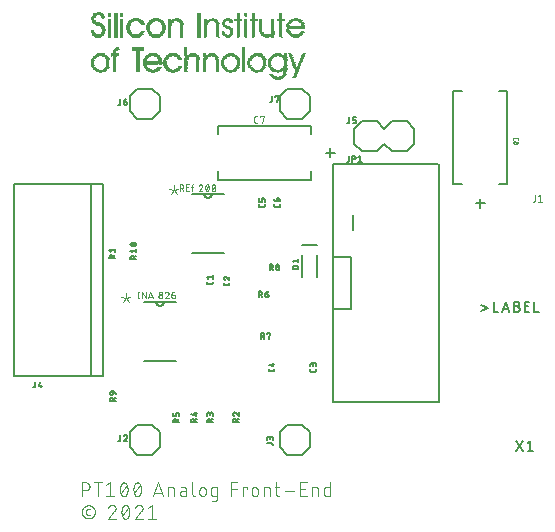
<source format=gbr>
G04 EAGLE Gerber RS-274X export*
G75*
%MOMM*%
%FSLAX34Y34*%
%LPD*%
%INSilkscreen Top*%
%IPPOS*%
%AMOC8*
5,1,8,0,0,1.08239X$1,22.5*%
G01*
%ADD10C,0.101600*%
%ADD11R,0.508000X0.050800*%
%ADD12R,0.812800X0.050800*%
%ADD13R,0.914400X0.050800*%
%ADD14R,0.254000X0.050800*%
%ADD15R,1.066800X0.050800*%
%ADD16R,0.457200X0.050800*%
%ADD17R,0.355600X0.050800*%
%ADD18R,0.304800X0.050800*%
%ADD19R,0.152400X0.050800*%
%ADD20R,0.660400X0.050800*%
%ADD21R,0.711200X0.050800*%
%ADD22R,0.609600X0.050800*%
%ADD23R,0.558800X0.050800*%
%ADD24R,0.863600X0.050800*%
%ADD25R,0.203200X0.050800*%
%ADD26R,0.965200X0.050800*%
%ADD27R,1.016000X0.050800*%
%ADD28R,1.117600X0.050800*%
%ADD29R,1.371600X0.050800*%
%ADD30R,0.406400X0.050800*%
%ADD31R,0.762000X0.050800*%
%ADD32R,0.050800X0.050800*%
%ADD33R,1.625600X0.050800*%
%ADD34R,1.574800X0.050800*%
%ADD35R,1.168400X0.050800*%
%ADD36R,1.219200X0.050800*%
%ADD37R,0.101600X0.050800*%
%ADD38C,0.050800*%
%ADD39C,0.203200*%
%ADD40C,0.127000*%
%ADD41C,0.152400*%
%ADD42C,0.076200*%
%ADD43C,0.177800*%
%ADD44C,0.025400*%


D10*
X57277Y42545D02*
X57277Y54229D01*
X60523Y54229D01*
X60636Y54227D01*
X60749Y54221D01*
X60862Y54211D01*
X60975Y54197D01*
X61087Y54180D01*
X61198Y54158D01*
X61308Y54133D01*
X61418Y54103D01*
X61526Y54070D01*
X61633Y54033D01*
X61739Y53993D01*
X61843Y53948D01*
X61946Y53900D01*
X62047Y53849D01*
X62146Y53794D01*
X62243Y53736D01*
X62338Y53674D01*
X62431Y53609D01*
X62521Y53541D01*
X62609Y53470D01*
X62695Y53395D01*
X62778Y53318D01*
X62858Y53238D01*
X62935Y53155D01*
X63010Y53069D01*
X63081Y52981D01*
X63149Y52891D01*
X63214Y52798D01*
X63276Y52703D01*
X63334Y52606D01*
X63389Y52507D01*
X63440Y52406D01*
X63488Y52303D01*
X63533Y52199D01*
X63573Y52093D01*
X63610Y51986D01*
X63643Y51878D01*
X63673Y51768D01*
X63698Y51658D01*
X63720Y51547D01*
X63737Y51435D01*
X63751Y51322D01*
X63761Y51209D01*
X63767Y51096D01*
X63769Y50983D01*
X63767Y50870D01*
X63761Y50757D01*
X63751Y50644D01*
X63737Y50531D01*
X63720Y50419D01*
X63698Y50308D01*
X63673Y50198D01*
X63643Y50088D01*
X63610Y49980D01*
X63573Y49873D01*
X63533Y49767D01*
X63488Y49663D01*
X63440Y49560D01*
X63389Y49459D01*
X63334Y49360D01*
X63276Y49263D01*
X63214Y49168D01*
X63149Y49075D01*
X63081Y48985D01*
X63010Y48897D01*
X62935Y48811D01*
X62858Y48728D01*
X62778Y48648D01*
X62695Y48571D01*
X62609Y48496D01*
X62521Y48425D01*
X62431Y48357D01*
X62338Y48292D01*
X62243Y48230D01*
X62146Y48172D01*
X62047Y48117D01*
X61946Y48066D01*
X61843Y48018D01*
X61739Y47973D01*
X61633Y47933D01*
X61526Y47896D01*
X61418Y47863D01*
X61308Y47833D01*
X61198Y47808D01*
X61087Y47786D01*
X60975Y47769D01*
X60862Y47755D01*
X60749Y47745D01*
X60636Y47739D01*
X60523Y47737D01*
X60523Y47738D02*
X57277Y47738D01*
X70640Y42545D02*
X70640Y54229D01*
X67395Y54229D02*
X73886Y54229D01*
X78063Y51633D02*
X81308Y54229D01*
X81308Y42545D01*
X78063Y42545D02*
X84554Y42545D01*
X89493Y48387D02*
X89496Y48617D01*
X89504Y48847D01*
X89518Y49076D01*
X89537Y49305D01*
X89562Y49534D01*
X89592Y49761D01*
X89627Y49989D01*
X89668Y50215D01*
X89714Y50440D01*
X89766Y50664D01*
X89823Y50886D01*
X89885Y51108D01*
X89953Y51327D01*
X90026Y51545D01*
X90104Y51762D01*
X90187Y51976D01*
X90275Y52188D01*
X90368Y52398D01*
X90467Y52606D01*
X90466Y52606D02*
X90499Y52696D01*
X90535Y52785D01*
X90575Y52873D01*
X90619Y52958D01*
X90666Y53042D01*
X90716Y53124D01*
X90770Y53204D01*
X90826Y53281D01*
X90886Y53357D01*
X90949Y53430D01*
X91014Y53500D01*
X91083Y53568D01*
X91154Y53632D01*
X91227Y53694D01*
X91303Y53753D01*
X91381Y53809D01*
X91462Y53862D01*
X91544Y53911D01*
X91628Y53957D01*
X91715Y54000D01*
X91802Y54039D01*
X91892Y54075D01*
X91982Y54107D01*
X92074Y54135D01*
X92167Y54160D01*
X92261Y54181D01*
X92355Y54198D01*
X92450Y54212D01*
X92546Y54221D01*
X92642Y54227D01*
X92738Y54229D01*
X92834Y54227D01*
X92930Y54221D01*
X93026Y54212D01*
X93121Y54198D01*
X93215Y54181D01*
X93309Y54160D01*
X93402Y54135D01*
X93494Y54107D01*
X93584Y54075D01*
X93674Y54039D01*
X93761Y54000D01*
X93848Y53957D01*
X93932Y53911D01*
X94014Y53862D01*
X94095Y53809D01*
X94173Y53753D01*
X94249Y53694D01*
X94322Y53632D01*
X94393Y53568D01*
X94462Y53500D01*
X94527Y53430D01*
X94590Y53357D01*
X94650Y53281D01*
X94706Y53204D01*
X94760Y53124D01*
X94810Y53042D01*
X94857Y52958D01*
X94901Y52873D01*
X94941Y52785D01*
X94977Y52696D01*
X95010Y52606D01*
X95109Y52399D01*
X95202Y52189D01*
X95290Y51976D01*
X95373Y51762D01*
X95451Y51546D01*
X95524Y51328D01*
X95592Y51108D01*
X95654Y50887D01*
X95711Y50664D01*
X95763Y50440D01*
X95809Y50215D01*
X95850Y49989D01*
X95885Y49762D01*
X95915Y49534D01*
X95940Y49305D01*
X95959Y49076D01*
X95973Y48847D01*
X95981Y48617D01*
X95984Y48387D01*
X89492Y48387D02*
X89495Y48157D01*
X89503Y47927D01*
X89517Y47698D01*
X89536Y47469D01*
X89561Y47240D01*
X89591Y47012D01*
X89626Y46785D01*
X89667Y46559D01*
X89713Y46334D01*
X89765Y46110D01*
X89822Y45887D01*
X89884Y45666D01*
X89952Y45446D01*
X90025Y45228D01*
X90103Y45012D01*
X90186Y44798D01*
X90274Y44586D01*
X90367Y44375D01*
X90466Y44168D01*
X90499Y44078D01*
X90535Y43989D01*
X90576Y43901D01*
X90619Y43816D01*
X90666Y43732D01*
X90716Y43650D01*
X90770Y43570D01*
X90826Y43493D01*
X90886Y43417D01*
X90949Y43344D01*
X91014Y43274D01*
X91083Y43206D01*
X91154Y43142D01*
X91227Y43080D01*
X91303Y43021D01*
X91381Y42965D01*
X91462Y42912D01*
X91544Y42863D01*
X91628Y42817D01*
X91715Y42774D01*
X91802Y42735D01*
X91892Y42699D01*
X91982Y42667D01*
X92074Y42639D01*
X92167Y42614D01*
X92261Y42593D01*
X92355Y42576D01*
X92450Y42562D01*
X92546Y42553D01*
X92642Y42547D01*
X92738Y42545D01*
X95010Y44168D02*
X95109Y44375D01*
X95202Y44586D01*
X95290Y44798D01*
X95373Y45012D01*
X95451Y45228D01*
X95524Y45446D01*
X95592Y45666D01*
X95654Y45887D01*
X95711Y46110D01*
X95763Y46334D01*
X95809Y46559D01*
X95850Y46785D01*
X95885Y47012D01*
X95915Y47240D01*
X95940Y47469D01*
X95959Y47698D01*
X95973Y47927D01*
X95981Y48157D01*
X95984Y48387D01*
X95010Y44168D02*
X94977Y44078D01*
X94941Y43989D01*
X94901Y43901D01*
X94857Y43816D01*
X94810Y43732D01*
X94760Y43650D01*
X94706Y43570D01*
X94650Y43493D01*
X94590Y43417D01*
X94527Y43344D01*
X94462Y43274D01*
X94393Y43206D01*
X94322Y43142D01*
X94249Y43080D01*
X94173Y43021D01*
X94095Y42965D01*
X94014Y42912D01*
X93932Y42863D01*
X93848Y42817D01*
X93761Y42774D01*
X93674Y42735D01*
X93584Y42699D01*
X93494Y42667D01*
X93402Y42639D01*
X93309Y42614D01*
X93215Y42593D01*
X93121Y42576D01*
X93026Y42562D01*
X92930Y42553D01*
X92834Y42547D01*
X92738Y42545D01*
X90142Y45141D02*
X95335Y51633D01*
X100923Y48387D02*
X100926Y48617D01*
X100934Y48847D01*
X100948Y49076D01*
X100967Y49305D01*
X100992Y49534D01*
X101022Y49761D01*
X101057Y49989D01*
X101098Y50215D01*
X101144Y50440D01*
X101196Y50664D01*
X101253Y50886D01*
X101315Y51108D01*
X101383Y51327D01*
X101456Y51545D01*
X101534Y51762D01*
X101617Y51976D01*
X101705Y52188D01*
X101798Y52398D01*
X101897Y52606D01*
X101896Y52606D02*
X101929Y52696D01*
X101965Y52785D01*
X102005Y52873D01*
X102049Y52958D01*
X102096Y53042D01*
X102146Y53124D01*
X102200Y53204D01*
X102256Y53281D01*
X102316Y53357D01*
X102379Y53430D01*
X102444Y53500D01*
X102513Y53568D01*
X102584Y53632D01*
X102657Y53694D01*
X102733Y53753D01*
X102811Y53809D01*
X102892Y53862D01*
X102974Y53911D01*
X103058Y53957D01*
X103145Y54000D01*
X103232Y54039D01*
X103322Y54075D01*
X103412Y54107D01*
X103504Y54135D01*
X103597Y54160D01*
X103691Y54181D01*
X103785Y54198D01*
X103880Y54212D01*
X103976Y54221D01*
X104072Y54227D01*
X104168Y54229D01*
X104264Y54227D01*
X104360Y54221D01*
X104456Y54212D01*
X104551Y54198D01*
X104645Y54181D01*
X104739Y54160D01*
X104832Y54135D01*
X104924Y54107D01*
X105014Y54075D01*
X105104Y54039D01*
X105191Y54000D01*
X105278Y53957D01*
X105362Y53911D01*
X105444Y53862D01*
X105525Y53809D01*
X105603Y53753D01*
X105679Y53694D01*
X105752Y53632D01*
X105823Y53568D01*
X105892Y53500D01*
X105957Y53430D01*
X106020Y53357D01*
X106080Y53281D01*
X106136Y53204D01*
X106190Y53124D01*
X106240Y53042D01*
X106287Y52958D01*
X106331Y52873D01*
X106371Y52785D01*
X106407Y52696D01*
X106440Y52606D01*
X106539Y52399D01*
X106632Y52189D01*
X106720Y51976D01*
X106803Y51762D01*
X106881Y51546D01*
X106954Y51328D01*
X107022Y51108D01*
X107084Y50887D01*
X107141Y50664D01*
X107193Y50440D01*
X107239Y50215D01*
X107280Y49989D01*
X107315Y49762D01*
X107345Y49534D01*
X107370Y49305D01*
X107389Y49076D01*
X107403Y48847D01*
X107411Y48617D01*
X107414Y48387D01*
X100922Y48387D02*
X100925Y48157D01*
X100933Y47927D01*
X100947Y47698D01*
X100966Y47469D01*
X100991Y47240D01*
X101021Y47012D01*
X101056Y46785D01*
X101097Y46559D01*
X101143Y46334D01*
X101195Y46110D01*
X101252Y45887D01*
X101314Y45666D01*
X101382Y45446D01*
X101455Y45228D01*
X101533Y45012D01*
X101616Y44798D01*
X101704Y44586D01*
X101797Y44375D01*
X101896Y44168D01*
X101929Y44078D01*
X101965Y43989D01*
X102006Y43901D01*
X102049Y43816D01*
X102096Y43732D01*
X102146Y43650D01*
X102200Y43570D01*
X102256Y43493D01*
X102316Y43417D01*
X102379Y43344D01*
X102444Y43274D01*
X102513Y43206D01*
X102584Y43142D01*
X102657Y43080D01*
X102733Y43021D01*
X102811Y42965D01*
X102892Y42912D01*
X102974Y42863D01*
X103058Y42817D01*
X103145Y42774D01*
X103232Y42735D01*
X103322Y42699D01*
X103412Y42667D01*
X103504Y42639D01*
X103597Y42614D01*
X103691Y42593D01*
X103785Y42576D01*
X103880Y42562D01*
X103976Y42553D01*
X104072Y42547D01*
X104168Y42545D01*
X106440Y44168D02*
X106539Y44375D01*
X106632Y44586D01*
X106720Y44798D01*
X106803Y45012D01*
X106881Y45228D01*
X106954Y45446D01*
X107022Y45666D01*
X107084Y45887D01*
X107141Y46110D01*
X107193Y46334D01*
X107239Y46559D01*
X107280Y46785D01*
X107315Y47012D01*
X107345Y47240D01*
X107370Y47469D01*
X107389Y47698D01*
X107403Y47927D01*
X107411Y48157D01*
X107414Y48387D01*
X106440Y44168D02*
X106407Y44078D01*
X106371Y43989D01*
X106331Y43901D01*
X106287Y43816D01*
X106240Y43732D01*
X106190Y43650D01*
X106136Y43570D01*
X106080Y43493D01*
X106020Y43417D01*
X105957Y43344D01*
X105892Y43274D01*
X105823Y43206D01*
X105752Y43142D01*
X105679Y43080D01*
X105603Y43021D01*
X105525Y42965D01*
X105444Y42912D01*
X105362Y42863D01*
X105278Y42817D01*
X105191Y42774D01*
X105104Y42735D01*
X105014Y42699D01*
X104924Y42667D01*
X104832Y42639D01*
X104739Y42614D01*
X104645Y42593D01*
X104551Y42576D01*
X104456Y42562D01*
X104360Y42553D01*
X104264Y42547D01*
X104168Y42545D01*
X101572Y45141D02*
X106765Y51633D01*
X117799Y42545D02*
X121694Y54229D01*
X125589Y42545D01*
X124615Y45466D02*
X118773Y45466D01*
X130147Y42545D02*
X130147Y50334D01*
X133392Y50334D01*
X133479Y50332D01*
X133567Y50326D01*
X133653Y50316D01*
X133740Y50303D01*
X133825Y50285D01*
X133910Y50264D01*
X133994Y50239D01*
X134076Y50210D01*
X134157Y50177D01*
X134237Y50141D01*
X134315Y50102D01*
X134391Y50058D01*
X134465Y50012D01*
X134536Y49962D01*
X134606Y49909D01*
X134673Y49853D01*
X134737Y49794D01*
X134799Y49733D01*
X134858Y49668D01*
X134914Y49601D01*
X134967Y49531D01*
X135017Y49460D01*
X135063Y49386D01*
X135107Y49310D01*
X135146Y49232D01*
X135182Y49152D01*
X135215Y49071D01*
X135244Y48989D01*
X135269Y48905D01*
X135290Y48820D01*
X135308Y48735D01*
X135321Y48648D01*
X135331Y48562D01*
X135337Y48474D01*
X135339Y48387D01*
X135340Y48387D02*
X135340Y42545D01*
X142647Y47089D02*
X145568Y47089D01*
X142647Y47089D02*
X142553Y47087D01*
X142459Y47081D01*
X142366Y47072D01*
X142273Y47058D01*
X142181Y47041D01*
X142089Y47019D01*
X141999Y46995D01*
X141909Y46966D01*
X141821Y46934D01*
X141734Y46898D01*
X141649Y46858D01*
X141566Y46815D01*
X141484Y46769D01*
X141404Y46719D01*
X141327Y46666D01*
X141252Y46610D01*
X141179Y46551D01*
X141108Y46489D01*
X141040Y46424D01*
X140975Y46356D01*
X140913Y46285D01*
X140854Y46212D01*
X140798Y46137D01*
X140745Y46060D01*
X140695Y45980D01*
X140649Y45898D01*
X140606Y45815D01*
X140566Y45730D01*
X140530Y45643D01*
X140498Y45555D01*
X140469Y45465D01*
X140445Y45375D01*
X140423Y45283D01*
X140406Y45191D01*
X140392Y45098D01*
X140383Y45005D01*
X140377Y44911D01*
X140375Y44817D01*
X140377Y44723D01*
X140383Y44629D01*
X140392Y44536D01*
X140406Y44443D01*
X140423Y44351D01*
X140445Y44259D01*
X140469Y44169D01*
X140498Y44079D01*
X140530Y43991D01*
X140566Y43904D01*
X140606Y43819D01*
X140649Y43736D01*
X140695Y43654D01*
X140745Y43574D01*
X140798Y43497D01*
X140854Y43422D01*
X140913Y43349D01*
X140975Y43278D01*
X141040Y43210D01*
X141108Y43145D01*
X141179Y43083D01*
X141252Y43024D01*
X141327Y42968D01*
X141404Y42915D01*
X141484Y42865D01*
X141566Y42819D01*
X141649Y42776D01*
X141734Y42736D01*
X141821Y42700D01*
X141909Y42668D01*
X141999Y42639D01*
X142089Y42615D01*
X142181Y42593D01*
X142273Y42576D01*
X142366Y42562D01*
X142459Y42553D01*
X142553Y42547D01*
X142647Y42545D01*
X145568Y42545D01*
X145568Y48387D01*
X145567Y48387D02*
X145565Y48474D01*
X145559Y48562D01*
X145549Y48648D01*
X145536Y48735D01*
X145518Y48820D01*
X145497Y48905D01*
X145472Y48989D01*
X145443Y49071D01*
X145410Y49152D01*
X145374Y49232D01*
X145335Y49310D01*
X145291Y49386D01*
X145245Y49460D01*
X145195Y49531D01*
X145142Y49601D01*
X145086Y49668D01*
X145027Y49732D01*
X144965Y49794D01*
X144901Y49853D01*
X144834Y49909D01*
X144764Y49962D01*
X144693Y50012D01*
X144619Y50058D01*
X144543Y50102D01*
X144465Y50141D01*
X144385Y50177D01*
X144304Y50210D01*
X144222Y50239D01*
X144138Y50264D01*
X144053Y50285D01*
X143968Y50303D01*
X143881Y50316D01*
X143795Y50326D01*
X143707Y50332D01*
X143620Y50334D01*
X141024Y50334D01*
X150870Y54229D02*
X150870Y44492D01*
X150872Y44405D01*
X150878Y44317D01*
X150888Y44231D01*
X150901Y44144D01*
X150919Y44059D01*
X150940Y43974D01*
X150965Y43890D01*
X150994Y43808D01*
X151027Y43727D01*
X151063Y43647D01*
X151102Y43569D01*
X151146Y43493D01*
X151192Y43419D01*
X151242Y43348D01*
X151295Y43278D01*
X151351Y43211D01*
X151410Y43147D01*
X151472Y43085D01*
X151536Y43026D01*
X151603Y42970D01*
X151673Y42917D01*
X151744Y42867D01*
X151818Y42821D01*
X151894Y42777D01*
X151972Y42738D01*
X152052Y42702D01*
X152133Y42669D01*
X152215Y42640D01*
X152299Y42615D01*
X152384Y42594D01*
X152469Y42576D01*
X152556Y42563D01*
X152642Y42553D01*
X152730Y42547D01*
X152817Y42545D01*
X156817Y45141D02*
X156817Y47738D01*
X156819Y47839D01*
X156825Y47939D01*
X156835Y48039D01*
X156848Y48139D01*
X156866Y48238D01*
X156887Y48337D01*
X156912Y48434D01*
X156941Y48531D01*
X156974Y48626D01*
X157010Y48720D01*
X157050Y48812D01*
X157093Y48903D01*
X157140Y48992D01*
X157190Y49079D01*
X157244Y49165D01*
X157301Y49248D01*
X157361Y49328D01*
X157424Y49407D01*
X157491Y49483D01*
X157560Y49556D01*
X157632Y49626D01*
X157706Y49694D01*
X157783Y49759D01*
X157863Y49820D01*
X157945Y49879D01*
X158029Y49934D01*
X158115Y49986D01*
X158203Y50035D01*
X158293Y50080D01*
X158385Y50122D01*
X158478Y50160D01*
X158573Y50194D01*
X158668Y50225D01*
X158765Y50252D01*
X158863Y50275D01*
X158962Y50295D01*
X159062Y50310D01*
X159162Y50322D01*
X159262Y50330D01*
X159363Y50334D01*
X159463Y50334D01*
X159564Y50330D01*
X159664Y50322D01*
X159764Y50310D01*
X159864Y50295D01*
X159963Y50275D01*
X160061Y50252D01*
X160158Y50225D01*
X160253Y50194D01*
X160348Y50160D01*
X160441Y50122D01*
X160533Y50080D01*
X160623Y50035D01*
X160711Y49986D01*
X160797Y49934D01*
X160881Y49879D01*
X160963Y49820D01*
X161043Y49759D01*
X161120Y49694D01*
X161194Y49626D01*
X161266Y49556D01*
X161335Y49483D01*
X161402Y49407D01*
X161465Y49328D01*
X161525Y49248D01*
X161582Y49165D01*
X161636Y49079D01*
X161686Y48992D01*
X161733Y48903D01*
X161776Y48812D01*
X161816Y48720D01*
X161852Y48626D01*
X161885Y48531D01*
X161914Y48434D01*
X161939Y48337D01*
X161960Y48238D01*
X161978Y48139D01*
X161991Y48039D01*
X162001Y47939D01*
X162007Y47839D01*
X162009Y47738D01*
X162009Y45141D01*
X162007Y45040D01*
X162001Y44940D01*
X161991Y44840D01*
X161978Y44740D01*
X161960Y44641D01*
X161939Y44542D01*
X161914Y44445D01*
X161885Y44348D01*
X161852Y44253D01*
X161816Y44159D01*
X161776Y44067D01*
X161733Y43976D01*
X161686Y43887D01*
X161636Y43800D01*
X161582Y43714D01*
X161525Y43631D01*
X161465Y43551D01*
X161402Y43472D01*
X161335Y43396D01*
X161266Y43323D01*
X161194Y43253D01*
X161120Y43185D01*
X161043Y43120D01*
X160963Y43059D01*
X160881Y43000D01*
X160797Y42945D01*
X160711Y42893D01*
X160623Y42844D01*
X160533Y42799D01*
X160441Y42757D01*
X160348Y42719D01*
X160253Y42685D01*
X160158Y42654D01*
X160061Y42627D01*
X159963Y42604D01*
X159864Y42584D01*
X159764Y42569D01*
X159664Y42557D01*
X159564Y42549D01*
X159463Y42545D01*
X159363Y42545D01*
X159262Y42549D01*
X159162Y42557D01*
X159062Y42569D01*
X158962Y42584D01*
X158863Y42604D01*
X158765Y42627D01*
X158668Y42654D01*
X158573Y42685D01*
X158478Y42719D01*
X158385Y42757D01*
X158293Y42799D01*
X158203Y42844D01*
X158115Y42893D01*
X158029Y42945D01*
X157945Y43000D01*
X157863Y43059D01*
X157783Y43120D01*
X157706Y43185D01*
X157632Y43253D01*
X157560Y43323D01*
X157491Y43396D01*
X157424Y43472D01*
X157361Y43551D01*
X157301Y43631D01*
X157244Y43714D01*
X157190Y43800D01*
X157140Y43887D01*
X157093Y43976D01*
X157050Y44067D01*
X157010Y44159D01*
X156974Y44253D01*
X156941Y44348D01*
X156912Y44445D01*
X156887Y44542D01*
X156866Y44641D01*
X156848Y44740D01*
X156835Y44840D01*
X156825Y44940D01*
X156819Y45040D01*
X156817Y45141D01*
X168611Y42545D02*
X171857Y42545D01*
X168611Y42545D02*
X168524Y42547D01*
X168436Y42553D01*
X168350Y42563D01*
X168263Y42576D01*
X168178Y42594D01*
X168093Y42615D01*
X168009Y42640D01*
X167927Y42669D01*
X167846Y42702D01*
X167766Y42738D01*
X167688Y42777D01*
X167612Y42821D01*
X167538Y42867D01*
X167467Y42917D01*
X167397Y42970D01*
X167330Y43026D01*
X167266Y43085D01*
X167204Y43147D01*
X167145Y43211D01*
X167089Y43278D01*
X167036Y43348D01*
X166986Y43419D01*
X166940Y43493D01*
X166896Y43569D01*
X166857Y43647D01*
X166821Y43727D01*
X166788Y43808D01*
X166759Y43890D01*
X166734Y43974D01*
X166713Y44059D01*
X166695Y44144D01*
X166682Y44231D01*
X166672Y44317D01*
X166666Y44405D01*
X166664Y44492D01*
X166664Y48387D01*
X166666Y48474D01*
X166672Y48562D01*
X166682Y48648D01*
X166695Y48735D01*
X166713Y48820D01*
X166734Y48905D01*
X166759Y48989D01*
X166788Y49071D01*
X166821Y49152D01*
X166857Y49232D01*
X166896Y49310D01*
X166940Y49386D01*
X166986Y49460D01*
X167036Y49531D01*
X167089Y49601D01*
X167145Y49668D01*
X167204Y49732D01*
X167266Y49794D01*
X167330Y49853D01*
X167397Y49909D01*
X167467Y49962D01*
X167538Y50012D01*
X167612Y50058D01*
X167688Y50102D01*
X167766Y50141D01*
X167846Y50177D01*
X167927Y50210D01*
X168009Y50239D01*
X168093Y50264D01*
X168178Y50285D01*
X168263Y50303D01*
X168350Y50316D01*
X168436Y50326D01*
X168524Y50332D01*
X168611Y50334D01*
X171857Y50334D01*
X171857Y40598D01*
X171856Y40598D02*
X171854Y40511D01*
X171848Y40423D01*
X171838Y40337D01*
X171825Y40250D01*
X171807Y40165D01*
X171786Y40080D01*
X171761Y39996D01*
X171732Y39914D01*
X171699Y39833D01*
X171663Y39753D01*
X171624Y39675D01*
X171580Y39599D01*
X171534Y39525D01*
X171484Y39454D01*
X171431Y39384D01*
X171375Y39317D01*
X171316Y39253D01*
X171255Y39191D01*
X171190Y39132D01*
X171123Y39076D01*
X171053Y39023D01*
X170982Y38973D01*
X170908Y38927D01*
X170832Y38883D01*
X170754Y38844D01*
X170674Y38808D01*
X170593Y38775D01*
X170511Y38746D01*
X170427Y38721D01*
X170342Y38700D01*
X170257Y38682D01*
X170170Y38669D01*
X170084Y38659D01*
X169996Y38653D01*
X169909Y38651D01*
X169909Y38650D02*
X167313Y38650D01*
X183622Y42545D02*
X183622Y54229D01*
X188815Y54229D01*
X188815Y49036D02*
X183622Y49036D01*
X193459Y50334D02*
X193459Y42545D01*
X193459Y50334D02*
X197354Y50334D01*
X197354Y49036D01*
X201013Y47738D02*
X201013Y45141D01*
X201013Y47738D02*
X201015Y47839D01*
X201021Y47939D01*
X201031Y48039D01*
X201044Y48139D01*
X201062Y48238D01*
X201083Y48337D01*
X201108Y48434D01*
X201137Y48531D01*
X201170Y48626D01*
X201206Y48720D01*
X201246Y48812D01*
X201289Y48903D01*
X201336Y48992D01*
X201386Y49079D01*
X201440Y49165D01*
X201497Y49248D01*
X201557Y49328D01*
X201620Y49407D01*
X201687Y49483D01*
X201756Y49556D01*
X201828Y49626D01*
X201902Y49694D01*
X201979Y49759D01*
X202059Y49820D01*
X202141Y49879D01*
X202225Y49934D01*
X202311Y49986D01*
X202399Y50035D01*
X202489Y50080D01*
X202581Y50122D01*
X202674Y50160D01*
X202769Y50194D01*
X202864Y50225D01*
X202961Y50252D01*
X203059Y50275D01*
X203158Y50295D01*
X203258Y50310D01*
X203358Y50322D01*
X203458Y50330D01*
X203559Y50334D01*
X203659Y50334D01*
X203760Y50330D01*
X203860Y50322D01*
X203960Y50310D01*
X204060Y50295D01*
X204159Y50275D01*
X204257Y50252D01*
X204354Y50225D01*
X204449Y50194D01*
X204544Y50160D01*
X204637Y50122D01*
X204729Y50080D01*
X204819Y50035D01*
X204907Y49986D01*
X204993Y49934D01*
X205077Y49879D01*
X205159Y49820D01*
X205239Y49759D01*
X205316Y49694D01*
X205390Y49626D01*
X205462Y49556D01*
X205531Y49483D01*
X205598Y49407D01*
X205661Y49328D01*
X205721Y49248D01*
X205778Y49165D01*
X205832Y49079D01*
X205882Y48992D01*
X205929Y48903D01*
X205972Y48812D01*
X206012Y48720D01*
X206048Y48626D01*
X206081Y48531D01*
X206110Y48434D01*
X206135Y48337D01*
X206156Y48238D01*
X206174Y48139D01*
X206187Y48039D01*
X206197Y47939D01*
X206203Y47839D01*
X206205Y47738D01*
X206205Y45141D01*
X206203Y45040D01*
X206197Y44940D01*
X206187Y44840D01*
X206174Y44740D01*
X206156Y44641D01*
X206135Y44542D01*
X206110Y44445D01*
X206081Y44348D01*
X206048Y44253D01*
X206012Y44159D01*
X205972Y44067D01*
X205929Y43976D01*
X205882Y43887D01*
X205832Y43800D01*
X205778Y43714D01*
X205721Y43631D01*
X205661Y43551D01*
X205598Y43472D01*
X205531Y43396D01*
X205462Y43323D01*
X205390Y43253D01*
X205316Y43185D01*
X205239Y43120D01*
X205159Y43059D01*
X205077Y43000D01*
X204993Y42945D01*
X204907Y42893D01*
X204819Y42844D01*
X204729Y42799D01*
X204637Y42757D01*
X204544Y42719D01*
X204449Y42685D01*
X204354Y42654D01*
X204257Y42627D01*
X204159Y42604D01*
X204060Y42584D01*
X203960Y42569D01*
X203860Y42557D01*
X203760Y42549D01*
X203659Y42545D01*
X203559Y42545D01*
X203458Y42549D01*
X203358Y42557D01*
X203258Y42569D01*
X203158Y42584D01*
X203059Y42604D01*
X202961Y42627D01*
X202864Y42654D01*
X202769Y42685D01*
X202674Y42719D01*
X202581Y42757D01*
X202489Y42799D01*
X202399Y42844D01*
X202311Y42893D01*
X202225Y42945D01*
X202141Y43000D01*
X202059Y43059D01*
X201979Y43120D01*
X201902Y43185D01*
X201828Y43253D01*
X201756Y43323D01*
X201687Y43396D01*
X201620Y43472D01*
X201557Y43551D01*
X201497Y43631D01*
X201440Y43714D01*
X201386Y43800D01*
X201336Y43887D01*
X201289Y43976D01*
X201246Y44067D01*
X201206Y44159D01*
X201170Y44253D01*
X201137Y44348D01*
X201108Y44445D01*
X201083Y44542D01*
X201062Y44641D01*
X201044Y44740D01*
X201031Y44840D01*
X201021Y44940D01*
X201015Y45040D01*
X201013Y45141D01*
X211300Y42545D02*
X211300Y50334D01*
X214545Y50334D01*
X214632Y50332D01*
X214720Y50326D01*
X214806Y50316D01*
X214893Y50303D01*
X214978Y50285D01*
X215063Y50264D01*
X215147Y50239D01*
X215229Y50210D01*
X215310Y50177D01*
X215390Y50141D01*
X215468Y50102D01*
X215544Y50058D01*
X215618Y50012D01*
X215689Y49962D01*
X215759Y49909D01*
X215826Y49853D01*
X215890Y49794D01*
X215952Y49733D01*
X216011Y49668D01*
X216067Y49601D01*
X216120Y49531D01*
X216170Y49460D01*
X216216Y49386D01*
X216260Y49310D01*
X216299Y49232D01*
X216335Y49152D01*
X216368Y49071D01*
X216397Y48989D01*
X216422Y48905D01*
X216443Y48820D01*
X216461Y48735D01*
X216474Y48648D01*
X216484Y48562D01*
X216490Y48474D01*
X216492Y48387D01*
X216492Y42545D01*
X220619Y50334D02*
X224514Y50334D01*
X221917Y54229D02*
X221917Y44492D01*
X221918Y44492D02*
X221920Y44405D01*
X221926Y44317D01*
X221936Y44231D01*
X221949Y44144D01*
X221967Y44059D01*
X221988Y43974D01*
X222013Y43890D01*
X222042Y43808D01*
X222075Y43727D01*
X222111Y43647D01*
X222150Y43569D01*
X222194Y43493D01*
X222240Y43419D01*
X222290Y43348D01*
X222343Y43278D01*
X222399Y43211D01*
X222458Y43147D01*
X222520Y43085D01*
X222584Y43026D01*
X222651Y42970D01*
X222721Y42917D01*
X222792Y42867D01*
X222866Y42821D01*
X222942Y42777D01*
X223020Y42738D01*
X223100Y42702D01*
X223181Y42669D01*
X223263Y42640D01*
X223347Y42615D01*
X223432Y42594D01*
X223517Y42576D01*
X223604Y42563D01*
X223690Y42553D01*
X223778Y42547D01*
X223865Y42545D01*
X224514Y42545D01*
X229051Y47089D02*
X236841Y47089D01*
X242296Y42545D02*
X247489Y42545D01*
X242296Y42545D02*
X242296Y54229D01*
X247489Y54229D01*
X246191Y49036D02*
X242296Y49036D01*
X252067Y50334D02*
X252067Y42545D01*
X252067Y50334D02*
X255312Y50334D01*
X255399Y50332D01*
X255487Y50326D01*
X255573Y50316D01*
X255660Y50303D01*
X255745Y50285D01*
X255830Y50264D01*
X255914Y50239D01*
X255996Y50210D01*
X256077Y50177D01*
X256157Y50141D01*
X256235Y50102D01*
X256311Y50058D01*
X256385Y50012D01*
X256456Y49962D01*
X256526Y49909D01*
X256593Y49853D01*
X256657Y49794D01*
X256719Y49733D01*
X256778Y49668D01*
X256834Y49601D01*
X256887Y49531D01*
X256937Y49460D01*
X256983Y49386D01*
X257027Y49310D01*
X257066Y49232D01*
X257102Y49152D01*
X257135Y49071D01*
X257164Y48989D01*
X257189Y48905D01*
X257210Y48820D01*
X257228Y48735D01*
X257241Y48648D01*
X257251Y48562D01*
X257257Y48474D01*
X257259Y48387D01*
X257259Y42545D01*
X267487Y42545D02*
X267487Y54229D01*
X267487Y42545D02*
X264242Y42545D01*
X264155Y42547D01*
X264067Y42553D01*
X263981Y42563D01*
X263894Y42576D01*
X263809Y42594D01*
X263724Y42615D01*
X263640Y42640D01*
X263558Y42669D01*
X263477Y42702D01*
X263397Y42738D01*
X263319Y42777D01*
X263243Y42821D01*
X263169Y42867D01*
X263098Y42917D01*
X263028Y42970D01*
X262961Y43026D01*
X262897Y43085D01*
X262835Y43147D01*
X262776Y43211D01*
X262720Y43278D01*
X262667Y43348D01*
X262617Y43419D01*
X262571Y43493D01*
X262527Y43569D01*
X262488Y43647D01*
X262452Y43727D01*
X262419Y43808D01*
X262390Y43890D01*
X262365Y43974D01*
X262344Y44059D01*
X262326Y44144D01*
X262313Y44231D01*
X262303Y44317D01*
X262297Y44405D01*
X262295Y44492D01*
X262295Y48387D01*
X262297Y48474D01*
X262303Y48562D01*
X262313Y48648D01*
X262326Y48735D01*
X262344Y48820D01*
X262365Y48905D01*
X262390Y48989D01*
X262419Y49071D01*
X262452Y49152D01*
X262488Y49232D01*
X262527Y49310D01*
X262571Y49386D01*
X262617Y49460D01*
X262667Y49531D01*
X262720Y49601D01*
X262776Y49668D01*
X262835Y49732D01*
X262897Y49794D01*
X262961Y49853D01*
X263028Y49909D01*
X263098Y49962D01*
X263169Y50012D01*
X263243Y50058D01*
X263319Y50102D01*
X263397Y50141D01*
X263477Y50177D01*
X263558Y50210D01*
X263640Y50239D01*
X263724Y50264D01*
X263809Y50285D01*
X263894Y50303D01*
X263981Y50316D01*
X264067Y50326D01*
X264155Y50332D01*
X264242Y50334D01*
X267487Y50334D01*
X68311Y29337D02*
X68309Y29484D01*
X68303Y29631D01*
X68293Y29777D01*
X68280Y29923D01*
X68262Y30069D01*
X68241Y30215D01*
X68215Y30359D01*
X68186Y30503D01*
X68153Y30646D01*
X68117Y30789D01*
X68076Y30930D01*
X68032Y31070D01*
X67984Y31209D01*
X67932Y31346D01*
X67877Y31482D01*
X67818Y31617D01*
X67756Y31750D01*
X67690Y31881D01*
X67620Y32010D01*
X67547Y32138D01*
X67471Y32263D01*
X67391Y32387D01*
X67309Y32508D01*
X67223Y32627D01*
X67133Y32744D01*
X67041Y32858D01*
X66946Y32970D01*
X66848Y33079D01*
X66747Y33186D01*
X66643Y33290D01*
X66536Y33391D01*
X66427Y33489D01*
X66315Y33584D01*
X66201Y33676D01*
X66084Y33766D01*
X65965Y33852D01*
X65844Y33934D01*
X65720Y34014D01*
X65595Y34090D01*
X65467Y34163D01*
X65338Y34233D01*
X65207Y34299D01*
X65074Y34361D01*
X64939Y34420D01*
X64803Y34475D01*
X64666Y34527D01*
X64527Y34575D01*
X64387Y34619D01*
X64246Y34660D01*
X64103Y34696D01*
X63960Y34729D01*
X63816Y34758D01*
X63672Y34784D01*
X63526Y34805D01*
X63380Y34823D01*
X63234Y34836D01*
X63088Y34846D01*
X62941Y34852D01*
X62794Y34854D01*
X62647Y34852D01*
X62500Y34846D01*
X62354Y34836D01*
X62208Y34823D01*
X62062Y34805D01*
X61916Y34784D01*
X61772Y34758D01*
X61628Y34729D01*
X61485Y34696D01*
X61342Y34660D01*
X61201Y34619D01*
X61061Y34575D01*
X60922Y34527D01*
X60785Y34475D01*
X60649Y34420D01*
X60514Y34361D01*
X60381Y34299D01*
X60250Y34233D01*
X60121Y34163D01*
X59993Y34090D01*
X59868Y34014D01*
X59744Y33934D01*
X59623Y33852D01*
X59504Y33766D01*
X59387Y33676D01*
X59273Y33584D01*
X59161Y33489D01*
X59052Y33391D01*
X58945Y33290D01*
X58841Y33186D01*
X58740Y33079D01*
X58642Y32970D01*
X58547Y32858D01*
X58455Y32744D01*
X58365Y32627D01*
X58279Y32508D01*
X58197Y32387D01*
X58117Y32263D01*
X58041Y32138D01*
X57968Y32010D01*
X57898Y31881D01*
X57832Y31750D01*
X57770Y31617D01*
X57711Y31482D01*
X57656Y31346D01*
X57604Y31209D01*
X57556Y31070D01*
X57512Y30930D01*
X57471Y30789D01*
X57435Y30646D01*
X57402Y30503D01*
X57373Y30359D01*
X57347Y30215D01*
X57326Y30069D01*
X57308Y29923D01*
X57295Y29777D01*
X57285Y29631D01*
X57279Y29484D01*
X57277Y29337D01*
X57279Y29190D01*
X57285Y29043D01*
X57295Y28897D01*
X57308Y28751D01*
X57326Y28605D01*
X57347Y28459D01*
X57373Y28315D01*
X57402Y28171D01*
X57435Y28028D01*
X57471Y27885D01*
X57512Y27744D01*
X57556Y27604D01*
X57604Y27465D01*
X57656Y27328D01*
X57711Y27192D01*
X57770Y27057D01*
X57832Y26924D01*
X57898Y26793D01*
X57968Y26664D01*
X58041Y26536D01*
X58117Y26411D01*
X58197Y26287D01*
X58279Y26166D01*
X58365Y26047D01*
X58455Y25930D01*
X58547Y25816D01*
X58642Y25704D01*
X58740Y25595D01*
X58841Y25488D01*
X58945Y25384D01*
X59052Y25283D01*
X59161Y25185D01*
X59273Y25090D01*
X59387Y24998D01*
X59504Y24908D01*
X59623Y24822D01*
X59744Y24740D01*
X59868Y24660D01*
X59993Y24584D01*
X60121Y24511D01*
X60250Y24441D01*
X60381Y24375D01*
X60514Y24313D01*
X60649Y24254D01*
X60785Y24199D01*
X60922Y24147D01*
X61061Y24099D01*
X61201Y24055D01*
X61342Y24014D01*
X61485Y23978D01*
X61628Y23945D01*
X61772Y23916D01*
X61916Y23890D01*
X62062Y23869D01*
X62208Y23851D01*
X62354Y23838D01*
X62500Y23828D01*
X62647Y23822D01*
X62794Y23820D01*
X62941Y23822D01*
X63088Y23828D01*
X63234Y23838D01*
X63380Y23851D01*
X63526Y23869D01*
X63672Y23890D01*
X63816Y23916D01*
X63960Y23945D01*
X64103Y23978D01*
X64246Y24014D01*
X64387Y24055D01*
X64527Y24099D01*
X64666Y24147D01*
X64803Y24199D01*
X64939Y24254D01*
X65074Y24313D01*
X65207Y24375D01*
X65338Y24441D01*
X65467Y24511D01*
X65595Y24584D01*
X65720Y24660D01*
X65844Y24740D01*
X65965Y24822D01*
X66084Y24908D01*
X66201Y24998D01*
X66315Y25090D01*
X66427Y25185D01*
X66536Y25283D01*
X66643Y25384D01*
X66747Y25488D01*
X66848Y25595D01*
X66946Y25704D01*
X67041Y25816D01*
X67133Y25930D01*
X67223Y26047D01*
X67309Y26166D01*
X67391Y26287D01*
X67471Y26411D01*
X67547Y26536D01*
X67620Y26664D01*
X67690Y26793D01*
X67756Y26924D01*
X67818Y27057D01*
X67877Y27192D01*
X67932Y27328D01*
X67984Y27465D01*
X68032Y27604D01*
X68076Y27744D01*
X68117Y27885D01*
X68153Y28028D01*
X68186Y28171D01*
X68215Y28315D01*
X68241Y28459D01*
X68262Y28605D01*
X68280Y28751D01*
X68293Y28897D01*
X68303Y29043D01*
X68309Y29190D01*
X68311Y29337D01*
X64093Y26741D02*
X62470Y26741D01*
X62400Y26743D01*
X62330Y26749D01*
X62260Y26758D01*
X62191Y26771D01*
X62123Y26788D01*
X62056Y26809D01*
X61990Y26833D01*
X61925Y26861D01*
X61862Y26892D01*
X61801Y26927D01*
X61742Y26965D01*
X61684Y27006D01*
X61630Y27050D01*
X61577Y27097D01*
X61528Y27146D01*
X61481Y27199D01*
X61437Y27253D01*
X61396Y27311D01*
X61358Y27370D01*
X61323Y27431D01*
X61292Y27494D01*
X61264Y27559D01*
X61240Y27625D01*
X61219Y27692D01*
X61202Y27760D01*
X61189Y27829D01*
X61180Y27899D01*
X61174Y27969D01*
X61172Y28039D01*
X61172Y30635D01*
X61174Y30705D01*
X61180Y30775D01*
X61189Y30845D01*
X61202Y30914D01*
X61219Y30982D01*
X61240Y31049D01*
X61264Y31115D01*
X61292Y31180D01*
X61323Y31243D01*
X61358Y31304D01*
X61396Y31363D01*
X61437Y31421D01*
X61481Y31475D01*
X61528Y31528D01*
X61577Y31577D01*
X61630Y31624D01*
X61684Y31668D01*
X61742Y31709D01*
X61801Y31747D01*
X61862Y31782D01*
X61925Y31813D01*
X61990Y31841D01*
X62056Y31865D01*
X62123Y31886D01*
X62191Y31903D01*
X62260Y31916D01*
X62330Y31925D01*
X62400Y31931D01*
X62470Y31933D01*
X64093Y31933D01*
X82931Y35179D02*
X83038Y35177D01*
X83144Y35171D01*
X83250Y35161D01*
X83356Y35148D01*
X83462Y35130D01*
X83566Y35109D01*
X83670Y35084D01*
X83773Y35055D01*
X83874Y35023D01*
X83974Y34986D01*
X84073Y34946D01*
X84171Y34903D01*
X84267Y34856D01*
X84361Y34805D01*
X84453Y34751D01*
X84543Y34694D01*
X84631Y34634D01*
X84716Y34570D01*
X84799Y34503D01*
X84880Y34433D01*
X84958Y34361D01*
X85034Y34285D01*
X85106Y34207D01*
X85176Y34126D01*
X85243Y34043D01*
X85307Y33958D01*
X85367Y33870D01*
X85424Y33780D01*
X85478Y33688D01*
X85529Y33594D01*
X85576Y33498D01*
X85619Y33400D01*
X85659Y33301D01*
X85696Y33201D01*
X85728Y33100D01*
X85757Y32997D01*
X85782Y32893D01*
X85803Y32789D01*
X85821Y32683D01*
X85834Y32577D01*
X85844Y32471D01*
X85850Y32365D01*
X85852Y32258D01*
X82931Y35179D02*
X82810Y35177D01*
X82689Y35171D01*
X82569Y35161D01*
X82448Y35148D01*
X82329Y35130D01*
X82209Y35109D01*
X82091Y35084D01*
X81974Y35055D01*
X81857Y35022D01*
X81742Y34986D01*
X81628Y34945D01*
X81515Y34902D01*
X81403Y34854D01*
X81294Y34803D01*
X81186Y34748D01*
X81079Y34690D01*
X80975Y34629D01*
X80873Y34564D01*
X80773Y34496D01*
X80675Y34425D01*
X80579Y34351D01*
X80486Y34274D01*
X80396Y34193D01*
X80308Y34110D01*
X80223Y34024D01*
X80140Y33935D01*
X80061Y33844D01*
X79984Y33750D01*
X79911Y33654D01*
X79841Y33556D01*
X79774Y33455D01*
X79710Y33352D01*
X79650Y33247D01*
X79593Y33140D01*
X79539Y33032D01*
X79489Y32922D01*
X79443Y32810D01*
X79400Y32697D01*
X79361Y32582D01*
X84878Y29986D02*
X84957Y30063D01*
X85033Y30144D01*
X85106Y30227D01*
X85176Y30312D01*
X85243Y30400D01*
X85307Y30490D01*
X85367Y30582D01*
X85424Y30677D01*
X85478Y30773D01*
X85529Y30871D01*
X85576Y30971D01*
X85620Y31073D01*
X85660Y31176D01*
X85696Y31280D01*
X85728Y31386D01*
X85757Y31492D01*
X85782Y31600D01*
X85804Y31708D01*
X85821Y31818D01*
X85835Y31927D01*
X85844Y32037D01*
X85850Y32148D01*
X85852Y32258D01*
X84878Y29986D02*
X79361Y23495D01*
X85852Y23495D01*
X90791Y29337D02*
X90794Y29567D01*
X90802Y29797D01*
X90816Y30026D01*
X90835Y30255D01*
X90860Y30484D01*
X90890Y30711D01*
X90925Y30939D01*
X90966Y31165D01*
X91012Y31390D01*
X91064Y31614D01*
X91121Y31836D01*
X91183Y32058D01*
X91251Y32277D01*
X91324Y32495D01*
X91402Y32712D01*
X91485Y32926D01*
X91573Y33138D01*
X91666Y33348D01*
X91765Y33556D01*
X91764Y33556D02*
X91797Y33646D01*
X91833Y33735D01*
X91873Y33823D01*
X91917Y33908D01*
X91964Y33992D01*
X92014Y34074D01*
X92068Y34154D01*
X92124Y34231D01*
X92184Y34307D01*
X92247Y34380D01*
X92312Y34450D01*
X92381Y34518D01*
X92452Y34582D01*
X92525Y34644D01*
X92601Y34703D01*
X92679Y34759D01*
X92760Y34812D01*
X92842Y34861D01*
X92926Y34907D01*
X93013Y34950D01*
X93100Y34989D01*
X93190Y35025D01*
X93280Y35057D01*
X93372Y35085D01*
X93465Y35110D01*
X93559Y35131D01*
X93653Y35148D01*
X93748Y35162D01*
X93844Y35171D01*
X93940Y35177D01*
X94036Y35179D01*
X94132Y35177D01*
X94228Y35171D01*
X94324Y35162D01*
X94419Y35148D01*
X94513Y35131D01*
X94607Y35110D01*
X94700Y35085D01*
X94792Y35057D01*
X94882Y35025D01*
X94972Y34989D01*
X95059Y34950D01*
X95146Y34907D01*
X95230Y34861D01*
X95312Y34812D01*
X95393Y34759D01*
X95471Y34703D01*
X95547Y34644D01*
X95620Y34582D01*
X95691Y34518D01*
X95760Y34450D01*
X95825Y34380D01*
X95888Y34307D01*
X95948Y34231D01*
X96004Y34154D01*
X96058Y34074D01*
X96108Y33992D01*
X96155Y33908D01*
X96199Y33823D01*
X96239Y33735D01*
X96275Y33646D01*
X96308Y33556D01*
X96407Y33349D01*
X96500Y33139D01*
X96588Y32926D01*
X96671Y32712D01*
X96749Y32496D01*
X96822Y32278D01*
X96890Y32058D01*
X96952Y31837D01*
X97009Y31614D01*
X97061Y31390D01*
X97107Y31165D01*
X97148Y30939D01*
X97183Y30712D01*
X97213Y30484D01*
X97238Y30255D01*
X97257Y30026D01*
X97271Y29797D01*
X97279Y29567D01*
X97282Y29337D01*
X90791Y29337D02*
X90794Y29107D01*
X90802Y28877D01*
X90816Y28648D01*
X90835Y28419D01*
X90860Y28190D01*
X90890Y27962D01*
X90925Y27735D01*
X90966Y27509D01*
X91012Y27284D01*
X91064Y27060D01*
X91121Y26837D01*
X91183Y26616D01*
X91251Y26396D01*
X91324Y26178D01*
X91402Y25962D01*
X91485Y25748D01*
X91573Y25536D01*
X91666Y25325D01*
X91765Y25118D01*
X91764Y25118D02*
X91797Y25028D01*
X91833Y24939D01*
X91874Y24851D01*
X91917Y24766D01*
X91964Y24682D01*
X92014Y24600D01*
X92068Y24520D01*
X92124Y24443D01*
X92184Y24367D01*
X92247Y24294D01*
X92312Y24224D01*
X92381Y24156D01*
X92452Y24092D01*
X92525Y24030D01*
X92601Y23971D01*
X92679Y23915D01*
X92760Y23862D01*
X92842Y23813D01*
X92926Y23767D01*
X93013Y23724D01*
X93100Y23685D01*
X93190Y23649D01*
X93280Y23617D01*
X93372Y23589D01*
X93465Y23564D01*
X93559Y23543D01*
X93653Y23526D01*
X93748Y23512D01*
X93844Y23503D01*
X93940Y23497D01*
X94036Y23495D01*
X96308Y25118D02*
X96407Y25325D01*
X96500Y25536D01*
X96588Y25748D01*
X96671Y25962D01*
X96749Y26178D01*
X96822Y26396D01*
X96890Y26616D01*
X96952Y26837D01*
X97009Y27060D01*
X97061Y27284D01*
X97107Y27509D01*
X97148Y27735D01*
X97183Y27962D01*
X97213Y28190D01*
X97238Y28419D01*
X97257Y28648D01*
X97271Y28877D01*
X97279Y29107D01*
X97282Y29337D01*
X96308Y25118D02*
X96275Y25028D01*
X96239Y24939D01*
X96199Y24851D01*
X96155Y24766D01*
X96108Y24682D01*
X96058Y24600D01*
X96004Y24520D01*
X95948Y24443D01*
X95888Y24367D01*
X95825Y24294D01*
X95760Y24224D01*
X95691Y24156D01*
X95620Y24092D01*
X95547Y24030D01*
X95471Y23971D01*
X95393Y23915D01*
X95312Y23862D01*
X95230Y23813D01*
X95146Y23767D01*
X95059Y23724D01*
X94972Y23685D01*
X94882Y23649D01*
X94792Y23617D01*
X94700Y23589D01*
X94607Y23564D01*
X94513Y23543D01*
X94419Y23526D01*
X94324Y23512D01*
X94228Y23503D01*
X94132Y23497D01*
X94036Y23495D01*
X91440Y26091D02*
X96633Y32583D01*
X105791Y35179D02*
X105898Y35177D01*
X106004Y35171D01*
X106110Y35161D01*
X106216Y35148D01*
X106322Y35130D01*
X106426Y35109D01*
X106530Y35084D01*
X106633Y35055D01*
X106734Y35023D01*
X106834Y34986D01*
X106933Y34946D01*
X107031Y34903D01*
X107127Y34856D01*
X107221Y34805D01*
X107313Y34751D01*
X107403Y34694D01*
X107491Y34634D01*
X107576Y34570D01*
X107659Y34503D01*
X107740Y34433D01*
X107818Y34361D01*
X107894Y34285D01*
X107966Y34207D01*
X108036Y34126D01*
X108103Y34043D01*
X108167Y33958D01*
X108227Y33870D01*
X108284Y33780D01*
X108338Y33688D01*
X108389Y33594D01*
X108436Y33498D01*
X108479Y33400D01*
X108519Y33301D01*
X108556Y33201D01*
X108588Y33100D01*
X108617Y32997D01*
X108642Y32893D01*
X108663Y32789D01*
X108681Y32683D01*
X108694Y32577D01*
X108704Y32471D01*
X108710Y32365D01*
X108712Y32258D01*
X105791Y35179D02*
X105670Y35177D01*
X105549Y35171D01*
X105429Y35161D01*
X105308Y35148D01*
X105189Y35130D01*
X105069Y35109D01*
X104951Y35084D01*
X104834Y35055D01*
X104717Y35022D01*
X104602Y34986D01*
X104488Y34945D01*
X104375Y34902D01*
X104263Y34854D01*
X104154Y34803D01*
X104046Y34748D01*
X103939Y34690D01*
X103835Y34629D01*
X103733Y34564D01*
X103633Y34496D01*
X103535Y34425D01*
X103439Y34351D01*
X103346Y34274D01*
X103256Y34193D01*
X103168Y34110D01*
X103083Y34024D01*
X103000Y33935D01*
X102921Y33844D01*
X102844Y33750D01*
X102771Y33654D01*
X102701Y33556D01*
X102634Y33455D01*
X102570Y33352D01*
X102510Y33247D01*
X102453Y33140D01*
X102399Y33032D01*
X102349Y32922D01*
X102303Y32810D01*
X102260Y32697D01*
X102221Y32582D01*
X107738Y29986D02*
X107817Y30063D01*
X107893Y30144D01*
X107966Y30227D01*
X108036Y30312D01*
X108103Y30400D01*
X108167Y30490D01*
X108227Y30582D01*
X108284Y30677D01*
X108338Y30773D01*
X108389Y30871D01*
X108436Y30971D01*
X108480Y31073D01*
X108520Y31176D01*
X108556Y31280D01*
X108588Y31386D01*
X108617Y31492D01*
X108642Y31600D01*
X108664Y31708D01*
X108681Y31818D01*
X108695Y31927D01*
X108704Y32037D01*
X108710Y32148D01*
X108712Y32258D01*
X107738Y29986D02*
X102221Y23495D01*
X108712Y23495D01*
X113651Y32583D02*
X116896Y35179D01*
X116896Y23495D01*
X113651Y23495D02*
X120142Y23495D01*
D11*
X223266Y395351D03*
D12*
X223266Y395859D03*
D13*
X223266Y396367D03*
D14*
X237236Y396367D03*
D15*
X223520Y396875D03*
D14*
X237744Y396875D03*
D16*
X219964Y397383D03*
D11*
X226822Y397383D03*
D14*
X237744Y397383D03*
D17*
X218948Y397891D03*
X227584Y397891D03*
D14*
X238252Y397891D03*
D18*
X218186Y398399D03*
X228346Y398399D03*
D14*
X238252Y398399D03*
X217932Y398907D03*
D18*
X228854Y398907D03*
D14*
X238252Y398907D03*
X217424Y399415D03*
X229108Y399415D03*
X238760Y399415D03*
X229108Y399923D03*
X238760Y399923D03*
X229616Y400431D03*
X239268Y400431D03*
X73152Y400939D03*
D17*
X117348Y400939D03*
X134620Y400939D03*
D14*
X183388Y400939D03*
X205740Y400939D03*
D19*
X223012Y400939D03*
D14*
X229616Y400939D03*
X239268Y400939D03*
D20*
X73152Y401447D03*
D14*
X85344Y401447D03*
D18*
X104902Y401447D03*
D20*
X117348Y401447D03*
D21*
X134366Y401447D03*
D18*
X145542Y401447D03*
D14*
X155956Y401447D03*
X161544Y401447D03*
X172212Y401447D03*
D20*
X183388Y401447D03*
D14*
X194564Y401447D03*
D22*
X205994Y401447D03*
D23*
X223012Y401447D03*
D14*
X229616Y401447D03*
D18*
X239522Y401447D03*
D24*
X73152Y401955D03*
D14*
X85344Y401955D03*
D18*
X104902Y401955D03*
D24*
X117348Y401955D03*
X134620Y401955D03*
D14*
X145796Y401955D03*
X155956Y401955D03*
X161544Y401955D03*
X172212Y401955D03*
D24*
X183388Y401955D03*
D14*
X194564Y401955D03*
D12*
X205994Y401955D03*
X222758Y401955D03*
D25*
X229870Y401955D03*
D18*
X239522Y401955D03*
D26*
X73152Y402463D03*
D14*
X85344Y402463D03*
D18*
X104902Y402463D03*
D27*
X117094Y402463D03*
X134366Y402463D03*
D14*
X145796Y402463D03*
X155956Y402463D03*
X161544Y402463D03*
X172212Y402463D03*
D26*
X183388Y402463D03*
D14*
X194564Y402463D03*
D26*
X205740Y402463D03*
D13*
X222758Y402463D03*
D25*
X229870Y402463D03*
D18*
X239522Y402463D03*
D15*
X73152Y402971D03*
D14*
X85344Y402971D03*
D18*
X104902Y402971D03*
D28*
X117094Y402971D03*
X134366Y402971D03*
D14*
X145796Y402971D03*
X155956Y402971D03*
X161544Y402971D03*
X172212Y402971D03*
D15*
X183388Y402971D03*
D14*
X194564Y402971D03*
D15*
X205740Y402971D03*
D29*
X224536Y402971D03*
D30*
X239522Y402971D03*
D16*
X69596Y403479D03*
D30*
X76962Y403479D03*
D14*
X85344Y403479D03*
D18*
X104902Y403479D03*
D23*
X113792Y403479D03*
D11*
X120650Y403479D03*
X130810Y403479D03*
X137922Y403479D03*
D14*
X145796Y403479D03*
X155956Y403479D03*
X161544Y403479D03*
X172212Y403479D03*
D30*
X179578Y403479D03*
X187198Y403479D03*
D14*
X194564Y403479D03*
D30*
X201930Y403479D03*
X209550Y403479D03*
D16*
X219456Y403479D03*
D20*
X228092Y403479D03*
D30*
X239522Y403479D03*
D17*
X68580Y403987D03*
X77724Y403987D03*
D14*
X85344Y403987D03*
D18*
X104902Y403987D03*
D30*
X113030Y403987D03*
X121666Y403987D03*
X129794Y403987D03*
X138938Y403987D03*
D14*
X145796Y403987D03*
X155956Y403987D03*
X161544Y403987D03*
X172212Y403987D03*
D17*
X178816Y403987D03*
X187960Y403987D03*
D14*
X194564Y403987D03*
D17*
X201168Y403987D03*
X210312Y403987D03*
X218440Y403987D03*
D23*
X228600Y403987D03*
D11*
X239522Y403987D03*
D17*
X68072Y404495D03*
X78232Y404495D03*
D14*
X85344Y404495D03*
D18*
X104902Y404495D03*
D17*
X112268Y404495D03*
X122428Y404495D03*
X129540Y404495D03*
X139700Y404495D03*
D18*
X145542Y404495D03*
D14*
X155956Y404495D03*
X161544Y404495D03*
X172212Y404495D03*
D18*
X178562Y404495D03*
D17*
X188468Y404495D03*
D14*
X194564Y404495D03*
D18*
X200914Y404495D03*
D17*
X210820Y404495D03*
X217932Y404495D03*
D16*
X229108Y404495D03*
D11*
X239522Y404495D03*
D18*
X67818Y405003D03*
X78486Y405003D03*
D14*
X85344Y405003D03*
D18*
X104902Y405003D03*
D17*
X111760Y405003D03*
D18*
X122682Y405003D03*
D17*
X129032Y405003D03*
D18*
X139954Y405003D03*
D14*
X145796Y405003D03*
X155956Y405003D03*
X161544Y405003D03*
X172212Y405003D03*
D18*
X178054Y405003D03*
X188722Y405003D03*
D14*
X194564Y405003D03*
D18*
X200406Y405003D03*
D14*
X211328Y405003D03*
D18*
X217678Y405003D03*
D30*
X229362Y405003D03*
D11*
X239522Y405003D03*
D18*
X67310Y405511D03*
X78994Y405511D03*
D14*
X85344Y405511D03*
D18*
X104902Y405511D03*
X111506Y405511D03*
X123190Y405511D03*
X128778Y405511D03*
D17*
X140208Y405511D03*
D18*
X145542Y405511D03*
D14*
X155956Y405511D03*
X161544Y405511D03*
X172212Y405511D03*
D18*
X177546Y405511D03*
X189230Y405511D03*
D14*
X194564Y405511D03*
D18*
X199898Y405511D03*
X211582Y405511D03*
X217170Y405511D03*
D17*
X229616Y405511D03*
D14*
X237744Y405511D03*
X241300Y405511D03*
X67056Y406019D03*
X79248Y406019D03*
X85344Y406019D03*
D18*
X104902Y406019D03*
D14*
X111252Y406019D03*
D18*
X128270Y406019D03*
X140462Y406019D03*
D14*
X145796Y406019D03*
X155956Y406019D03*
X161544Y406019D03*
X172212Y406019D03*
X177292Y406019D03*
X189484Y406019D03*
X194564Y406019D03*
X199644Y406019D03*
X211836Y406019D03*
X216916Y406019D03*
D17*
X229616Y406019D03*
D14*
X237744Y406019D03*
X241300Y406019D03*
X67056Y406527D03*
X79248Y406527D03*
X85344Y406527D03*
D18*
X104902Y406527D03*
X110998Y406527D03*
X128270Y406527D03*
X145542Y406527D03*
D14*
X155956Y406527D03*
X161544Y406527D03*
X172212Y406527D03*
X177292Y406527D03*
X189484Y406527D03*
X194564Y406527D03*
X199644Y406527D03*
D18*
X212090Y406527D03*
X216662Y406527D03*
X229870Y406527D03*
D14*
X237744Y406527D03*
X241808Y406527D03*
D18*
X66802Y407035D03*
D14*
X79756Y407035D03*
X85344Y407035D03*
D18*
X104902Y407035D03*
X110998Y407035D03*
D14*
X128016Y407035D03*
X145796Y407035D03*
X155956Y407035D03*
X161544Y407035D03*
X172212Y407035D03*
X176784Y407035D03*
X189992Y407035D03*
X194564Y407035D03*
D18*
X199390Y407035D03*
D14*
X212344Y407035D03*
D18*
X216662Y407035D03*
X229870Y407035D03*
D14*
X237236Y407035D03*
X241808Y407035D03*
X66548Y407543D03*
X79756Y407543D03*
X85344Y407543D03*
D18*
X104902Y407543D03*
D14*
X110744Y407543D03*
X128016Y407543D03*
X145796Y407543D03*
X155956Y407543D03*
X161544Y407543D03*
X172212Y407543D03*
X176784Y407543D03*
X189992Y407543D03*
X194564Y407543D03*
X199136Y407543D03*
X212344Y407543D03*
X216408Y407543D03*
X230124Y407543D03*
X237236Y407543D03*
X241808Y407543D03*
X66548Y408051D03*
X79756Y408051D03*
X85344Y408051D03*
D18*
X104902Y408051D03*
D16*
X111760Y408051D03*
D31*
X118364Y408051D03*
D19*
X123444Y408051D03*
D32*
X124968Y408051D03*
D18*
X127762Y408051D03*
X145542Y408051D03*
D14*
X155956Y408051D03*
X161544Y408051D03*
X172212Y408051D03*
X176784Y408051D03*
X189992Y408051D03*
X194564Y408051D03*
X199136Y408051D03*
X212344Y408051D03*
X216408Y408051D03*
X230124Y408051D03*
D18*
X236982Y408051D03*
D14*
X242316Y408051D03*
X66548Y408559D03*
X79756Y408559D03*
X85344Y408559D03*
D18*
X104902Y408559D03*
D33*
X117094Y408559D03*
D18*
X127762Y408559D03*
X145542Y408559D03*
D14*
X155956Y408559D03*
X161544Y408559D03*
X172212Y408559D03*
X176784Y408559D03*
X189992Y408559D03*
X194564Y408559D03*
X199136Y408559D03*
X212344Y408559D03*
X216408Y408559D03*
X230124Y408559D03*
X236728Y408559D03*
X242316Y408559D03*
X66548Y409067D03*
X79756Y409067D03*
X85344Y409067D03*
D18*
X104902Y409067D03*
D33*
X117094Y409067D03*
D18*
X127762Y409067D03*
D14*
X145796Y409067D03*
X155956Y409067D03*
X161544Y409067D03*
X172212Y409067D03*
X176784Y409067D03*
X189992Y409067D03*
X194564Y409067D03*
X199136Y409067D03*
X212344Y409067D03*
X216408Y409067D03*
X230124Y409067D03*
X236728Y409067D03*
X242824Y409067D03*
X66548Y409575D03*
X79756Y409575D03*
X85344Y409575D03*
D18*
X104902Y409575D03*
D33*
X117094Y409575D03*
D18*
X127762Y409575D03*
X145542Y409575D03*
D14*
X155956Y409575D03*
X161544Y409575D03*
X172212Y409575D03*
X176784Y409575D03*
X189992Y409575D03*
X194564Y409575D03*
X199136Y409575D03*
X212344Y409575D03*
X216408Y409575D03*
X230124Y409575D03*
D18*
X236474Y409575D03*
D14*
X242824Y409575D03*
X66548Y410083D03*
X79756Y410083D03*
X85344Y410083D03*
D18*
X104902Y410083D03*
D34*
X117348Y410083D03*
D18*
X127762Y410083D03*
X145542Y410083D03*
D14*
X155956Y410083D03*
X161544Y410083D03*
X172212Y410083D03*
X176784Y410083D03*
X189992Y410083D03*
X194564Y410083D03*
X199136Y410083D03*
X212344Y410083D03*
X216408Y410083D03*
X230124Y410083D03*
X236220Y410083D03*
X242824Y410083D03*
X66548Y410591D03*
X79756Y410591D03*
X85344Y410591D03*
D18*
X104902Y410591D03*
D14*
X110744Y410591D03*
D18*
X123698Y410591D03*
D14*
X128016Y410591D03*
X145796Y410591D03*
X155956Y410591D03*
X161544Y410591D03*
X172212Y410591D03*
X176784Y410591D03*
X189992Y410591D03*
X194564Y410591D03*
X199136Y410591D03*
X212344Y410591D03*
X216408Y410591D03*
X230124Y410591D03*
X236220Y410591D03*
X243332Y410591D03*
D18*
X66802Y411099D03*
D14*
X79756Y411099D03*
X85344Y411099D03*
D18*
X104902Y411099D03*
X110998Y411099D03*
X123698Y411099D03*
D14*
X128016Y411099D03*
X145796Y411099D03*
X155956Y411099D03*
X161544Y411099D03*
X172212Y411099D03*
X176784Y411099D03*
X189992Y411099D03*
X194564Y411099D03*
D18*
X199390Y411099D03*
D14*
X212344Y411099D03*
D18*
X216662Y411099D03*
X229870Y411099D03*
D14*
X235712Y411099D03*
X243332Y411099D03*
X67056Y411607D03*
D18*
X79502Y411607D03*
D14*
X85344Y411607D03*
D18*
X104902Y411607D03*
X110998Y411607D03*
X123698Y411607D03*
X128270Y411607D03*
D14*
X145796Y411607D03*
X155956Y411607D03*
X161544Y411607D03*
X172212Y411607D03*
X177292Y411607D03*
D18*
X189738Y411607D03*
D14*
X194564Y411607D03*
X199644Y411607D03*
D18*
X212090Y411607D03*
X216662Y411607D03*
X229870Y411607D03*
D14*
X235712Y411607D03*
X243840Y411607D03*
X67056Y412115D03*
X79248Y412115D03*
X85344Y412115D03*
D18*
X104902Y412115D03*
X110998Y412115D03*
X123190Y412115D03*
X128270Y412115D03*
X140462Y412115D03*
X146050Y412115D03*
X155702Y412115D03*
X161798Y412115D03*
X171958Y412115D03*
D14*
X177292Y412115D03*
X189484Y412115D03*
X194564Y412115D03*
D18*
X199898Y412115D03*
D14*
X211836Y412115D03*
X216916Y412115D03*
D17*
X229616Y412115D03*
D14*
X235712Y412115D03*
X243840Y412115D03*
D18*
X67310Y412623D03*
X78994Y412623D03*
D14*
X85344Y412623D03*
D18*
X104902Y412623D03*
X111506Y412623D03*
X123190Y412623D03*
X128778Y412623D03*
D17*
X140208Y412623D03*
X145796Y412623D03*
D18*
X155702Y412623D03*
X161798Y412623D03*
D14*
X171704Y412623D03*
D18*
X177546Y412623D03*
X189230Y412623D03*
D14*
X194564Y412623D03*
D18*
X199898Y412623D03*
X211582Y412623D03*
X217170Y412623D03*
D30*
X229362Y412623D03*
D14*
X235204Y412623D03*
X243840Y412623D03*
D18*
X67818Y413131D03*
X78486Y413131D03*
D14*
X85344Y413131D03*
D18*
X104902Y413131D03*
D17*
X111760Y413131D03*
D18*
X122682Y413131D03*
D17*
X129032Y413131D03*
X139700Y413131D03*
X146304Y413131D03*
X155448Y413131D03*
X162052Y413131D03*
D14*
X171704Y413131D03*
D18*
X178054Y413131D03*
X188722Y413131D03*
D14*
X194564Y413131D03*
D18*
X200406Y413131D03*
X211074Y413131D03*
X217678Y413131D03*
D30*
X229362Y413131D03*
D14*
X235204Y413131D03*
X244348Y413131D03*
D18*
X68326Y413639D03*
D17*
X78232Y413639D03*
D14*
X85344Y413639D03*
D18*
X104902Y413639D03*
D17*
X112268Y413639D03*
X122428Y413639D03*
X129540Y413639D03*
D30*
X139446Y413639D03*
X146558Y413639D03*
D18*
X155194Y413639D03*
D30*
X162306Y413639D03*
D18*
X171450Y413639D03*
X178562Y413639D03*
D17*
X188468Y413639D03*
D14*
X194564Y413639D03*
D18*
X200914Y413639D03*
D17*
X210820Y413639D03*
X217932Y413639D03*
D11*
X228854Y413639D03*
D18*
X234950Y413639D03*
D14*
X244348Y413639D03*
D17*
X68580Y414147D03*
X77724Y414147D03*
D14*
X85344Y414147D03*
D18*
X104902Y414147D03*
D30*
X113030Y414147D03*
X121666Y414147D03*
X130302Y414147D03*
X138938Y414147D03*
D16*
X146812Y414147D03*
D30*
X154686Y414147D03*
D16*
X162560Y414147D03*
D18*
X170942Y414147D03*
D17*
X178816Y414147D03*
X187960Y414147D03*
D14*
X194564Y414147D03*
D17*
X201168Y414147D03*
X210312Y414147D03*
D30*
X218694Y414147D03*
D23*
X228600Y414147D03*
D14*
X234696Y414147D03*
D18*
X244602Y414147D03*
D16*
X69596Y414655D03*
X76708Y414655D03*
D32*
X82804Y414655D03*
D18*
X85090Y414655D03*
X104902Y414655D03*
D11*
X113538Y414655D03*
X120650Y414655D03*
D23*
X131064Y414655D03*
X137668Y414655D03*
D35*
X150368Y414655D03*
D22*
X163322Y414655D03*
D11*
X169926Y414655D03*
D16*
X179832Y414655D03*
X186944Y414655D03*
D14*
X194564Y414655D03*
D16*
X202184Y414655D03*
X209296Y414655D03*
D11*
X219710Y414655D03*
D21*
X227838Y414655D03*
D14*
X234696Y414655D03*
X244856Y414655D03*
D15*
X73152Y415163D03*
D21*
X85598Y415163D03*
D18*
X104902Y415163D03*
D28*
X117094Y415163D03*
X134366Y415163D03*
D35*
X150368Y415163D03*
X166116Y415163D03*
D15*
X183388Y415163D03*
D14*
X194564Y415163D03*
D15*
X205740Y415163D03*
X223012Y415163D03*
D14*
X230124Y415163D03*
D18*
X234442Y415163D03*
D14*
X244856Y415163D03*
D26*
X73152Y415671D03*
D21*
X85598Y415671D03*
D18*
X104902Y415671D03*
D26*
X117348Y415671D03*
X134620Y415671D03*
D14*
X145796Y415671D03*
D12*
X151638Y415671D03*
D14*
X161544Y415671D03*
D12*
X167386Y415671D03*
D26*
X183388Y415671D03*
D14*
X194564Y415671D03*
D26*
X205740Y415671D03*
D13*
X222758Y415671D03*
D14*
X230124Y415671D03*
X234188Y415671D03*
X245364Y415671D03*
D31*
X73152Y416179D03*
D21*
X85598Y416179D03*
D18*
X104902Y416179D03*
D24*
X117348Y416179D03*
X134620Y416179D03*
D14*
X145796Y416179D03*
D21*
X151638Y416179D03*
D14*
X161544Y416179D03*
D20*
X167640Y416179D03*
D31*
X183388Y416179D03*
D14*
X194564Y416179D03*
D12*
X205994Y416179D03*
D31*
X223012Y416179D03*
D14*
X230124Y416179D03*
X234188Y416179D03*
X245364Y416179D03*
D22*
X73406Y416687D03*
D21*
X85598Y416687D03*
D18*
X104902Y416687D03*
D20*
X117348Y416687D03*
X134620Y416687D03*
D14*
X145796Y416687D03*
D11*
X151638Y416687D03*
D14*
X161544Y416687D03*
D16*
X167132Y416687D03*
D23*
X183388Y416687D03*
D14*
X194564Y416687D03*
D22*
X205994Y416687D03*
D23*
X223012Y416687D03*
D14*
X230124Y416687D03*
X233680Y416687D03*
X245872Y416687D03*
X73152Y417195D03*
D25*
X85090Y417195D03*
D18*
X104902Y417195D03*
D17*
X117348Y417195D03*
X134620Y417195D03*
D14*
X145796Y417195D03*
X183388Y417195D03*
X194564Y417195D03*
X205740Y417195D03*
D25*
X85090Y417703D03*
D18*
X104902Y417703D03*
D14*
X145796Y417703D03*
X194564Y417703D03*
X85344Y418211D03*
D18*
X104902Y418211D03*
D14*
X145796Y418211D03*
X194564Y418211D03*
X85344Y418719D03*
D18*
X104902Y418719D03*
D14*
X145796Y418719D03*
X194564Y418719D03*
X85344Y419227D03*
D18*
X104902Y419227D03*
D14*
X145796Y419227D03*
X194564Y419227D03*
D18*
X86106Y419735D03*
D15*
X104648Y419735D03*
D14*
X145796Y419735D03*
X194564Y419735D03*
D16*
X86868Y420243D03*
D15*
X104648Y420243D03*
D14*
X145796Y420243D03*
X194564Y420243D03*
D30*
X87122Y420751D03*
D15*
X104648Y420751D03*
D14*
X145796Y420751D03*
X194564Y420751D03*
D17*
X87376Y421259D03*
D15*
X104648Y421259D03*
D14*
X145796Y421259D03*
X194564Y421259D03*
X87884Y421767D03*
D15*
X104648Y421767D03*
D14*
X145796Y421767D03*
X194564Y421767D03*
D19*
X71120Y430403D03*
D25*
X102870Y430403D03*
X120142Y430403D03*
D23*
X71120Y430911D03*
D14*
X80772Y430911D03*
D18*
X86106Y430911D03*
D14*
X91440Y430911D03*
D22*
X102870Y430911D03*
X120142Y430911D03*
D14*
X131572Y430911D03*
X142240Y430911D03*
D18*
X156210Y430911D03*
D25*
X161798Y430911D03*
X172974Y430911D03*
D30*
X180594Y430911D03*
D25*
X189738Y430911D03*
X196342Y430911D03*
X202438Y430911D03*
D30*
X213614Y430911D03*
D14*
X219456Y430911D03*
D25*
X226314Y430911D03*
D23*
X238252Y430911D03*
D21*
X70866Y431419D03*
D14*
X80772Y431419D03*
D18*
X86106Y431419D03*
D14*
X91440Y431419D03*
D24*
X103124Y431419D03*
D12*
X120142Y431419D03*
D14*
X131572Y431419D03*
X142240Y431419D03*
D18*
X156210Y431419D03*
D14*
X162052Y431419D03*
X172720Y431419D03*
D23*
X180848Y431419D03*
D14*
X189992Y431419D03*
X196088Y431419D03*
X202692Y431419D03*
D22*
X213614Y431419D03*
D14*
X219456Y431419D03*
X226060Y431419D03*
D31*
X238252Y431419D03*
D24*
X71120Y431927D03*
D14*
X80772Y431927D03*
D18*
X86106Y431927D03*
D14*
X91440Y431927D03*
D26*
X103124Y431927D03*
D13*
X120142Y431927D03*
D14*
X131572Y431927D03*
X142240Y431927D03*
D18*
X156210Y431927D03*
D14*
X162052Y431927D03*
X172720Y431927D03*
D21*
X180594Y431927D03*
D14*
X189992Y431927D03*
X196088Y431927D03*
X202692Y431927D03*
D31*
X213360Y431927D03*
D14*
X219456Y431927D03*
X226060Y431927D03*
D13*
X238506Y431927D03*
D26*
X71120Y432435D03*
D14*
X80772Y432435D03*
D18*
X86106Y432435D03*
D14*
X91440Y432435D03*
D15*
X103124Y432435D03*
D28*
X120142Y432435D03*
D14*
X131572Y432435D03*
X142240Y432435D03*
D18*
X156210Y432435D03*
D14*
X162052Y432435D03*
X172720Y432435D03*
D31*
X180848Y432435D03*
D14*
X189992Y432435D03*
X196088Y432435D03*
X202692Y432435D03*
D24*
X213360Y432435D03*
D14*
X219456Y432435D03*
X226060Y432435D03*
D15*
X238252Y432435D03*
D26*
X71120Y432943D03*
D14*
X80772Y432943D03*
D18*
X86106Y432943D03*
D14*
X91440Y432943D03*
D35*
X103124Y432943D03*
D36*
X120142Y432943D03*
D14*
X131572Y432943D03*
X142240Y432943D03*
D18*
X156210Y432943D03*
D14*
X162052Y432943D03*
X172720Y432943D03*
D17*
X178308Y432943D03*
X183388Y432943D03*
D14*
X189992Y432943D03*
X196088Y432943D03*
X202692Y432943D03*
D16*
X211328Y432943D03*
D20*
X217424Y432943D03*
D14*
X226060Y432943D03*
D35*
X238252Y432943D03*
D17*
X67564Y433451D03*
D30*
X74422Y433451D03*
D14*
X80772Y433451D03*
D18*
X86106Y433451D03*
D14*
X91440Y433451D03*
D30*
X98806Y433451D03*
D16*
X107188Y433451D03*
D30*
X116078Y433451D03*
X124206Y433451D03*
D14*
X131572Y433451D03*
X142240Y433451D03*
D18*
X156210Y433451D03*
D14*
X162052Y433451D03*
X172720Y433451D03*
X177800Y433451D03*
X183896Y433451D03*
X189992Y433451D03*
X196088Y433451D03*
X202692Y433451D03*
D17*
X210312Y433451D03*
D16*
X218440Y433451D03*
D14*
X226060Y433451D03*
D30*
X233934Y433451D03*
X242570Y433451D03*
D18*
X67310Y433959D03*
D17*
X75184Y433959D03*
D14*
X80772Y433959D03*
D18*
X86106Y433959D03*
D14*
X91440Y433959D03*
D17*
X98044Y433959D03*
X107696Y433959D03*
X115316Y433959D03*
X124968Y433959D03*
D14*
X131572Y433959D03*
X142240Y433959D03*
D18*
X156210Y433959D03*
D14*
X162052Y433959D03*
X172720Y433959D03*
X177292Y433959D03*
X184404Y433959D03*
X189992Y433959D03*
X196088Y433959D03*
X202692Y433959D03*
D18*
X210058Y433959D03*
D30*
X218694Y433959D03*
D14*
X226060Y433959D03*
D18*
X233426Y433959D03*
X243078Y433959D03*
X66802Y434467D03*
X75438Y434467D03*
D14*
X80772Y434467D03*
D18*
X86106Y434467D03*
D14*
X91440Y434467D03*
D18*
X97790Y434467D03*
D17*
X108204Y434467D03*
X114808Y434467D03*
X125476Y434467D03*
D14*
X131572Y434467D03*
X142240Y434467D03*
D18*
X156210Y434467D03*
D14*
X162052Y434467D03*
X172720Y434467D03*
X177292Y434467D03*
X184404Y434467D03*
X189992Y434467D03*
X196088Y434467D03*
X202692Y434467D03*
D18*
X209550Y434467D03*
D17*
X218948Y434467D03*
D14*
X226060Y434467D03*
D18*
X232918Y434467D03*
X243586Y434467D03*
D14*
X66548Y434975D03*
D18*
X75438Y434975D03*
D14*
X80772Y434975D03*
D18*
X86106Y434975D03*
D14*
X91440Y434975D03*
D18*
X97282Y434975D03*
X108458Y434975D03*
X114554Y434975D03*
X125730Y434975D03*
D14*
X131572Y434975D03*
X142240Y434975D03*
D18*
X156210Y434975D03*
D14*
X162052Y434975D03*
X172720Y434975D03*
D25*
X177038Y434975D03*
D14*
X184404Y434975D03*
X189992Y434975D03*
X196088Y434975D03*
X202692Y434975D03*
D18*
X209550Y434975D03*
X219202Y434975D03*
D14*
X226060Y434975D03*
D18*
X232410Y434975D03*
X244094Y434975D03*
D14*
X66548Y435483D03*
X75692Y435483D03*
X80772Y435483D03*
D18*
X86106Y435483D03*
D14*
X91440Y435483D03*
D18*
X97282Y435483D03*
X108966Y435483D03*
X114046Y435483D03*
X126238Y435483D03*
D14*
X131572Y435483D03*
X142240Y435483D03*
D18*
X156210Y435483D03*
D14*
X162052Y435483D03*
X172720Y435483D03*
D25*
X177038Y435483D03*
D14*
X184404Y435483D03*
X189992Y435483D03*
X196088Y435483D03*
X202692Y435483D03*
X209296Y435483D03*
D18*
X219202Y435483D03*
D14*
X226060Y435483D03*
D18*
X232410Y435483D03*
D14*
X244348Y435483D03*
X66548Y435991D03*
X75692Y435991D03*
X80772Y435991D03*
D18*
X86106Y435991D03*
D14*
X91440Y435991D03*
D18*
X96774Y435991D03*
D14*
X109220Y435991D03*
D18*
X114046Y435991D03*
X126238Y435991D03*
D14*
X131572Y435991D03*
X142240Y435991D03*
D18*
X156210Y435991D03*
D14*
X162052Y435991D03*
X172720Y435991D03*
X184404Y435991D03*
X189992Y435991D03*
X196088Y435991D03*
X202692Y435991D03*
X209296Y435991D03*
X219456Y435991D03*
X226060Y435991D03*
X232156Y435991D03*
X66548Y436499D03*
D18*
X75946Y436499D03*
D14*
X80772Y436499D03*
D18*
X86106Y436499D03*
D14*
X91440Y436499D03*
D18*
X96774Y436499D03*
D14*
X113792Y436499D03*
X126492Y436499D03*
X131572Y436499D03*
X142240Y436499D03*
D18*
X156210Y436499D03*
D14*
X162052Y436499D03*
X172720Y436499D03*
X184404Y436499D03*
X189992Y436499D03*
X196088Y436499D03*
X202692Y436499D03*
X209296Y436499D03*
X219456Y436499D03*
X226060Y436499D03*
D18*
X231902Y436499D03*
X75946Y437007D03*
D14*
X80772Y437007D03*
D18*
X86106Y437007D03*
D14*
X91440Y437007D03*
X96520Y437007D03*
D18*
X113538Y437007D03*
X126746Y437007D03*
D14*
X131572Y437007D03*
X142240Y437007D03*
D18*
X156210Y437007D03*
D14*
X162052Y437007D03*
X172720Y437007D03*
X183896Y437007D03*
X189992Y437007D03*
X196088Y437007D03*
X202692Y437007D03*
X209296Y437007D03*
X219456Y437007D03*
X226060Y437007D03*
X231648Y437007D03*
D18*
X75946Y437515D03*
D14*
X80772Y437515D03*
D18*
X86106Y437515D03*
D14*
X91440Y437515D03*
D18*
X96266Y437515D03*
X113538Y437515D03*
X126746Y437515D03*
D14*
X131572Y437515D03*
X142240Y437515D03*
D18*
X156210Y437515D03*
D14*
X162052Y437515D03*
X172720Y437515D03*
D17*
X183388Y437515D03*
D14*
X189992Y437515D03*
X196088Y437515D03*
X202692Y437515D03*
X208788Y437515D03*
X219456Y437515D03*
X226060Y437515D03*
X231648Y437515D03*
X75692Y438023D03*
X80772Y438023D03*
D18*
X86106Y438023D03*
D14*
X91440Y438023D03*
D18*
X96266Y438023D03*
X113538Y438023D03*
X126746Y438023D03*
D14*
X131572Y438023D03*
X142240Y438023D03*
D18*
X156210Y438023D03*
D14*
X162052Y438023D03*
X172720Y438023D03*
D16*
X182880Y438023D03*
D14*
X189992Y438023D03*
X196088Y438023D03*
X202692Y438023D03*
X208788Y438023D03*
X219456Y438023D03*
X226060Y438023D03*
D34*
X238252Y438023D03*
D18*
X75438Y438531D03*
D14*
X80772Y438531D03*
D18*
X86106Y438531D03*
D14*
X91440Y438531D03*
D18*
X96266Y438531D03*
X113538Y438531D03*
D14*
X127000Y438531D03*
X131572Y438531D03*
X142240Y438531D03*
D18*
X156210Y438531D03*
D14*
X162052Y438531D03*
X172720Y438531D03*
D23*
X181864Y438531D03*
D14*
X189992Y438531D03*
X196088Y438531D03*
X202692Y438531D03*
X208788Y438531D03*
X219456Y438531D03*
X226060Y438531D03*
D34*
X238252Y438531D03*
D18*
X75438Y439039D03*
D14*
X80772Y439039D03*
D18*
X86106Y439039D03*
D14*
X91440Y439039D03*
D18*
X96266Y439039D03*
X113538Y439039D03*
X126746Y439039D03*
D14*
X131572Y439039D03*
X142240Y439039D03*
D18*
X156210Y439039D03*
D14*
X162052Y439039D03*
X172720Y439039D03*
D23*
X180848Y439039D03*
D14*
X189992Y439039D03*
X196088Y439039D03*
X202692Y439039D03*
X208788Y439039D03*
X219456Y439039D03*
X226060Y439039D03*
D34*
X238252Y439039D03*
D30*
X74930Y439547D03*
D14*
X80772Y439547D03*
D18*
X86106Y439547D03*
D14*
X91440Y439547D03*
D18*
X96266Y439547D03*
X113538Y439547D03*
X126746Y439547D03*
D14*
X131572Y439547D03*
X142240Y439547D03*
D18*
X156210Y439547D03*
D14*
X162052Y439547D03*
X172720Y439547D03*
D23*
X180340Y439547D03*
D14*
X189992Y439547D03*
X196088Y439547D03*
X202692Y439547D03*
X208788Y439547D03*
X219456Y439547D03*
X226060Y439547D03*
D34*
X238252Y439547D03*
D30*
X74422Y440055D03*
D14*
X80772Y440055D03*
D18*
X86106Y440055D03*
D14*
X91440Y440055D03*
X96520Y440055D03*
D18*
X113538Y440055D03*
X126746Y440055D03*
D14*
X131572Y440055D03*
X142240Y440055D03*
D18*
X156210Y440055D03*
D14*
X162052Y440055D03*
X172720Y440055D03*
D16*
X179324Y440055D03*
D14*
X189992Y440055D03*
X196088Y440055D03*
X202692Y440055D03*
X208788Y440055D03*
X219456Y440055D03*
X226060Y440055D03*
D18*
X231902Y440055D03*
D14*
X244856Y440055D03*
D23*
X73660Y440563D03*
D14*
X80772Y440563D03*
D18*
X86106Y440563D03*
D14*
X91440Y440563D03*
X96520Y440563D03*
D18*
X113538Y440563D03*
X126746Y440563D03*
D14*
X131572Y440563D03*
X142240Y440563D03*
D18*
X156210Y440563D03*
D14*
X162052Y440563D03*
X172720Y440563D03*
D17*
X178816Y440563D03*
D14*
X189992Y440563D03*
X196088Y440563D03*
X202692Y440563D03*
X208788Y440563D03*
X219456Y440563D03*
X226060Y440563D03*
X231648Y440563D03*
X244856Y440563D03*
D20*
X72644Y441071D03*
D14*
X80772Y441071D03*
D18*
X86106Y441071D03*
D14*
X91440Y441071D03*
D18*
X96774Y441071D03*
D14*
X113792Y441071D03*
X126492Y441071D03*
D18*
X131826Y441071D03*
D14*
X142240Y441071D03*
D18*
X156210Y441071D03*
D14*
X162052Y441071D03*
X172720Y441071D03*
D18*
X178054Y441071D03*
D14*
X189992Y441071D03*
X196088Y441071D03*
X202692Y441071D03*
X208788Y441071D03*
X219456Y441071D03*
X226060Y441071D03*
D18*
X231902Y441071D03*
X244602Y441071D03*
D21*
X71882Y441579D03*
D14*
X80772Y441579D03*
D18*
X86106Y441579D03*
D14*
X91440Y441579D03*
D18*
X96774Y441579D03*
X108966Y441579D03*
X114046Y441579D03*
X126238Y441579D03*
X131826Y441579D03*
X141986Y441579D03*
X156210Y441579D03*
X162306Y441579D03*
D14*
X172720Y441579D03*
X177800Y441579D03*
X189992Y441579D03*
X196088Y441579D03*
X202692Y441579D03*
X208788Y441579D03*
X219456Y441579D03*
X226060Y441579D03*
X232156Y441579D03*
X244348Y441579D03*
D21*
X70866Y442087D03*
D14*
X80772Y442087D03*
D18*
X86106Y442087D03*
D14*
X91440Y442087D03*
D18*
X97282Y442087D03*
X108966Y442087D03*
D17*
X114300Y442087D03*
D18*
X126238Y442087D03*
X131826Y442087D03*
X141986Y442087D03*
X156210Y442087D03*
X162306Y442087D03*
X172466Y442087D03*
D14*
X177800Y442087D03*
X189992Y442087D03*
X196088Y442087D03*
X202692Y442087D03*
X208788Y442087D03*
X219456Y442087D03*
X226060Y442087D03*
D18*
X232410Y442087D03*
X244094Y442087D03*
D21*
X70358Y442595D03*
D14*
X80772Y442595D03*
D18*
X86106Y442595D03*
D14*
X91440Y442595D03*
D17*
X97536Y442595D03*
D18*
X108458Y442595D03*
X114554Y442595D03*
X125730Y442595D03*
D17*
X132080Y442595D03*
D18*
X141986Y442595D03*
X156210Y442595D03*
X162306Y442595D03*
D14*
X172212Y442595D03*
X177800Y442595D03*
X189992Y442595D03*
X196088Y442595D03*
X202692Y442595D03*
X208788Y442595D03*
X219456Y442595D03*
X226060Y442595D03*
D18*
X232918Y442595D03*
X244094Y442595D03*
D22*
X69342Y443103D03*
D14*
X80772Y443103D03*
D18*
X86106Y443103D03*
D14*
X91440Y443103D03*
D17*
X98044Y443103D03*
X108204Y443103D03*
D18*
X115062Y443103D03*
D17*
X125476Y443103D03*
D30*
X132334Y443103D03*
D18*
X141478Y443103D03*
X156210Y443103D03*
D17*
X162560Y443103D03*
D18*
X171958Y443103D03*
D14*
X177800Y443103D03*
D25*
X184150Y443103D03*
D14*
X189992Y443103D03*
X196088Y443103D03*
X202692Y443103D03*
X208788Y443103D03*
X219456Y443103D03*
X226060Y443103D03*
D17*
X233172Y443103D03*
D18*
X243586Y443103D03*
D30*
X68326Y443611D03*
D14*
X80772Y443611D03*
D18*
X86106Y443611D03*
D14*
X91440Y443611D03*
D30*
X98298Y443611D03*
X107442Y443611D03*
X115570Y443611D03*
X124714Y443611D03*
D16*
X132588Y443611D03*
D17*
X141224Y443611D03*
D18*
X156210Y443611D03*
D30*
X162814Y443611D03*
D18*
X171450Y443611D03*
D14*
X177800Y443611D03*
X183896Y443611D03*
X189992Y443611D03*
X196088Y443611D03*
X202692Y443611D03*
X208788Y443611D03*
X219456Y443611D03*
X226060Y443611D03*
D17*
X233680Y443611D03*
X242824Y443611D03*
X67564Y444119D03*
D14*
X80772Y444119D03*
D18*
X86106Y444119D03*
D14*
X91440Y444119D03*
D16*
X99060Y444119D03*
D11*
X106934Y444119D03*
D16*
X116332Y444119D03*
X123952Y444119D03*
D23*
X133096Y444119D03*
D16*
X140208Y444119D03*
D18*
X156210Y444119D03*
D11*
X163322Y444119D03*
D30*
X170942Y444119D03*
D14*
X178308Y444119D03*
D18*
X183642Y444119D03*
D14*
X189992Y444119D03*
X196088Y444119D03*
X202692Y444119D03*
X208788Y444119D03*
X219456Y444119D03*
X226060Y444119D03*
D30*
X234442Y444119D03*
D17*
X242316Y444119D03*
D18*
X67310Y444627D03*
D14*
X80772Y444627D03*
D18*
X86106Y444627D03*
D14*
X91440Y444627D03*
D35*
X103124Y444627D03*
D28*
X120142Y444627D03*
D36*
X136398Y444627D03*
D18*
X156210Y444627D03*
D35*
X166624Y444627D03*
D17*
X178816Y444627D03*
D30*
X183134Y444627D03*
D21*
X189738Y444627D03*
D14*
X196088Y444627D03*
D20*
X202692Y444627D03*
D14*
X208788Y444627D03*
X219456Y444627D03*
D20*
X226060Y444627D03*
D28*
X238506Y444627D03*
D18*
X67310Y445135D03*
D14*
X80772Y445135D03*
D18*
X86106Y445135D03*
D14*
X91440Y445135D03*
D15*
X103124Y445135D03*
D27*
X120142Y445135D03*
D14*
X131572Y445135D03*
D24*
X137668Y445135D03*
D18*
X156210Y445135D03*
D25*
X161798Y445135D03*
D12*
X167894Y445135D03*
D21*
X181102Y445135D03*
X189738Y445135D03*
D14*
X196088Y445135D03*
D20*
X202692Y445135D03*
D14*
X208788Y445135D03*
X219456Y445135D03*
D20*
X226060Y445135D03*
D26*
X238252Y445135D03*
D14*
X67056Y445643D03*
X80772Y445643D03*
D18*
X86106Y445643D03*
D14*
X91440Y445643D03*
D24*
X103124Y445643D03*
D13*
X120142Y445643D03*
D14*
X131572Y445643D03*
D31*
X137668Y445643D03*
D18*
X156210Y445643D03*
D14*
X162052Y445643D03*
D21*
X167894Y445643D03*
D22*
X181102Y445643D03*
D21*
X189738Y445643D03*
D14*
X196088Y445643D03*
D20*
X202692Y445643D03*
D14*
X208788Y445643D03*
X219456Y445643D03*
D20*
X226060Y445643D03*
D24*
X238252Y445643D03*
D14*
X67056Y446151D03*
X80772Y446151D03*
D18*
X86106Y446151D03*
D14*
X91440Y446151D03*
D31*
X103124Y446151D03*
D21*
X120142Y446151D03*
D14*
X131572Y446151D03*
D22*
X137414Y446151D03*
D18*
X156210Y446151D03*
D25*
X161798Y446151D03*
D11*
X167894Y446151D03*
X181102Y446151D03*
D21*
X189738Y446151D03*
D14*
X196088Y446151D03*
D20*
X202692Y446151D03*
D14*
X208788Y446151D03*
X219456Y446151D03*
D20*
X226060Y446151D03*
X238252Y446151D03*
D14*
X67056Y446659D03*
D25*
X75438Y446659D03*
D18*
X86106Y446659D03*
D16*
X103124Y446659D03*
D11*
X120142Y446659D03*
D18*
X137414Y446659D03*
X156210Y446659D03*
D37*
X167894Y446659D03*
D18*
X181102Y446659D03*
D14*
X189992Y446659D03*
X202692Y446659D03*
X226060Y446659D03*
D17*
X238252Y446659D03*
D14*
X67056Y447167D03*
D18*
X75438Y447167D03*
X86106Y447167D03*
X156210Y447167D03*
D14*
X189992Y447167D03*
X202692Y447167D03*
X226060Y447167D03*
D18*
X67310Y447675D03*
D14*
X75184Y447675D03*
D18*
X86106Y447675D03*
X156210Y447675D03*
D14*
X189992Y447675D03*
X202692Y447675D03*
X226060Y447675D03*
D18*
X67310Y448183D03*
X74930Y448183D03*
X86106Y448183D03*
X156210Y448183D03*
D14*
X189992Y448183D03*
X202692Y448183D03*
X226060Y448183D03*
D18*
X67818Y448691D03*
X74930Y448691D03*
D14*
X80772Y448691D03*
D18*
X86106Y448691D03*
D14*
X91440Y448691D03*
D18*
X156210Y448691D03*
D14*
X189992Y448691D03*
D25*
X196342Y448691D03*
D14*
X202692Y448691D03*
X226060Y448691D03*
D17*
X68072Y449199D03*
X74168Y449199D03*
D14*
X80772Y449199D03*
D18*
X86106Y449199D03*
D14*
X91440Y449199D03*
D18*
X156210Y449199D03*
D14*
X189992Y449199D03*
X196088Y449199D03*
X202692Y449199D03*
X226060Y449199D03*
D13*
X71374Y449707D03*
D14*
X80772Y449707D03*
D18*
X86106Y449707D03*
D14*
X91440Y449707D03*
D18*
X156210Y449707D03*
D14*
X189992Y449707D03*
X196088Y449707D03*
X202692Y449707D03*
X226060Y449707D03*
D24*
X71120Y450215D03*
D14*
X80772Y450215D03*
D18*
X86106Y450215D03*
D14*
X91440Y450215D03*
D18*
X156210Y450215D03*
D14*
X189992Y450215D03*
X196088Y450215D03*
X202692Y450215D03*
X226060Y450215D03*
D31*
X71120Y450723D03*
D14*
X80772Y450723D03*
D18*
X86106Y450723D03*
D14*
X91440Y450723D03*
D18*
X156210Y450723D03*
D14*
X189992Y450723D03*
X196088Y450723D03*
X202692Y450723D03*
X226060Y450723D03*
D22*
X71374Y451231D03*
D14*
X80772Y451231D03*
D18*
X86106Y451231D03*
D14*
X91440Y451231D03*
D18*
X156210Y451231D03*
D14*
X189992Y451231D03*
X196088Y451231D03*
X202692Y451231D03*
X226060Y451231D03*
D30*
X71374Y451739D03*
D38*
X105015Y215646D02*
X105015Y210058D01*
X104394Y210058D02*
X105636Y210058D01*
X105636Y215646D02*
X104394Y215646D01*
X108035Y215646D02*
X108035Y210058D01*
X111139Y210058D02*
X108035Y215646D01*
X111139Y215646D02*
X111139Y210058D01*
X113393Y210058D02*
X115256Y215646D01*
X117119Y210058D01*
X116653Y211455D02*
X113859Y211455D01*
X122117Y211610D02*
X122119Y211687D01*
X122125Y211765D01*
X122134Y211841D01*
X122148Y211918D01*
X122165Y211993D01*
X122186Y212067D01*
X122211Y212141D01*
X122239Y212213D01*
X122271Y212283D01*
X122306Y212352D01*
X122345Y212419D01*
X122387Y212484D01*
X122432Y212547D01*
X122480Y212608D01*
X122531Y212666D01*
X122585Y212721D01*
X122642Y212774D01*
X122701Y212823D01*
X122763Y212870D01*
X122827Y212914D01*
X122893Y212954D01*
X122961Y212991D01*
X123031Y213025D01*
X123102Y213055D01*
X123175Y213081D01*
X123249Y213104D01*
X123324Y213123D01*
X123399Y213138D01*
X123476Y213150D01*
X123553Y213158D01*
X123630Y213162D01*
X123708Y213162D01*
X123785Y213158D01*
X123862Y213150D01*
X123939Y213138D01*
X124014Y213123D01*
X124089Y213104D01*
X124163Y213081D01*
X124236Y213055D01*
X124307Y213025D01*
X124377Y212991D01*
X124445Y212954D01*
X124511Y212914D01*
X124575Y212870D01*
X124637Y212823D01*
X124696Y212774D01*
X124753Y212721D01*
X124807Y212666D01*
X124858Y212608D01*
X124906Y212547D01*
X124951Y212484D01*
X124993Y212419D01*
X125032Y212352D01*
X125067Y212283D01*
X125099Y212213D01*
X125127Y212141D01*
X125152Y212067D01*
X125173Y211993D01*
X125190Y211918D01*
X125204Y211841D01*
X125213Y211765D01*
X125219Y211687D01*
X125221Y211610D01*
X125219Y211533D01*
X125213Y211455D01*
X125204Y211379D01*
X125190Y211302D01*
X125173Y211227D01*
X125152Y211153D01*
X125127Y211079D01*
X125099Y211007D01*
X125067Y210937D01*
X125032Y210868D01*
X124993Y210801D01*
X124951Y210736D01*
X124906Y210673D01*
X124858Y210612D01*
X124807Y210554D01*
X124753Y210499D01*
X124696Y210446D01*
X124637Y210397D01*
X124575Y210350D01*
X124511Y210306D01*
X124445Y210266D01*
X124377Y210229D01*
X124307Y210195D01*
X124236Y210165D01*
X124163Y210139D01*
X124089Y210116D01*
X124014Y210097D01*
X123939Y210082D01*
X123862Y210070D01*
X123785Y210062D01*
X123708Y210058D01*
X123630Y210058D01*
X123553Y210062D01*
X123476Y210070D01*
X123399Y210082D01*
X123324Y210097D01*
X123249Y210116D01*
X123175Y210139D01*
X123102Y210165D01*
X123031Y210195D01*
X122961Y210229D01*
X122893Y210266D01*
X122827Y210306D01*
X122763Y210350D01*
X122701Y210397D01*
X122642Y210446D01*
X122585Y210499D01*
X122531Y210554D01*
X122480Y210612D01*
X122432Y210673D01*
X122387Y210736D01*
X122345Y210801D01*
X122306Y210868D01*
X122271Y210937D01*
X122239Y211007D01*
X122211Y211079D01*
X122186Y211153D01*
X122165Y211227D01*
X122148Y211302D01*
X122134Y211379D01*
X122125Y211455D01*
X122119Y211533D01*
X122117Y211610D01*
X122427Y214404D02*
X122429Y214474D01*
X122435Y214543D01*
X122445Y214612D01*
X122458Y214680D01*
X122476Y214748D01*
X122497Y214814D01*
X122522Y214879D01*
X122550Y214943D01*
X122582Y215005D01*
X122617Y215065D01*
X122656Y215123D01*
X122698Y215178D01*
X122743Y215232D01*
X122791Y215282D01*
X122841Y215330D01*
X122895Y215375D01*
X122950Y215417D01*
X123008Y215456D01*
X123068Y215491D01*
X123130Y215523D01*
X123194Y215551D01*
X123259Y215576D01*
X123325Y215597D01*
X123393Y215615D01*
X123461Y215628D01*
X123530Y215638D01*
X123599Y215644D01*
X123669Y215646D01*
X123739Y215644D01*
X123808Y215638D01*
X123877Y215628D01*
X123945Y215615D01*
X124013Y215597D01*
X124079Y215576D01*
X124144Y215551D01*
X124208Y215523D01*
X124270Y215491D01*
X124330Y215456D01*
X124388Y215417D01*
X124443Y215375D01*
X124497Y215330D01*
X124547Y215282D01*
X124595Y215232D01*
X124640Y215178D01*
X124682Y215123D01*
X124721Y215065D01*
X124756Y215005D01*
X124788Y214943D01*
X124816Y214879D01*
X124841Y214814D01*
X124862Y214748D01*
X124880Y214680D01*
X124893Y214612D01*
X124903Y214543D01*
X124909Y214474D01*
X124911Y214404D01*
X124909Y214334D01*
X124903Y214265D01*
X124893Y214196D01*
X124880Y214128D01*
X124862Y214060D01*
X124841Y213994D01*
X124816Y213929D01*
X124788Y213865D01*
X124756Y213803D01*
X124721Y213743D01*
X124682Y213685D01*
X124640Y213630D01*
X124595Y213576D01*
X124547Y213526D01*
X124497Y213478D01*
X124443Y213433D01*
X124388Y213391D01*
X124330Y213352D01*
X124270Y213317D01*
X124208Y213285D01*
X124144Y213257D01*
X124079Y213232D01*
X124013Y213211D01*
X123945Y213193D01*
X123877Y213180D01*
X123808Y213170D01*
X123739Y213164D01*
X123669Y213162D01*
X123599Y213164D01*
X123530Y213170D01*
X123461Y213180D01*
X123393Y213193D01*
X123325Y213211D01*
X123259Y213232D01*
X123194Y213257D01*
X123130Y213285D01*
X123068Y213317D01*
X123008Y213352D01*
X122950Y213391D01*
X122895Y213433D01*
X122841Y213478D01*
X122791Y213526D01*
X122743Y213576D01*
X122698Y213630D01*
X122656Y213685D01*
X122617Y213743D01*
X122582Y213803D01*
X122550Y213865D01*
X122522Y213929D01*
X122497Y213994D01*
X122476Y214060D01*
X122458Y214128D01*
X122445Y214196D01*
X122435Y214265D01*
X122429Y214334D01*
X122427Y214404D01*
X129310Y215646D02*
X129383Y215644D01*
X129456Y215638D01*
X129529Y215629D01*
X129600Y215615D01*
X129672Y215598D01*
X129742Y215578D01*
X129811Y215553D01*
X129878Y215525D01*
X129944Y215494D01*
X130009Y215459D01*
X130071Y215421D01*
X130131Y215379D01*
X130189Y215335D01*
X130245Y215287D01*
X130298Y215237D01*
X130348Y215184D01*
X130396Y215128D01*
X130440Y215070D01*
X130482Y215010D01*
X130520Y214948D01*
X130555Y214883D01*
X130586Y214817D01*
X130614Y214750D01*
X130639Y214681D01*
X130659Y214611D01*
X130676Y214539D01*
X130690Y214468D01*
X130699Y214395D01*
X130705Y214322D01*
X130707Y214249D01*
X129310Y215646D02*
X129226Y215644D01*
X129143Y215638D01*
X129060Y215629D01*
X128978Y215615D01*
X128896Y215598D01*
X128815Y215576D01*
X128735Y215551D01*
X128657Y215523D01*
X128579Y215491D01*
X128504Y215455D01*
X128430Y215416D01*
X128358Y215373D01*
X128288Y215327D01*
X128221Y215278D01*
X128155Y215225D01*
X128093Y215170D01*
X128033Y215112D01*
X127975Y215051D01*
X127921Y214988D01*
X127869Y214922D01*
X127821Y214854D01*
X127776Y214783D01*
X127734Y214711D01*
X127696Y214636D01*
X127661Y214560D01*
X127630Y214483D01*
X127602Y214404D01*
X130241Y213163D02*
X130295Y213216D01*
X130346Y213273D01*
X130394Y213332D01*
X130439Y213393D01*
X130480Y213456D01*
X130519Y213522D01*
X130554Y213589D01*
X130586Y213658D01*
X130614Y213729D01*
X130638Y213800D01*
X130659Y213873D01*
X130676Y213947D01*
X130690Y214022D01*
X130699Y214097D01*
X130705Y214173D01*
X130707Y214249D01*
X130241Y213162D02*
X127603Y210058D01*
X130707Y210058D01*
X133089Y213162D02*
X134952Y213162D01*
X134952Y213163D02*
X135022Y213161D01*
X135091Y213155D01*
X135160Y213145D01*
X135228Y213132D01*
X135296Y213114D01*
X135362Y213093D01*
X135427Y213068D01*
X135491Y213040D01*
X135553Y213008D01*
X135613Y212973D01*
X135671Y212934D01*
X135726Y212892D01*
X135780Y212847D01*
X135830Y212799D01*
X135878Y212749D01*
X135923Y212695D01*
X135965Y212640D01*
X136004Y212582D01*
X136039Y212522D01*
X136071Y212460D01*
X136099Y212396D01*
X136124Y212331D01*
X136145Y212265D01*
X136163Y212197D01*
X136176Y212129D01*
X136186Y212060D01*
X136192Y211991D01*
X136194Y211921D01*
X136193Y211921D02*
X136193Y211610D01*
X136191Y211533D01*
X136185Y211455D01*
X136176Y211379D01*
X136162Y211302D01*
X136145Y211227D01*
X136124Y211153D01*
X136099Y211079D01*
X136071Y211007D01*
X136039Y210937D01*
X136004Y210868D01*
X135965Y210801D01*
X135923Y210736D01*
X135878Y210673D01*
X135830Y210612D01*
X135779Y210554D01*
X135725Y210499D01*
X135668Y210446D01*
X135609Y210397D01*
X135547Y210350D01*
X135483Y210306D01*
X135417Y210266D01*
X135349Y210229D01*
X135279Y210195D01*
X135208Y210165D01*
X135135Y210139D01*
X135061Y210116D01*
X134986Y210097D01*
X134911Y210082D01*
X134834Y210070D01*
X134757Y210062D01*
X134680Y210058D01*
X134602Y210058D01*
X134525Y210062D01*
X134448Y210070D01*
X134371Y210082D01*
X134296Y210097D01*
X134221Y210116D01*
X134147Y210139D01*
X134074Y210165D01*
X134003Y210195D01*
X133933Y210229D01*
X133865Y210266D01*
X133799Y210306D01*
X133735Y210350D01*
X133673Y210397D01*
X133614Y210446D01*
X133557Y210499D01*
X133503Y210554D01*
X133452Y210612D01*
X133404Y210673D01*
X133359Y210736D01*
X133317Y210801D01*
X133278Y210868D01*
X133243Y210937D01*
X133211Y211007D01*
X133183Y211079D01*
X133158Y211153D01*
X133137Y211227D01*
X133120Y211302D01*
X133106Y211379D01*
X133097Y211455D01*
X133091Y211533D01*
X133089Y211610D01*
X133089Y213162D01*
X133091Y213260D01*
X133097Y213357D01*
X133106Y213454D01*
X133120Y213551D01*
X133137Y213647D01*
X133158Y213742D01*
X133182Y213836D01*
X133211Y213930D01*
X133243Y214022D01*
X133278Y214113D01*
X133317Y214202D01*
X133360Y214290D01*
X133406Y214376D01*
X133455Y214460D01*
X133508Y214542D01*
X133563Y214622D01*
X133622Y214700D01*
X133684Y214775D01*
X133749Y214848D01*
X133817Y214918D01*
X133887Y214986D01*
X133960Y215051D01*
X134035Y215113D01*
X134113Y215172D01*
X134193Y215227D01*
X134275Y215280D01*
X134359Y215329D01*
X134445Y215375D01*
X134533Y215418D01*
X134622Y215457D01*
X134713Y215492D01*
X134805Y215524D01*
X134899Y215553D01*
X134993Y215577D01*
X135088Y215598D01*
X135184Y215615D01*
X135281Y215629D01*
X135378Y215638D01*
X135475Y215644D01*
X135573Y215646D01*
X139954Y300990D02*
X139954Y306578D01*
X141506Y306578D01*
X141583Y306576D01*
X141661Y306570D01*
X141737Y306561D01*
X141814Y306547D01*
X141889Y306530D01*
X141963Y306509D01*
X142037Y306484D01*
X142109Y306456D01*
X142179Y306424D01*
X142248Y306389D01*
X142315Y306350D01*
X142380Y306308D01*
X142443Y306263D01*
X142504Y306215D01*
X142562Y306164D01*
X142617Y306110D01*
X142670Y306053D01*
X142719Y305994D01*
X142766Y305932D01*
X142810Y305868D01*
X142850Y305802D01*
X142887Y305734D01*
X142921Y305664D01*
X142951Y305593D01*
X142977Y305520D01*
X143000Y305446D01*
X143019Y305371D01*
X143034Y305296D01*
X143046Y305219D01*
X143054Y305142D01*
X143058Y305065D01*
X143058Y304987D01*
X143054Y304910D01*
X143046Y304833D01*
X143034Y304756D01*
X143019Y304681D01*
X143000Y304606D01*
X142977Y304532D01*
X142951Y304459D01*
X142921Y304388D01*
X142887Y304318D01*
X142850Y304250D01*
X142810Y304184D01*
X142766Y304120D01*
X142719Y304058D01*
X142670Y303999D01*
X142617Y303942D01*
X142562Y303888D01*
X142504Y303837D01*
X142443Y303789D01*
X142380Y303744D01*
X142315Y303702D01*
X142248Y303663D01*
X142179Y303628D01*
X142109Y303596D01*
X142037Y303568D01*
X141963Y303543D01*
X141889Y303522D01*
X141814Y303505D01*
X141737Y303491D01*
X141661Y303482D01*
X141583Y303476D01*
X141506Y303474D01*
X139954Y303474D01*
X141817Y303474D02*
X143058Y300990D01*
X145598Y300990D02*
X148082Y300990D01*
X145598Y300990D02*
X145598Y306578D01*
X148082Y306578D01*
X147461Y304094D02*
X145598Y304094D01*
X150403Y305647D02*
X150403Y300990D01*
X150403Y305647D02*
X150405Y305705D01*
X150410Y305764D01*
X150419Y305821D01*
X150432Y305879D01*
X150449Y305935D01*
X150468Y305990D01*
X150492Y306043D01*
X150518Y306096D01*
X150548Y306146D01*
X150581Y306194D01*
X150617Y306240D01*
X150655Y306284D01*
X150697Y306326D01*
X150741Y306364D01*
X150787Y306400D01*
X150835Y306433D01*
X150886Y306463D01*
X150938Y306489D01*
X150991Y306513D01*
X151046Y306532D01*
X151102Y306549D01*
X151160Y306562D01*
X151217Y306571D01*
X151276Y306576D01*
X151334Y306578D01*
X151335Y306578D02*
X151645Y306578D01*
X151645Y304715D02*
X149782Y304715D01*
X157902Y306578D02*
X157975Y306576D01*
X158048Y306570D01*
X158121Y306561D01*
X158192Y306547D01*
X158264Y306530D01*
X158334Y306510D01*
X158403Y306485D01*
X158470Y306457D01*
X158536Y306426D01*
X158601Y306391D01*
X158663Y306353D01*
X158723Y306311D01*
X158781Y306267D01*
X158837Y306219D01*
X158890Y306169D01*
X158940Y306116D01*
X158988Y306060D01*
X159032Y306002D01*
X159074Y305942D01*
X159112Y305880D01*
X159147Y305815D01*
X159178Y305749D01*
X159206Y305682D01*
X159231Y305613D01*
X159251Y305543D01*
X159268Y305471D01*
X159282Y305400D01*
X159291Y305327D01*
X159297Y305254D01*
X159299Y305181D01*
X157902Y306578D02*
X157818Y306576D01*
X157735Y306570D01*
X157652Y306561D01*
X157570Y306547D01*
X157488Y306530D01*
X157407Y306508D01*
X157327Y306483D01*
X157249Y306455D01*
X157171Y306423D01*
X157096Y306387D01*
X157022Y306348D01*
X156950Y306305D01*
X156880Y306259D01*
X156813Y306210D01*
X156747Y306157D01*
X156685Y306102D01*
X156625Y306044D01*
X156567Y305983D01*
X156513Y305920D01*
X156461Y305854D01*
X156413Y305786D01*
X156368Y305715D01*
X156326Y305643D01*
X156288Y305568D01*
X156253Y305492D01*
X156222Y305415D01*
X156194Y305336D01*
X158832Y304095D02*
X158886Y304148D01*
X158937Y304205D01*
X158985Y304264D01*
X159030Y304325D01*
X159071Y304388D01*
X159110Y304454D01*
X159145Y304521D01*
X159177Y304590D01*
X159205Y304661D01*
X159229Y304732D01*
X159250Y304805D01*
X159267Y304879D01*
X159281Y304954D01*
X159290Y305029D01*
X159296Y305105D01*
X159298Y305181D01*
X158833Y304094D02*
X156194Y300990D01*
X159299Y300990D01*
X161680Y303784D02*
X161682Y303915D01*
X161687Y304045D01*
X161697Y304175D01*
X161710Y304305D01*
X161726Y304435D01*
X161746Y304564D01*
X161770Y304692D01*
X161798Y304819D01*
X161829Y304946D01*
X161864Y305072D01*
X161902Y305197D01*
X161944Y305321D01*
X161989Y305443D01*
X162038Y305564D01*
X162090Y305684D01*
X162146Y305802D01*
X162169Y305862D01*
X162195Y305922D01*
X162224Y305979D01*
X162257Y306035D01*
X162293Y306089D01*
X162331Y306141D01*
X162373Y306191D01*
X162417Y306238D01*
X162464Y306283D01*
X162514Y306325D01*
X162565Y306364D01*
X162619Y306400D01*
X162675Y306433D01*
X162732Y306463D01*
X162791Y306490D01*
X162852Y306513D01*
X162913Y306533D01*
X162976Y306549D01*
X163040Y306562D01*
X163104Y306571D01*
X163168Y306576D01*
X163233Y306578D01*
X163298Y306576D01*
X163362Y306571D01*
X163426Y306562D01*
X163490Y306549D01*
X163553Y306533D01*
X163614Y306513D01*
X163675Y306490D01*
X163734Y306463D01*
X163791Y306433D01*
X163847Y306400D01*
X163901Y306364D01*
X163952Y306325D01*
X164002Y306283D01*
X164049Y306238D01*
X164093Y306191D01*
X164135Y306141D01*
X164173Y306089D01*
X164209Y306035D01*
X164242Y305979D01*
X164271Y305922D01*
X164297Y305862D01*
X164320Y305802D01*
X164319Y305802D02*
X164375Y305684D01*
X164427Y305564D01*
X164476Y305443D01*
X164521Y305321D01*
X164563Y305197D01*
X164601Y305072D01*
X164636Y304946D01*
X164667Y304820D01*
X164695Y304692D01*
X164719Y304564D01*
X164739Y304435D01*
X164755Y304305D01*
X164768Y304175D01*
X164778Y304045D01*
X164783Y303915D01*
X164785Y303784D01*
X161681Y303784D02*
X161683Y303653D01*
X161688Y303523D01*
X161698Y303393D01*
X161711Y303263D01*
X161727Y303133D01*
X161747Y303004D01*
X161771Y302876D01*
X161799Y302749D01*
X161830Y302622D01*
X161865Y302496D01*
X161903Y302371D01*
X161945Y302247D01*
X161990Y302125D01*
X162039Y302004D01*
X162091Y301884D01*
X162147Y301766D01*
X162146Y301766D02*
X162169Y301706D01*
X162195Y301646D01*
X162224Y301589D01*
X162257Y301533D01*
X162293Y301479D01*
X162331Y301427D01*
X162373Y301377D01*
X162417Y301330D01*
X162464Y301285D01*
X162514Y301243D01*
X162565Y301204D01*
X162619Y301168D01*
X162675Y301135D01*
X162732Y301105D01*
X162791Y301078D01*
X162852Y301055D01*
X162913Y301035D01*
X162976Y301019D01*
X163040Y301006D01*
X163104Y300997D01*
X163168Y300992D01*
X163233Y300990D01*
X164319Y301766D02*
X164375Y301884D01*
X164427Y302004D01*
X164476Y302125D01*
X164521Y302247D01*
X164563Y302371D01*
X164601Y302496D01*
X164636Y302622D01*
X164667Y302748D01*
X164695Y302876D01*
X164719Y303004D01*
X164739Y303133D01*
X164755Y303263D01*
X164768Y303393D01*
X164778Y303523D01*
X164783Y303653D01*
X164785Y303784D01*
X164320Y301766D02*
X164297Y301706D01*
X164271Y301646D01*
X164242Y301589D01*
X164209Y301533D01*
X164173Y301479D01*
X164135Y301427D01*
X164093Y301377D01*
X164049Y301330D01*
X164002Y301285D01*
X163952Y301243D01*
X163901Y301204D01*
X163847Y301168D01*
X163791Y301135D01*
X163734Y301105D01*
X163675Y301078D01*
X163614Y301055D01*
X163553Y301035D01*
X163490Y301019D01*
X163426Y301006D01*
X163362Y300997D01*
X163298Y300992D01*
X163233Y300990D01*
X161991Y302232D02*
X164474Y305336D01*
X167167Y303784D02*
X167169Y303915D01*
X167174Y304045D01*
X167184Y304175D01*
X167197Y304305D01*
X167213Y304435D01*
X167233Y304564D01*
X167257Y304692D01*
X167285Y304819D01*
X167316Y304946D01*
X167351Y305072D01*
X167389Y305197D01*
X167431Y305321D01*
X167476Y305443D01*
X167525Y305564D01*
X167577Y305684D01*
X167633Y305802D01*
X167632Y305802D02*
X167655Y305862D01*
X167681Y305922D01*
X167710Y305979D01*
X167743Y306035D01*
X167779Y306089D01*
X167817Y306141D01*
X167859Y306191D01*
X167903Y306238D01*
X167950Y306283D01*
X168000Y306325D01*
X168051Y306364D01*
X168105Y306400D01*
X168161Y306433D01*
X168218Y306463D01*
X168277Y306490D01*
X168338Y306513D01*
X168399Y306533D01*
X168462Y306549D01*
X168526Y306562D01*
X168590Y306571D01*
X168654Y306576D01*
X168719Y306578D01*
X168784Y306576D01*
X168848Y306571D01*
X168912Y306562D01*
X168976Y306549D01*
X169039Y306533D01*
X169100Y306513D01*
X169161Y306490D01*
X169220Y306463D01*
X169277Y306433D01*
X169333Y306400D01*
X169387Y306364D01*
X169438Y306325D01*
X169488Y306283D01*
X169535Y306238D01*
X169579Y306191D01*
X169621Y306141D01*
X169659Y306089D01*
X169695Y306035D01*
X169728Y305979D01*
X169757Y305922D01*
X169783Y305862D01*
X169806Y305802D01*
X169862Y305684D01*
X169914Y305564D01*
X169963Y305443D01*
X170008Y305321D01*
X170050Y305197D01*
X170088Y305072D01*
X170123Y304946D01*
X170154Y304820D01*
X170182Y304692D01*
X170206Y304564D01*
X170226Y304435D01*
X170242Y304305D01*
X170255Y304175D01*
X170265Y304045D01*
X170270Y303915D01*
X170272Y303784D01*
X167167Y303784D02*
X167169Y303653D01*
X167174Y303523D01*
X167184Y303393D01*
X167197Y303263D01*
X167213Y303133D01*
X167233Y303004D01*
X167257Y302876D01*
X167285Y302749D01*
X167316Y302622D01*
X167351Y302496D01*
X167389Y302371D01*
X167431Y302247D01*
X167476Y302125D01*
X167525Y302004D01*
X167577Y301884D01*
X167633Y301766D01*
X167632Y301766D02*
X167655Y301706D01*
X167681Y301646D01*
X167710Y301589D01*
X167743Y301533D01*
X167779Y301479D01*
X167817Y301427D01*
X167859Y301377D01*
X167903Y301330D01*
X167950Y301285D01*
X168000Y301243D01*
X168051Y301204D01*
X168105Y301168D01*
X168161Y301135D01*
X168218Y301105D01*
X168277Y301078D01*
X168338Y301055D01*
X168399Y301035D01*
X168462Y301019D01*
X168526Y301006D01*
X168590Y300997D01*
X168654Y300992D01*
X168719Y300990D01*
X169805Y301766D02*
X169861Y301884D01*
X169913Y302004D01*
X169962Y302125D01*
X170007Y302247D01*
X170049Y302371D01*
X170087Y302496D01*
X170122Y302622D01*
X170153Y302748D01*
X170181Y302876D01*
X170205Y303004D01*
X170225Y303133D01*
X170241Y303263D01*
X170254Y303393D01*
X170264Y303523D01*
X170269Y303653D01*
X170271Y303784D01*
X169806Y301766D02*
X169783Y301706D01*
X169757Y301646D01*
X169728Y301589D01*
X169695Y301533D01*
X169659Y301479D01*
X169621Y301427D01*
X169579Y301377D01*
X169535Y301330D01*
X169488Y301285D01*
X169438Y301243D01*
X169387Y301204D01*
X169333Y301168D01*
X169277Y301135D01*
X169220Y301105D01*
X169161Y301078D01*
X169100Y301055D01*
X169039Y301035D01*
X168976Y301019D01*
X168912Y301006D01*
X168848Y300997D01*
X168784Y300992D01*
X168719Y300990D01*
X167477Y302232D02*
X169961Y305336D01*
D39*
X164Y306514D02*
X164Y144514D01*
X164Y306514D02*
X65164Y306514D01*
X75164Y306514D01*
X75164Y144514D01*
X65164Y144514D01*
X164Y144514D01*
X65164Y144514D02*
X65164Y306514D01*
D40*
X17612Y139573D02*
X17612Y135819D01*
X17610Y135754D01*
X17604Y135690D01*
X17594Y135626D01*
X17581Y135562D01*
X17563Y135500D01*
X17542Y135439D01*
X17518Y135379D01*
X17489Y135321D01*
X17457Y135264D01*
X17422Y135210D01*
X17384Y135158D01*
X17342Y135108D01*
X17298Y135061D01*
X17251Y135017D01*
X17201Y134975D01*
X17149Y134937D01*
X17095Y134902D01*
X17038Y134870D01*
X16980Y134841D01*
X16920Y134817D01*
X16859Y134796D01*
X16797Y134778D01*
X16733Y134765D01*
X16669Y134755D01*
X16605Y134749D01*
X16540Y134747D01*
X16003Y134747D01*
X20560Y135819D02*
X21632Y139573D01*
X20560Y135819D02*
X23241Y135819D01*
X22437Y136892D02*
X22437Y134747D01*
D39*
X294259Y359918D02*
X306959Y359918D01*
X313309Y353568D01*
X313309Y340868D02*
X306959Y334518D01*
X313309Y353568D02*
X319659Y359918D01*
X332359Y359918D01*
X338709Y353568D01*
X338709Y340868D02*
X332359Y334518D01*
X319659Y334518D01*
X313309Y340868D01*
X287909Y340868D02*
X287909Y353568D01*
X294259Y359918D01*
X287909Y340868D02*
X294259Y334518D01*
X306959Y334518D01*
X338709Y340868D02*
X338709Y353568D01*
D40*
X283041Y330581D02*
X283041Y326827D01*
X283040Y326827D02*
X283038Y326762D01*
X283032Y326698D01*
X283022Y326634D01*
X283009Y326570D01*
X282991Y326508D01*
X282970Y326447D01*
X282946Y326387D01*
X282917Y326329D01*
X282885Y326272D01*
X282850Y326218D01*
X282812Y326166D01*
X282770Y326116D01*
X282726Y326069D01*
X282679Y326025D01*
X282629Y325983D01*
X282577Y325945D01*
X282523Y325910D01*
X282466Y325878D01*
X282408Y325849D01*
X282348Y325825D01*
X282287Y325804D01*
X282225Y325786D01*
X282161Y325773D01*
X282097Y325763D01*
X282033Y325757D01*
X281968Y325755D01*
X281432Y325755D01*
X286318Y325755D02*
X286318Y330581D01*
X287659Y330581D01*
X287730Y330579D01*
X287802Y330573D01*
X287872Y330564D01*
X287942Y330551D01*
X288012Y330534D01*
X288080Y330513D01*
X288147Y330489D01*
X288213Y330461D01*
X288277Y330430D01*
X288340Y330395D01*
X288400Y330357D01*
X288459Y330316D01*
X288515Y330272D01*
X288569Y330225D01*
X288620Y330176D01*
X288668Y330123D01*
X288714Y330068D01*
X288756Y330011D01*
X288796Y329951D01*
X288832Y329890D01*
X288865Y329826D01*
X288894Y329761D01*
X288920Y329695D01*
X288943Y329627D01*
X288962Y329558D01*
X288977Y329488D01*
X288988Y329418D01*
X288996Y329347D01*
X289000Y329276D01*
X289000Y329204D01*
X288996Y329133D01*
X288988Y329062D01*
X288977Y328992D01*
X288962Y328922D01*
X288943Y328853D01*
X288920Y328785D01*
X288894Y328719D01*
X288865Y328654D01*
X288832Y328590D01*
X288796Y328529D01*
X288756Y328469D01*
X288714Y328412D01*
X288668Y328357D01*
X288620Y328304D01*
X288569Y328255D01*
X288515Y328208D01*
X288459Y328164D01*
X288400Y328123D01*
X288340Y328085D01*
X288277Y328050D01*
X288213Y328019D01*
X288147Y327991D01*
X288080Y327967D01*
X288012Y327946D01*
X287942Y327929D01*
X287872Y327916D01*
X287802Y327907D01*
X287730Y327901D01*
X287659Y327899D01*
X287659Y327900D02*
X286318Y327900D01*
X291475Y329509D02*
X292816Y330581D01*
X292816Y325755D01*
X294156Y325755D02*
X291475Y325755D01*
D41*
X137160Y156972D02*
X109728Y156972D01*
X120396Y206756D02*
X137160Y206756D01*
X120396Y206756D02*
X109728Y206756D01*
X120396Y206756D02*
X120402Y206647D01*
X120412Y206539D01*
X120427Y206431D01*
X120445Y206323D01*
X120467Y206217D01*
X120492Y206111D01*
X120522Y206006D01*
X120555Y205902D01*
X120592Y205800D01*
X120632Y205699D01*
X120676Y205599D01*
X120724Y205501D01*
X120775Y205405D01*
X120829Y205311D01*
X120887Y205218D01*
X120948Y205128D01*
X121012Y205040D01*
X121080Y204955D01*
X121150Y204871D01*
X121223Y204791D01*
X121299Y204713D01*
X121378Y204638D01*
X121460Y204565D01*
X121544Y204496D01*
X121630Y204430D01*
X121719Y204367D01*
X121810Y204307D01*
X121903Y204250D01*
X121998Y204197D01*
X122095Y204147D01*
X122193Y204100D01*
X122293Y204057D01*
X122395Y204018D01*
X122498Y203982D01*
X122602Y203951D01*
X122707Y203922D01*
X122813Y203898D01*
X122920Y203877D01*
X123028Y203861D01*
X123136Y203848D01*
X123244Y203839D01*
X123353Y203833D01*
X123462Y203832D01*
X123571Y203835D01*
X123680Y203841D01*
X123788Y203851D01*
X123896Y203866D01*
X124004Y203884D01*
X124110Y203906D01*
X124216Y203931D01*
X124321Y203961D01*
X124425Y203994D01*
X124527Y204031D01*
X124628Y204071D01*
X124728Y204115D01*
X124826Y204163D01*
X124922Y204214D01*
X125016Y204268D01*
X125109Y204326D01*
X125199Y204387D01*
X125287Y204451D01*
X125372Y204519D01*
X125456Y204589D01*
X125536Y204662D01*
X125614Y204738D01*
X125689Y204817D01*
X125762Y204899D01*
X125831Y204983D01*
X125897Y205069D01*
X125960Y205158D01*
X126020Y205249D01*
X126077Y205342D01*
X126130Y205437D01*
X126180Y205534D01*
X126227Y205632D01*
X126270Y205732D01*
X126309Y205834D01*
X126345Y205937D01*
X126376Y206041D01*
X126405Y206146D01*
X126429Y206252D01*
X126450Y206359D01*
X126466Y206467D01*
X126479Y206575D01*
X126488Y206683D01*
X126494Y206792D01*
X126495Y206901D01*
X126492Y207010D01*
D42*
X94453Y210256D02*
X94453Y214235D01*
X94453Y210256D02*
X96774Y207271D01*
X94453Y210256D02*
X92131Y207271D01*
X94453Y210256D02*
X98100Y211582D01*
X94453Y210256D02*
X90805Y211582D01*
D41*
X150368Y248412D02*
X177800Y248412D01*
X177800Y298196D02*
X161036Y298196D01*
X150368Y298196D01*
X161036Y298196D02*
X161042Y298087D01*
X161052Y297979D01*
X161067Y297871D01*
X161085Y297763D01*
X161107Y297657D01*
X161132Y297551D01*
X161162Y297446D01*
X161195Y297342D01*
X161232Y297240D01*
X161272Y297139D01*
X161316Y297039D01*
X161364Y296941D01*
X161415Y296845D01*
X161469Y296751D01*
X161527Y296658D01*
X161588Y296568D01*
X161652Y296480D01*
X161720Y296395D01*
X161790Y296311D01*
X161863Y296231D01*
X161939Y296153D01*
X162018Y296078D01*
X162100Y296005D01*
X162184Y295936D01*
X162270Y295870D01*
X162359Y295807D01*
X162450Y295747D01*
X162543Y295690D01*
X162638Y295637D01*
X162735Y295587D01*
X162833Y295540D01*
X162933Y295497D01*
X163035Y295458D01*
X163138Y295422D01*
X163242Y295391D01*
X163347Y295362D01*
X163453Y295338D01*
X163560Y295317D01*
X163668Y295301D01*
X163776Y295288D01*
X163884Y295279D01*
X163993Y295273D01*
X164102Y295272D01*
X164211Y295275D01*
X164320Y295281D01*
X164428Y295291D01*
X164536Y295306D01*
X164644Y295324D01*
X164750Y295346D01*
X164856Y295371D01*
X164961Y295401D01*
X165065Y295434D01*
X165167Y295471D01*
X165268Y295511D01*
X165368Y295555D01*
X165466Y295603D01*
X165562Y295654D01*
X165656Y295708D01*
X165749Y295766D01*
X165839Y295827D01*
X165927Y295891D01*
X166012Y295959D01*
X166096Y296029D01*
X166176Y296102D01*
X166254Y296178D01*
X166329Y296257D01*
X166402Y296339D01*
X166471Y296423D01*
X166537Y296509D01*
X166600Y296598D01*
X166660Y296689D01*
X166717Y296782D01*
X166770Y296877D01*
X166820Y296974D01*
X166867Y297072D01*
X166910Y297172D01*
X166949Y297274D01*
X166985Y297377D01*
X167016Y297481D01*
X167045Y297586D01*
X167069Y297692D01*
X167090Y297799D01*
X167106Y297907D01*
X167119Y298015D01*
X167128Y298123D01*
X167134Y298232D01*
X167135Y298341D01*
X167132Y298450D01*
D42*
X135093Y301696D02*
X135093Y305675D01*
X135093Y301696D02*
X137414Y298711D01*
X135093Y301696D02*
X132771Y298711D01*
X135093Y301696D02*
X138740Y303022D01*
X135093Y301696D02*
X131445Y303022D01*
D40*
X85471Y243852D02*
X80645Y243852D01*
X80645Y245193D01*
X80647Y245264D01*
X80653Y245336D01*
X80662Y245406D01*
X80675Y245476D01*
X80692Y245546D01*
X80713Y245614D01*
X80737Y245681D01*
X80765Y245747D01*
X80796Y245811D01*
X80831Y245874D01*
X80869Y245934D01*
X80910Y245993D01*
X80954Y246049D01*
X81001Y246103D01*
X81050Y246154D01*
X81103Y246202D01*
X81158Y246248D01*
X81215Y246290D01*
X81275Y246330D01*
X81336Y246366D01*
X81400Y246399D01*
X81465Y246428D01*
X81531Y246454D01*
X81599Y246477D01*
X81668Y246496D01*
X81738Y246511D01*
X81808Y246522D01*
X81879Y246530D01*
X81950Y246534D01*
X82022Y246534D01*
X82093Y246530D01*
X82164Y246522D01*
X82234Y246511D01*
X82304Y246496D01*
X82373Y246477D01*
X82441Y246454D01*
X82507Y246428D01*
X82572Y246399D01*
X82636Y246366D01*
X82697Y246330D01*
X82757Y246290D01*
X82814Y246248D01*
X82869Y246202D01*
X82922Y246154D01*
X82971Y246103D01*
X83018Y246049D01*
X83062Y245993D01*
X83103Y245934D01*
X83141Y245874D01*
X83176Y245811D01*
X83207Y245747D01*
X83235Y245681D01*
X83259Y245614D01*
X83280Y245546D01*
X83297Y245476D01*
X83310Y245406D01*
X83319Y245336D01*
X83325Y245264D01*
X83327Y245193D01*
X83326Y245193D02*
X83326Y243852D01*
X83326Y245461D02*
X85471Y246533D01*
X81717Y249275D02*
X80645Y250615D01*
X85471Y250615D01*
X85471Y249275D02*
X85471Y251956D01*
X185293Y105422D02*
X190119Y105422D01*
X185293Y105422D02*
X185293Y106763D01*
X185295Y106834D01*
X185301Y106906D01*
X185310Y106976D01*
X185323Y107046D01*
X185340Y107116D01*
X185361Y107184D01*
X185385Y107251D01*
X185413Y107317D01*
X185444Y107381D01*
X185479Y107444D01*
X185517Y107504D01*
X185558Y107563D01*
X185602Y107619D01*
X185649Y107673D01*
X185698Y107724D01*
X185751Y107772D01*
X185806Y107818D01*
X185863Y107860D01*
X185923Y107900D01*
X185984Y107936D01*
X186048Y107969D01*
X186113Y107998D01*
X186179Y108024D01*
X186247Y108047D01*
X186316Y108066D01*
X186386Y108081D01*
X186456Y108092D01*
X186527Y108100D01*
X186598Y108104D01*
X186670Y108104D01*
X186741Y108100D01*
X186812Y108092D01*
X186882Y108081D01*
X186952Y108066D01*
X187021Y108047D01*
X187089Y108024D01*
X187155Y107998D01*
X187220Y107969D01*
X187284Y107936D01*
X187345Y107900D01*
X187405Y107860D01*
X187462Y107818D01*
X187517Y107772D01*
X187570Y107724D01*
X187619Y107673D01*
X187666Y107619D01*
X187710Y107563D01*
X187751Y107504D01*
X187789Y107444D01*
X187824Y107381D01*
X187855Y107317D01*
X187883Y107251D01*
X187907Y107184D01*
X187928Y107116D01*
X187945Y107046D01*
X187958Y106976D01*
X187967Y106906D01*
X187973Y106834D01*
X187975Y106763D01*
X187974Y106763D02*
X187974Y105422D01*
X187974Y107031D02*
X190119Y108103D01*
X185293Y112319D02*
X185295Y112387D01*
X185301Y112454D01*
X185310Y112521D01*
X185323Y112588D01*
X185340Y112653D01*
X185361Y112718D01*
X185385Y112781D01*
X185413Y112843D01*
X185444Y112903D01*
X185478Y112961D01*
X185516Y113017D01*
X185556Y113072D01*
X185600Y113123D01*
X185647Y113172D01*
X185696Y113219D01*
X185747Y113263D01*
X185802Y113303D01*
X185858Y113341D01*
X185916Y113375D01*
X185976Y113406D01*
X186038Y113434D01*
X186101Y113458D01*
X186166Y113479D01*
X186231Y113496D01*
X186298Y113509D01*
X186365Y113518D01*
X186432Y113524D01*
X186500Y113526D01*
X185293Y112319D02*
X185295Y112241D01*
X185301Y112163D01*
X185311Y112086D01*
X185324Y112009D01*
X185342Y111933D01*
X185363Y111858D01*
X185388Y111784D01*
X185417Y111712D01*
X185449Y111641D01*
X185485Y111572D01*
X185524Y111504D01*
X185567Y111439D01*
X185613Y111376D01*
X185662Y111315D01*
X185714Y111257D01*
X185769Y111202D01*
X185826Y111149D01*
X185886Y111100D01*
X185949Y111053D01*
X186014Y111010D01*
X186080Y110970D01*
X186149Y110933D01*
X186220Y110900D01*
X186292Y110870D01*
X186366Y110844D01*
X187438Y113124D02*
X187389Y113173D01*
X187337Y113220D01*
X187282Y113263D01*
X187225Y113304D01*
X187166Y113342D01*
X187105Y113376D01*
X187042Y113407D01*
X186978Y113435D01*
X186912Y113459D01*
X186846Y113479D01*
X186778Y113496D01*
X186709Y113509D01*
X186640Y113518D01*
X186570Y113524D01*
X186500Y113526D01*
X187438Y113124D02*
X190119Y110845D01*
X190119Y113526D01*
X168275Y105422D02*
X163449Y105422D01*
X163449Y106763D01*
X163451Y106834D01*
X163457Y106906D01*
X163466Y106976D01*
X163479Y107046D01*
X163496Y107116D01*
X163517Y107184D01*
X163541Y107251D01*
X163569Y107317D01*
X163600Y107381D01*
X163635Y107444D01*
X163673Y107504D01*
X163714Y107563D01*
X163758Y107619D01*
X163805Y107673D01*
X163854Y107724D01*
X163907Y107772D01*
X163962Y107818D01*
X164019Y107860D01*
X164079Y107900D01*
X164140Y107936D01*
X164204Y107969D01*
X164269Y107998D01*
X164335Y108024D01*
X164403Y108047D01*
X164472Y108066D01*
X164542Y108081D01*
X164612Y108092D01*
X164683Y108100D01*
X164754Y108104D01*
X164826Y108104D01*
X164897Y108100D01*
X164968Y108092D01*
X165038Y108081D01*
X165108Y108066D01*
X165177Y108047D01*
X165245Y108024D01*
X165311Y107998D01*
X165376Y107969D01*
X165440Y107936D01*
X165501Y107900D01*
X165561Y107860D01*
X165618Y107818D01*
X165673Y107772D01*
X165726Y107724D01*
X165775Y107673D01*
X165822Y107619D01*
X165866Y107563D01*
X165907Y107504D01*
X165945Y107444D01*
X165980Y107381D01*
X166011Y107317D01*
X166039Y107251D01*
X166063Y107184D01*
X166084Y107116D01*
X166101Y107046D01*
X166114Y106976D01*
X166123Y106906D01*
X166129Y106834D01*
X166131Y106763D01*
X166130Y106763D02*
X166130Y105422D01*
X166130Y107031D02*
X168275Y108103D01*
X168275Y110845D02*
X168275Y112185D01*
X168273Y112256D01*
X168267Y112328D01*
X168258Y112398D01*
X168245Y112468D01*
X168228Y112538D01*
X168207Y112606D01*
X168183Y112673D01*
X168155Y112739D01*
X168124Y112803D01*
X168089Y112866D01*
X168051Y112926D01*
X168010Y112985D01*
X167966Y113041D01*
X167919Y113095D01*
X167870Y113146D01*
X167817Y113194D01*
X167762Y113240D01*
X167705Y113282D01*
X167645Y113322D01*
X167584Y113358D01*
X167520Y113391D01*
X167455Y113420D01*
X167389Y113446D01*
X167321Y113469D01*
X167252Y113488D01*
X167182Y113503D01*
X167112Y113514D01*
X167041Y113522D01*
X166970Y113526D01*
X166898Y113526D01*
X166827Y113522D01*
X166756Y113514D01*
X166686Y113503D01*
X166616Y113488D01*
X166547Y113469D01*
X166479Y113446D01*
X166413Y113420D01*
X166348Y113391D01*
X166284Y113358D01*
X166223Y113322D01*
X166163Y113282D01*
X166106Y113240D01*
X166051Y113194D01*
X165998Y113146D01*
X165949Y113095D01*
X165902Y113041D01*
X165858Y112985D01*
X165817Y112926D01*
X165779Y112866D01*
X165744Y112803D01*
X165713Y112739D01*
X165685Y112673D01*
X165661Y112606D01*
X165640Y112538D01*
X165623Y112468D01*
X165610Y112398D01*
X165601Y112328D01*
X165595Y112256D01*
X165593Y112185D01*
X163449Y112453D02*
X163449Y110845D01*
X163449Y112453D02*
X163451Y112518D01*
X163457Y112582D01*
X163467Y112646D01*
X163480Y112710D01*
X163498Y112772D01*
X163519Y112833D01*
X163543Y112893D01*
X163572Y112951D01*
X163604Y113008D01*
X163639Y113062D01*
X163677Y113114D01*
X163719Y113164D01*
X163763Y113211D01*
X163810Y113255D01*
X163860Y113297D01*
X163912Y113335D01*
X163966Y113370D01*
X164023Y113402D01*
X164081Y113431D01*
X164141Y113455D01*
X164202Y113476D01*
X164264Y113494D01*
X164328Y113507D01*
X164392Y113517D01*
X164456Y113523D01*
X164521Y113525D01*
X164586Y113523D01*
X164650Y113517D01*
X164714Y113507D01*
X164778Y113494D01*
X164840Y113476D01*
X164901Y113455D01*
X164961Y113431D01*
X165019Y113402D01*
X165076Y113370D01*
X165130Y113335D01*
X165182Y113297D01*
X165232Y113255D01*
X165279Y113211D01*
X165323Y113164D01*
X165365Y113114D01*
X165403Y113062D01*
X165438Y113008D01*
X165470Y112951D01*
X165499Y112893D01*
X165523Y112833D01*
X165544Y112772D01*
X165562Y112710D01*
X165575Y112646D01*
X165585Y112582D01*
X165591Y112518D01*
X165593Y112453D01*
X165594Y112453D02*
X165594Y111381D01*
X154559Y105295D02*
X149733Y105295D01*
X149733Y106636D01*
X149735Y106707D01*
X149741Y106779D01*
X149750Y106849D01*
X149763Y106919D01*
X149780Y106989D01*
X149801Y107057D01*
X149825Y107124D01*
X149853Y107190D01*
X149884Y107254D01*
X149919Y107317D01*
X149957Y107377D01*
X149998Y107436D01*
X150042Y107492D01*
X150089Y107546D01*
X150138Y107597D01*
X150191Y107645D01*
X150246Y107691D01*
X150303Y107733D01*
X150363Y107773D01*
X150424Y107809D01*
X150488Y107842D01*
X150553Y107871D01*
X150619Y107897D01*
X150687Y107920D01*
X150756Y107939D01*
X150826Y107954D01*
X150896Y107965D01*
X150967Y107973D01*
X151038Y107977D01*
X151110Y107977D01*
X151181Y107973D01*
X151252Y107965D01*
X151322Y107954D01*
X151392Y107939D01*
X151461Y107920D01*
X151529Y107897D01*
X151595Y107871D01*
X151660Y107842D01*
X151724Y107809D01*
X151785Y107773D01*
X151845Y107733D01*
X151902Y107691D01*
X151957Y107645D01*
X152010Y107597D01*
X152059Y107546D01*
X152106Y107492D01*
X152150Y107436D01*
X152191Y107377D01*
X152229Y107317D01*
X152264Y107254D01*
X152295Y107190D01*
X152323Y107124D01*
X152347Y107057D01*
X152368Y106989D01*
X152385Y106919D01*
X152398Y106849D01*
X152407Y106779D01*
X152413Y106707D01*
X152415Y106636D01*
X152414Y106636D02*
X152414Y105295D01*
X152414Y106904D02*
X154559Y107976D01*
X153487Y110718D02*
X149733Y111790D01*
X153487Y110718D02*
X153487Y113399D01*
X152414Y112595D02*
X154559Y112595D01*
X139573Y105041D02*
X134747Y105041D01*
X134747Y106382D01*
X134749Y106453D01*
X134755Y106525D01*
X134764Y106595D01*
X134777Y106665D01*
X134794Y106735D01*
X134815Y106803D01*
X134839Y106870D01*
X134867Y106936D01*
X134898Y107000D01*
X134933Y107063D01*
X134971Y107123D01*
X135012Y107182D01*
X135056Y107238D01*
X135103Y107292D01*
X135152Y107343D01*
X135205Y107391D01*
X135260Y107437D01*
X135317Y107479D01*
X135377Y107519D01*
X135438Y107555D01*
X135502Y107588D01*
X135567Y107617D01*
X135633Y107643D01*
X135701Y107666D01*
X135770Y107685D01*
X135840Y107700D01*
X135910Y107711D01*
X135981Y107719D01*
X136052Y107723D01*
X136124Y107723D01*
X136195Y107719D01*
X136266Y107711D01*
X136336Y107700D01*
X136406Y107685D01*
X136475Y107666D01*
X136543Y107643D01*
X136609Y107617D01*
X136674Y107588D01*
X136738Y107555D01*
X136799Y107519D01*
X136859Y107479D01*
X136916Y107437D01*
X136971Y107391D01*
X137024Y107343D01*
X137073Y107292D01*
X137120Y107238D01*
X137164Y107182D01*
X137205Y107123D01*
X137243Y107063D01*
X137278Y107000D01*
X137309Y106936D01*
X137337Y106870D01*
X137361Y106803D01*
X137382Y106735D01*
X137399Y106665D01*
X137412Y106595D01*
X137421Y106525D01*
X137427Y106453D01*
X137429Y106382D01*
X137428Y106382D02*
X137428Y105041D01*
X137428Y106650D02*
X139573Y107722D01*
X139573Y110464D02*
X139573Y112072D01*
X139571Y112137D01*
X139565Y112201D01*
X139555Y112265D01*
X139542Y112329D01*
X139524Y112391D01*
X139503Y112452D01*
X139479Y112512D01*
X139450Y112570D01*
X139418Y112627D01*
X139383Y112681D01*
X139345Y112733D01*
X139303Y112783D01*
X139259Y112830D01*
X139212Y112874D01*
X139162Y112916D01*
X139110Y112954D01*
X139056Y112989D01*
X138999Y113021D01*
X138941Y113050D01*
X138881Y113074D01*
X138820Y113095D01*
X138758Y113113D01*
X138694Y113126D01*
X138630Y113136D01*
X138566Y113142D01*
X138501Y113144D01*
X138501Y113145D02*
X137964Y113145D01*
X137964Y113144D02*
X137899Y113142D01*
X137835Y113136D01*
X137771Y113126D01*
X137707Y113113D01*
X137645Y113095D01*
X137584Y113074D01*
X137524Y113050D01*
X137466Y113021D01*
X137409Y112989D01*
X137355Y112954D01*
X137303Y112916D01*
X137253Y112874D01*
X137206Y112830D01*
X137162Y112783D01*
X137120Y112733D01*
X137082Y112681D01*
X137047Y112627D01*
X137015Y112570D01*
X136986Y112512D01*
X136962Y112452D01*
X136941Y112391D01*
X136923Y112329D01*
X136910Y112265D01*
X136900Y112201D01*
X136894Y112137D01*
X136892Y112072D01*
X136892Y110464D01*
X134747Y110464D01*
X134747Y113145D01*
X207276Y211074D02*
X207276Y215900D01*
X208617Y215900D01*
X208688Y215898D01*
X208760Y215892D01*
X208830Y215883D01*
X208900Y215870D01*
X208970Y215853D01*
X209038Y215832D01*
X209105Y215808D01*
X209171Y215780D01*
X209235Y215749D01*
X209298Y215714D01*
X209358Y215676D01*
X209417Y215635D01*
X209473Y215591D01*
X209527Y215544D01*
X209578Y215495D01*
X209626Y215442D01*
X209672Y215387D01*
X209714Y215330D01*
X209754Y215270D01*
X209790Y215209D01*
X209823Y215145D01*
X209852Y215080D01*
X209878Y215014D01*
X209901Y214946D01*
X209920Y214877D01*
X209935Y214807D01*
X209946Y214737D01*
X209954Y214666D01*
X209958Y214595D01*
X209958Y214523D01*
X209954Y214452D01*
X209946Y214381D01*
X209935Y214311D01*
X209920Y214241D01*
X209901Y214172D01*
X209878Y214104D01*
X209852Y214038D01*
X209823Y213973D01*
X209790Y213909D01*
X209754Y213848D01*
X209714Y213788D01*
X209672Y213731D01*
X209626Y213676D01*
X209578Y213623D01*
X209527Y213574D01*
X209473Y213527D01*
X209417Y213483D01*
X209358Y213442D01*
X209298Y213404D01*
X209235Y213369D01*
X209171Y213338D01*
X209105Y213310D01*
X209038Y213286D01*
X208970Y213265D01*
X208900Y213248D01*
X208830Y213235D01*
X208760Y213226D01*
X208688Y213220D01*
X208617Y213218D01*
X208617Y213219D02*
X207276Y213219D01*
X208885Y213219D02*
X209957Y211074D01*
X212699Y213755D02*
X214307Y213755D01*
X214372Y213753D01*
X214436Y213747D01*
X214500Y213737D01*
X214564Y213724D01*
X214626Y213706D01*
X214687Y213685D01*
X214747Y213661D01*
X214805Y213632D01*
X214862Y213600D01*
X214916Y213565D01*
X214968Y213527D01*
X215018Y213485D01*
X215065Y213441D01*
X215109Y213394D01*
X215151Y213344D01*
X215189Y213292D01*
X215224Y213238D01*
X215256Y213181D01*
X215285Y213123D01*
X215309Y213063D01*
X215330Y213002D01*
X215348Y212940D01*
X215361Y212876D01*
X215371Y212812D01*
X215377Y212748D01*
X215379Y212683D01*
X215380Y212683D02*
X215380Y212415D01*
X215378Y212344D01*
X215372Y212272D01*
X215363Y212202D01*
X215350Y212132D01*
X215333Y212062D01*
X215312Y211994D01*
X215288Y211927D01*
X215260Y211861D01*
X215229Y211797D01*
X215194Y211734D01*
X215156Y211674D01*
X215115Y211615D01*
X215071Y211559D01*
X215024Y211505D01*
X214975Y211454D01*
X214922Y211406D01*
X214867Y211360D01*
X214810Y211318D01*
X214750Y211278D01*
X214689Y211242D01*
X214625Y211209D01*
X214560Y211180D01*
X214494Y211154D01*
X214426Y211131D01*
X214357Y211112D01*
X214287Y211097D01*
X214217Y211086D01*
X214146Y211078D01*
X214075Y211074D01*
X214003Y211074D01*
X213932Y211078D01*
X213861Y211086D01*
X213791Y211097D01*
X213721Y211112D01*
X213652Y211131D01*
X213584Y211154D01*
X213518Y211180D01*
X213453Y211209D01*
X213389Y211242D01*
X213328Y211278D01*
X213268Y211318D01*
X213211Y211360D01*
X213156Y211406D01*
X213103Y211454D01*
X213054Y211505D01*
X213007Y211559D01*
X212963Y211615D01*
X212922Y211674D01*
X212884Y211734D01*
X212849Y211797D01*
X212818Y211861D01*
X212790Y211927D01*
X212766Y211994D01*
X212745Y212062D01*
X212728Y212132D01*
X212715Y212202D01*
X212706Y212272D01*
X212700Y212344D01*
X212698Y212415D01*
X212699Y212415D02*
X212699Y213755D01*
X212701Y213846D01*
X212707Y213937D01*
X212716Y214027D01*
X212730Y214118D01*
X212747Y214207D01*
X212768Y214295D01*
X212793Y214383D01*
X212822Y214470D01*
X212854Y214555D01*
X212889Y214639D01*
X212929Y214721D01*
X212971Y214801D01*
X213017Y214880D01*
X213067Y214956D01*
X213119Y215030D01*
X213175Y215103D01*
X213234Y215172D01*
X213295Y215239D01*
X213360Y215304D01*
X213427Y215365D01*
X213496Y215424D01*
X213568Y215480D01*
X213643Y215532D01*
X213719Y215582D01*
X213798Y215628D01*
X213878Y215670D01*
X213960Y215710D01*
X214044Y215745D01*
X214129Y215777D01*
X214216Y215806D01*
X214303Y215831D01*
X214392Y215852D01*
X214481Y215869D01*
X214572Y215883D01*
X214662Y215892D01*
X214753Y215898D01*
X214844Y215900D01*
X208800Y180848D02*
X208800Y176022D01*
X208800Y180848D02*
X210141Y180848D01*
X210212Y180846D01*
X210284Y180840D01*
X210354Y180831D01*
X210424Y180818D01*
X210494Y180801D01*
X210562Y180780D01*
X210629Y180756D01*
X210695Y180728D01*
X210759Y180697D01*
X210822Y180662D01*
X210882Y180624D01*
X210941Y180583D01*
X210997Y180539D01*
X211051Y180492D01*
X211102Y180443D01*
X211150Y180390D01*
X211196Y180335D01*
X211238Y180278D01*
X211278Y180218D01*
X211314Y180157D01*
X211347Y180093D01*
X211376Y180028D01*
X211402Y179962D01*
X211425Y179894D01*
X211444Y179825D01*
X211459Y179755D01*
X211470Y179685D01*
X211478Y179614D01*
X211482Y179543D01*
X211482Y179471D01*
X211478Y179400D01*
X211470Y179329D01*
X211459Y179259D01*
X211444Y179189D01*
X211425Y179120D01*
X211402Y179052D01*
X211376Y178986D01*
X211347Y178921D01*
X211314Y178857D01*
X211278Y178796D01*
X211238Y178736D01*
X211196Y178679D01*
X211150Y178624D01*
X211102Y178571D01*
X211051Y178522D01*
X210997Y178475D01*
X210941Y178431D01*
X210882Y178390D01*
X210822Y178352D01*
X210759Y178317D01*
X210695Y178286D01*
X210629Y178258D01*
X210562Y178234D01*
X210494Y178213D01*
X210424Y178196D01*
X210354Y178183D01*
X210284Y178174D01*
X210212Y178168D01*
X210141Y178166D01*
X210141Y178167D02*
X208800Y178167D01*
X210409Y178167D02*
X211481Y176022D01*
X214223Y180312D02*
X214223Y180848D01*
X216904Y180848D01*
X215563Y176022D01*
X216166Y234188D02*
X216166Y239014D01*
X217507Y239014D01*
X217578Y239012D01*
X217650Y239006D01*
X217720Y238997D01*
X217790Y238984D01*
X217860Y238967D01*
X217928Y238946D01*
X217995Y238922D01*
X218061Y238894D01*
X218125Y238863D01*
X218188Y238828D01*
X218248Y238790D01*
X218307Y238749D01*
X218363Y238705D01*
X218417Y238658D01*
X218468Y238609D01*
X218516Y238556D01*
X218562Y238501D01*
X218604Y238444D01*
X218644Y238384D01*
X218680Y238323D01*
X218713Y238259D01*
X218742Y238194D01*
X218768Y238128D01*
X218791Y238060D01*
X218810Y237991D01*
X218825Y237921D01*
X218836Y237851D01*
X218844Y237780D01*
X218848Y237709D01*
X218848Y237637D01*
X218844Y237566D01*
X218836Y237495D01*
X218825Y237425D01*
X218810Y237355D01*
X218791Y237286D01*
X218768Y237218D01*
X218742Y237152D01*
X218713Y237087D01*
X218680Y237023D01*
X218644Y236962D01*
X218604Y236902D01*
X218562Y236845D01*
X218516Y236790D01*
X218468Y236737D01*
X218417Y236688D01*
X218363Y236641D01*
X218307Y236597D01*
X218248Y236556D01*
X218188Y236518D01*
X218125Y236483D01*
X218061Y236452D01*
X217995Y236424D01*
X217928Y236400D01*
X217860Y236379D01*
X217790Y236362D01*
X217720Y236349D01*
X217650Y236340D01*
X217578Y236334D01*
X217507Y236332D01*
X217507Y236333D02*
X216166Y236333D01*
X217775Y236333D02*
X218847Y234188D01*
X221588Y235529D02*
X221590Y235600D01*
X221596Y235672D01*
X221605Y235742D01*
X221618Y235812D01*
X221635Y235882D01*
X221656Y235950D01*
X221680Y236017D01*
X221708Y236083D01*
X221739Y236147D01*
X221774Y236210D01*
X221812Y236270D01*
X221853Y236329D01*
X221897Y236385D01*
X221944Y236439D01*
X221993Y236490D01*
X222046Y236538D01*
X222101Y236584D01*
X222158Y236626D01*
X222218Y236666D01*
X222279Y236702D01*
X222343Y236735D01*
X222408Y236764D01*
X222474Y236790D01*
X222542Y236813D01*
X222611Y236832D01*
X222681Y236847D01*
X222751Y236858D01*
X222822Y236866D01*
X222893Y236870D01*
X222965Y236870D01*
X223036Y236866D01*
X223107Y236858D01*
X223177Y236847D01*
X223247Y236832D01*
X223316Y236813D01*
X223384Y236790D01*
X223450Y236764D01*
X223515Y236735D01*
X223579Y236702D01*
X223640Y236666D01*
X223700Y236626D01*
X223757Y236584D01*
X223812Y236538D01*
X223865Y236490D01*
X223914Y236439D01*
X223961Y236385D01*
X224005Y236329D01*
X224046Y236270D01*
X224084Y236210D01*
X224119Y236147D01*
X224150Y236083D01*
X224178Y236017D01*
X224202Y235950D01*
X224223Y235882D01*
X224240Y235812D01*
X224253Y235742D01*
X224262Y235672D01*
X224268Y235600D01*
X224270Y235529D01*
X224268Y235458D01*
X224262Y235386D01*
X224253Y235316D01*
X224240Y235246D01*
X224223Y235176D01*
X224202Y235108D01*
X224178Y235041D01*
X224150Y234975D01*
X224119Y234911D01*
X224084Y234848D01*
X224046Y234788D01*
X224005Y234729D01*
X223961Y234673D01*
X223914Y234619D01*
X223865Y234568D01*
X223812Y234520D01*
X223757Y234474D01*
X223700Y234432D01*
X223640Y234392D01*
X223579Y234356D01*
X223515Y234323D01*
X223450Y234294D01*
X223384Y234268D01*
X223316Y234245D01*
X223247Y234226D01*
X223177Y234211D01*
X223107Y234200D01*
X223036Y234192D01*
X222965Y234188D01*
X222893Y234188D01*
X222822Y234192D01*
X222751Y234200D01*
X222681Y234211D01*
X222611Y234226D01*
X222542Y234245D01*
X222474Y234268D01*
X222408Y234294D01*
X222343Y234323D01*
X222279Y234356D01*
X222218Y234392D01*
X222158Y234432D01*
X222101Y234474D01*
X222046Y234520D01*
X221993Y234568D01*
X221944Y234619D01*
X221897Y234673D01*
X221853Y234729D01*
X221812Y234788D01*
X221774Y234848D01*
X221739Y234911D01*
X221708Y234975D01*
X221680Y235041D01*
X221656Y235108D01*
X221635Y235176D01*
X221618Y235246D01*
X221605Y235316D01*
X221596Y235386D01*
X221590Y235458D01*
X221588Y235529D01*
X221857Y237942D02*
X221859Y238007D01*
X221865Y238071D01*
X221875Y238135D01*
X221888Y238199D01*
X221906Y238261D01*
X221927Y238322D01*
X221951Y238382D01*
X221980Y238440D01*
X222012Y238497D01*
X222047Y238551D01*
X222085Y238603D01*
X222127Y238653D01*
X222171Y238700D01*
X222218Y238744D01*
X222268Y238786D01*
X222320Y238824D01*
X222374Y238859D01*
X222431Y238891D01*
X222489Y238920D01*
X222549Y238944D01*
X222610Y238965D01*
X222672Y238983D01*
X222736Y238996D01*
X222800Y239006D01*
X222864Y239012D01*
X222929Y239014D01*
X222994Y239012D01*
X223058Y239006D01*
X223122Y238996D01*
X223186Y238983D01*
X223248Y238965D01*
X223309Y238944D01*
X223369Y238920D01*
X223427Y238891D01*
X223484Y238859D01*
X223538Y238824D01*
X223590Y238786D01*
X223640Y238744D01*
X223687Y238700D01*
X223731Y238653D01*
X223773Y238603D01*
X223811Y238551D01*
X223846Y238497D01*
X223878Y238440D01*
X223907Y238382D01*
X223931Y238322D01*
X223952Y238261D01*
X223970Y238199D01*
X223983Y238135D01*
X223993Y238071D01*
X223999Y238007D01*
X224001Y237942D01*
X223999Y237877D01*
X223993Y237813D01*
X223983Y237749D01*
X223970Y237685D01*
X223952Y237623D01*
X223931Y237562D01*
X223907Y237502D01*
X223878Y237444D01*
X223846Y237387D01*
X223811Y237333D01*
X223773Y237281D01*
X223731Y237231D01*
X223687Y237184D01*
X223640Y237140D01*
X223590Y237098D01*
X223538Y237060D01*
X223484Y237025D01*
X223427Y236993D01*
X223369Y236964D01*
X223309Y236940D01*
X223248Y236919D01*
X223186Y236901D01*
X223122Y236888D01*
X223058Y236878D01*
X222994Y236872D01*
X222929Y236870D01*
X222864Y236872D01*
X222800Y236878D01*
X222736Y236888D01*
X222672Y236901D01*
X222610Y236919D01*
X222549Y236940D01*
X222489Y236964D01*
X222431Y236993D01*
X222374Y237025D01*
X222320Y237060D01*
X222268Y237098D01*
X222218Y237140D01*
X222171Y237184D01*
X222127Y237231D01*
X222085Y237281D01*
X222047Y237333D01*
X222012Y237387D01*
X221980Y237444D01*
X221951Y237502D01*
X221927Y237562D01*
X221906Y237623D01*
X221888Y237685D01*
X221875Y237749D01*
X221865Y237813D01*
X221859Y237877D01*
X221857Y237942D01*
D39*
X286956Y267589D02*
X286956Y280289D01*
X359706Y324139D02*
X359706Y122139D01*
X269706Y122139D02*
X269706Y201139D01*
X269706Y245139D01*
X269706Y324139D01*
X358706Y324139D01*
X359706Y122139D02*
X269706Y122139D01*
X269706Y245139D02*
X284706Y245139D01*
X284706Y201139D01*
X269706Y201139D01*
D40*
X283676Y359593D02*
X283676Y363347D01*
X283675Y359593D02*
X283673Y359528D01*
X283667Y359464D01*
X283657Y359400D01*
X283644Y359336D01*
X283626Y359274D01*
X283605Y359213D01*
X283581Y359153D01*
X283552Y359095D01*
X283520Y359038D01*
X283485Y358984D01*
X283447Y358932D01*
X283405Y358882D01*
X283361Y358835D01*
X283314Y358791D01*
X283264Y358749D01*
X283212Y358711D01*
X283158Y358676D01*
X283101Y358644D01*
X283043Y358615D01*
X282983Y358591D01*
X282922Y358570D01*
X282860Y358552D01*
X282796Y358539D01*
X282732Y358529D01*
X282668Y358523D01*
X282603Y358521D01*
X282067Y358521D01*
X286624Y358521D02*
X288232Y358521D01*
X288297Y358523D01*
X288361Y358529D01*
X288425Y358539D01*
X288489Y358552D01*
X288551Y358570D01*
X288612Y358591D01*
X288672Y358615D01*
X288730Y358644D01*
X288787Y358676D01*
X288841Y358711D01*
X288893Y358749D01*
X288943Y358791D01*
X288990Y358835D01*
X289034Y358882D01*
X289076Y358932D01*
X289114Y358984D01*
X289149Y359038D01*
X289181Y359095D01*
X289210Y359153D01*
X289234Y359213D01*
X289255Y359274D01*
X289273Y359336D01*
X289286Y359400D01*
X289296Y359464D01*
X289302Y359528D01*
X289304Y359593D01*
X289305Y359593D02*
X289305Y360130D01*
X289304Y360130D02*
X289302Y360195D01*
X289296Y360259D01*
X289286Y360323D01*
X289273Y360387D01*
X289255Y360449D01*
X289234Y360510D01*
X289210Y360570D01*
X289181Y360628D01*
X289149Y360685D01*
X289114Y360739D01*
X289076Y360791D01*
X289034Y360841D01*
X288990Y360888D01*
X288943Y360932D01*
X288893Y360974D01*
X288841Y361012D01*
X288787Y361047D01*
X288730Y361079D01*
X288672Y361108D01*
X288612Y361132D01*
X288551Y361153D01*
X288489Y361171D01*
X288425Y361184D01*
X288361Y361194D01*
X288297Y361200D01*
X288232Y361202D01*
X286624Y361202D01*
X286624Y363347D01*
X289305Y363347D01*
D39*
X256059Y255063D02*
X243559Y255063D01*
X256059Y246363D02*
X256059Y228363D01*
X243559Y228363D02*
X243559Y246363D01*
D40*
X240665Y234966D02*
X235839Y234966D01*
X235839Y236306D01*
X235841Y236376D01*
X235846Y236446D01*
X235856Y236516D01*
X235868Y236585D01*
X235885Y236653D01*
X235905Y236720D01*
X235928Y236787D01*
X235955Y236851D01*
X235985Y236915D01*
X236019Y236977D01*
X236055Y237036D01*
X236095Y237094D01*
X236138Y237150D01*
X236183Y237203D01*
X236232Y237254D01*
X236283Y237303D01*
X236336Y237348D01*
X236392Y237391D01*
X236450Y237431D01*
X236510Y237467D01*
X236571Y237501D01*
X236635Y237531D01*
X236699Y237558D01*
X236766Y237581D01*
X236833Y237601D01*
X236901Y237618D01*
X236970Y237630D01*
X237040Y237640D01*
X237110Y237645D01*
X237180Y237647D01*
X239324Y237647D01*
X239394Y237645D01*
X239464Y237640D01*
X239534Y237630D01*
X239603Y237618D01*
X239671Y237601D01*
X239738Y237581D01*
X239805Y237558D01*
X239869Y237531D01*
X239933Y237501D01*
X239995Y237467D01*
X240054Y237431D01*
X240112Y237391D01*
X240168Y237348D01*
X240221Y237303D01*
X240272Y237254D01*
X240321Y237203D01*
X240366Y237150D01*
X240409Y237094D01*
X240449Y237036D01*
X240485Y236976D01*
X240519Y236915D01*
X240549Y236851D01*
X240576Y236787D01*
X240599Y236720D01*
X240619Y236653D01*
X240636Y236585D01*
X240648Y236516D01*
X240658Y236446D01*
X240663Y236376D01*
X240665Y236306D01*
X240665Y234966D01*
X236911Y240635D02*
X235839Y241976D01*
X240665Y241976D01*
X240665Y243316D02*
X240665Y240635D01*
D38*
X441013Y293215D02*
X441013Y297561D01*
X441013Y293215D02*
X441011Y293145D01*
X441005Y293076D01*
X440995Y293007D01*
X440982Y292939D01*
X440964Y292871D01*
X440943Y292805D01*
X440918Y292740D01*
X440890Y292676D01*
X440858Y292614D01*
X440823Y292554D01*
X440784Y292496D01*
X440742Y292441D01*
X440697Y292387D01*
X440649Y292337D01*
X440599Y292289D01*
X440545Y292244D01*
X440490Y292202D01*
X440432Y292163D01*
X440372Y292128D01*
X440310Y292096D01*
X440246Y292068D01*
X440181Y292043D01*
X440115Y292022D01*
X440047Y292004D01*
X439979Y291991D01*
X439910Y291981D01*
X439841Y291975D01*
X439771Y291973D01*
X439150Y291973D01*
X443555Y296319D02*
X445107Y297561D01*
X445107Y291973D01*
X443555Y291973D02*
X446659Y291973D01*
D40*
X85979Y123202D02*
X81153Y123202D01*
X81153Y124543D01*
X81155Y124614D01*
X81161Y124686D01*
X81170Y124756D01*
X81183Y124826D01*
X81200Y124896D01*
X81221Y124964D01*
X81245Y125031D01*
X81273Y125097D01*
X81304Y125161D01*
X81339Y125224D01*
X81377Y125284D01*
X81418Y125343D01*
X81462Y125399D01*
X81509Y125453D01*
X81558Y125504D01*
X81611Y125552D01*
X81666Y125598D01*
X81723Y125640D01*
X81783Y125680D01*
X81844Y125716D01*
X81908Y125749D01*
X81973Y125778D01*
X82039Y125804D01*
X82107Y125827D01*
X82176Y125846D01*
X82246Y125861D01*
X82316Y125872D01*
X82387Y125880D01*
X82458Y125884D01*
X82530Y125884D01*
X82601Y125880D01*
X82672Y125872D01*
X82742Y125861D01*
X82812Y125846D01*
X82881Y125827D01*
X82949Y125804D01*
X83015Y125778D01*
X83080Y125749D01*
X83144Y125716D01*
X83205Y125680D01*
X83265Y125640D01*
X83322Y125598D01*
X83377Y125552D01*
X83430Y125504D01*
X83479Y125453D01*
X83526Y125399D01*
X83570Y125343D01*
X83611Y125284D01*
X83649Y125224D01*
X83684Y125161D01*
X83715Y125097D01*
X83743Y125031D01*
X83767Y124964D01*
X83788Y124896D01*
X83805Y124826D01*
X83818Y124756D01*
X83827Y124686D01*
X83833Y124614D01*
X83835Y124543D01*
X83834Y124543D02*
X83834Y123202D01*
X83834Y124811D02*
X85979Y125883D01*
X83834Y129697D02*
X83834Y131306D01*
X83834Y129697D02*
X83832Y129632D01*
X83826Y129568D01*
X83816Y129504D01*
X83803Y129440D01*
X83785Y129378D01*
X83764Y129317D01*
X83740Y129257D01*
X83711Y129199D01*
X83679Y129142D01*
X83644Y129088D01*
X83606Y129036D01*
X83564Y128986D01*
X83520Y128939D01*
X83473Y128895D01*
X83423Y128853D01*
X83371Y128815D01*
X83317Y128780D01*
X83260Y128748D01*
X83202Y128719D01*
X83142Y128695D01*
X83081Y128674D01*
X83019Y128656D01*
X82955Y128643D01*
X82891Y128633D01*
X82827Y128627D01*
X82762Y128625D01*
X82494Y128625D01*
X82494Y128624D02*
X82423Y128626D01*
X82351Y128632D01*
X82281Y128641D01*
X82211Y128654D01*
X82141Y128671D01*
X82073Y128692D01*
X82006Y128716D01*
X81940Y128744D01*
X81876Y128775D01*
X81813Y128810D01*
X81753Y128848D01*
X81694Y128889D01*
X81638Y128933D01*
X81584Y128980D01*
X81533Y129029D01*
X81485Y129082D01*
X81439Y129137D01*
X81397Y129194D01*
X81357Y129254D01*
X81321Y129315D01*
X81288Y129379D01*
X81259Y129444D01*
X81233Y129510D01*
X81210Y129578D01*
X81191Y129647D01*
X81176Y129717D01*
X81165Y129787D01*
X81157Y129858D01*
X81153Y129929D01*
X81153Y130001D01*
X81157Y130072D01*
X81165Y130143D01*
X81176Y130213D01*
X81191Y130283D01*
X81210Y130352D01*
X81233Y130420D01*
X81259Y130486D01*
X81288Y130551D01*
X81321Y130615D01*
X81357Y130676D01*
X81397Y130736D01*
X81439Y130793D01*
X81485Y130848D01*
X81533Y130901D01*
X81584Y130950D01*
X81638Y130997D01*
X81694Y131041D01*
X81753Y131082D01*
X81813Y131120D01*
X81876Y131155D01*
X81940Y131186D01*
X82006Y131214D01*
X82073Y131238D01*
X82141Y131259D01*
X82211Y131276D01*
X82281Y131289D01*
X82351Y131298D01*
X82423Y131304D01*
X82494Y131306D01*
X83834Y131306D01*
X83925Y131304D01*
X84016Y131298D01*
X84106Y131289D01*
X84197Y131275D01*
X84286Y131258D01*
X84374Y131237D01*
X84462Y131212D01*
X84549Y131183D01*
X84634Y131151D01*
X84718Y131116D01*
X84800Y131076D01*
X84880Y131034D01*
X84959Y130988D01*
X85035Y130938D01*
X85109Y130886D01*
X85182Y130830D01*
X85251Y130771D01*
X85318Y130710D01*
X85383Y130645D01*
X85444Y130578D01*
X85503Y130509D01*
X85559Y130436D01*
X85611Y130362D01*
X85661Y130286D01*
X85707Y130207D01*
X85749Y130127D01*
X85789Y130045D01*
X85824Y129961D01*
X85856Y129876D01*
X85885Y129789D01*
X85910Y129701D01*
X85931Y129613D01*
X85948Y129524D01*
X85962Y129433D01*
X85971Y129343D01*
X85977Y129252D01*
X85979Y129161D01*
X98425Y243649D02*
X103251Y243649D01*
X98425Y243649D02*
X98425Y244990D01*
X98427Y245061D01*
X98433Y245133D01*
X98442Y245203D01*
X98455Y245273D01*
X98472Y245343D01*
X98493Y245411D01*
X98517Y245478D01*
X98545Y245544D01*
X98576Y245608D01*
X98611Y245671D01*
X98649Y245731D01*
X98690Y245790D01*
X98734Y245846D01*
X98781Y245900D01*
X98830Y245951D01*
X98883Y245999D01*
X98938Y246045D01*
X98995Y246087D01*
X99055Y246127D01*
X99116Y246163D01*
X99180Y246196D01*
X99245Y246225D01*
X99311Y246251D01*
X99379Y246274D01*
X99448Y246293D01*
X99518Y246308D01*
X99588Y246319D01*
X99659Y246327D01*
X99730Y246331D01*
X99802Y246331D01*
X99873Y246327D01*
X99944Y246319D01*
X100014Y246308D01*
X100084Y246293D01*
X100153Y246274D01*
X100221Y246251D01*
X100287Y246225D01*
X100352Y246196D01*
X100416Y246163D01*
X100477Y246127D01*
X100537Y246087D01*
X100594Y246045D01*
X100649Y245999D01*
X100702Y245951D01*
X100751Y245900D01*
X100798Y245846D01*
X100842Y245790D01*
X100883Y245731D01*
X100921Y245671D01*
X100956Y245608D01*
X100987Y245544D01*
X101015Y245478D01*
X101039Y245411D01*
X101060Y245343D01*
X101077Y245273D01*
X101090Y245203D01*
X101099Y245133D01*
X101105Y245061D01*
X101107Y244990D01*
X101106Y244990D02*
X101106Y243649D01*
X101106Y245258D02*
X103251Y246330D01*
X99497Y249072D02*
X98425Y250412D01*
X103251Y250412D01*
X103251Y249072D02*
X103251Y251753D01*
X100838Y254558D02*
X100718Y254560D01*
X100598Y254565D01*
X100478Y254574D01*
X100358Y254587D01*
X100239Y254603D01*
X100120Y254623D01*
X100002Y254647D01*
X99885Y254674D01*
X99769Y254704D01*
X99654Y254738D01*
X99539Y254776D01*
X99426Y254817D01*
X99315Y254861D01*
X99204Y254909D01*
X99095Y254960D01*
X99095Y254961D02*
X99038Y254982D01*
X98982Y255008D01*
X98927Y255036D01*
X98875Y255068D01*
X98824Y255104D01*
X98776Y255142D01*
X98730Y255183D01*
X98687Y255227D01*
X98647Y255273D01*
X98610Y255322D01*
X98576Y255374D01*
X98545Y255427D01*
X98517Y255482D01*
X98493Y255538D01*
X98472Y255596D01*
X98455Y255655D01*
X98442Y255715D01*
X98433Y255776D01*
X98427Y255838D01*
X98425Y255899D01*
X98427Y255960D01*
X98433Y256022D01*
X98442Y256083D01*
X98455Y256143D01*
X98472Y256202D01*
X98493Y256260D01*
X98517Y256316D01*
X98545Y256371D01*
X98576Y256424D01*
X98610Y256476D01*
X98647Y256525D01*
X98687Y256571D01*
X98730Y256615D01*
X98776Y256656D01*
X98824Y256694D01*
X98875Y256730D01*
X98927Y256762D01*
X98982Y256790D01*
X99038Y256816D01*
X99095Y256837D01*
X99204Y256888D01*
X99315Y256936D01*
X99426Y256980D01*
X99539Y257021D01*
X99654Y257059D01*
X99769Y257093D01*
X99885Y257123D01*
X100002Y257150D01*
X100120Y257174D01*
X100239Y257194D01*
X100358Y257210D01*
X100478Y257223D01*
X100598Y257232D01*
X100718Y257237D01*
X100838Y257239D01*
X100838Y254558D02*
X100958Y254560D01*
X101078Y254565D01*
X101198Y254574D01*
X101318Y254587D01*
X101437Y254603D01*
X101556Y254623D01*
X101674Y254647D01*
X101791Y254674D01*
X101907Y254704D01*
X102022Y254738D01*
X102137Y254776D01*
X102250Y254817D01*
X102361Y254861D01*
X102472Y254909D01*
X102581Y254960D01*
X102581Y254961D02*
X102638Y254982D01*
X102694Y255008D01*
X102749Y255036D01*
X102801Y255068D01*
X102852Y255104D01*
X102900Y255142D01*
X102946Y255183D01*
X102989Y255227D01*
X103029Y255273D01*
X103066Y255322D01*
X103100Y255374D01*
X103131Y255427D01*
X103159Y255482D01*
X103183Y255538D01*
X103204Y255596D01*
X103221Y255655D01*
X103234Y255715D01*
X103243Y255776D01*
X103249Y255838D01*
X103251Y255899D01*
X102581Y256837D02*
X102472Y256888D01*
X102361Y256936D01*
X102250Y256980D01*
X102137Y257021D01*
X102022Y257059D01*
X101907Y257093D01*
X101791Y257123D01*
X101674Y257150D01*
X101556Y257174D01*
X101437Y257194D01*
X101318Y257210D01*
X101198Y257223D01*
X101078Y257232D01*
X100958Y257237D01*
X100838Y257239D01*
X102581Y256837D02*
X102638Y256816D01*
X102694Y256790D01*
X102749Y256762D01*
X102801Y256730D01*
X102852Y256694D01*
X102900Y256656D01*
X102946Y256615D01*
X102989Y256571D01*
X103029Y256524D01*
X103066Y256476D01*
X103100Y256424D01*
X103131Y256371D01*
X103159Y256316D01*
X103183Y256260D01*
X103204Y256202D01*
X103221Y256143D01*
X103234Y256083D01*
X103243Y256022D01*
X103249Y255960D01*
X103251Y255899D01*
X102179Y254826D02*
X99497Y256971D01*
D43*
X395605Y204343D02*
X401193Y202015D01*
X395605Y199686D01*
X406158Y198755D02*
X406158Y207137D01*
X406158Y198755D02*
X409883Y198755D01*
X413283Y198755D02*
X416077Y207137D01*
X418871Y198755D01*
X418173Y200851D02*
X413982Y200851D01*
X423414Y203412D02*
X425742Y203412D01*
X425742Y203411D02*
X425837Y203409D01*
X425932Y203403D01*
X426026Y203394D01*
X426120Y203380D01*
X426214Y203363D01*
X426306Y203342D01*
X426398Y203317D01*
X426488Y203288D01*
X426578Y203256D01*
X426666Y203220D01*
X426752Y203180D01*
X426837Y203138D01*
X426920Y203091D01*
X427001Y203041D01*
X427079Y202988D01*
X427156Y202932D01*
X427230Y202873D01*
X427302Y202811D01*
X427371Y202746D01*
X427438Y202678D01*
X427501Y202608D01*
X427562Y202534D01*
X427620Y202459D01*
X427674Y202381D01*
X427726Y202301D01*
X427774Y202219D01*
X427818Y202136D01*
X427860Y202050D01*
X427897Y201963D01*
X427931Y201874D01*
X427962Y201784D01*
X427989Y201693D01*
X428012Y201601D01*
X428031Y201508D01*
X428046Y201414D01*
X428058Y201320D01*
X428066Y201225D01*
X428070Y201130D01*
X428070Y201036D01*
X428066Y200941D01*
X428058Y200846D01*
X428046Y200752D01*
X428031Y200658D01*
X428012Y200565D01*
X427989Y200473D01*
X427962Y200382D01*
X427931Y200292D01*
X427897Y200203D01*
X427860Y200116D01*
X427818Y200030D01*
X427774Y199947D01*
X427726Y199865D01*
X427674Y199785D01*
X427620Y199707D01*
X427562Y199632D01*
X427501Y199558D01*
X427438Y199488D01*
X427371Y199420D01*
X427302Y199355D01*
X427230Y199293D01*
X427156Y199234D01*
X427079Y199178D01*
X427001Y199125D01*
X426920Y199075D01*
X426837Y199028D01*
X426752Y198986D01*
X426666Y198946D01*
X426578Y198910D01*
X426488Y198878D01*
X426398Y198849D01*
X426306Y198824D01*
X426214Y198803D01*
X426120Y198786D01*
X426026Y198772D01*
X425932Y198763D01*
X425837Y198757D01*
X425742Y198755D01*
X423414Y198755D01*
X423414Y207137D01*
X425742Y207137D01*
X425827Y207135D01*
X425911Y207129D01*
X425996Y207120D01*
X426079Y207106D01*
X426162Y207089D01*
X426245Y207068D01*
X426326Y207043D01*
X426406Y207015D01*
X426484Y206983D01*
X426561Y206947D01*
X426637Y206908D01*
X426710Y206866D01*
X426781Y206820D01*
X426851Y206771D01*
X426918Y206719D01*
X426982Y206664D01*
X427044Y206606D01*
X427104Y206546D01*
X427160Y206482D01*
X427214Y206417D01*
X427264Y206348D01*
X427311Y206278D01*
X427355Y206206D01*
X427396Y206131D01*
X427433Y206055D01*
X427467Y205977D01*
X427497Y205898D01*
X427524Y205817D01*
X427547Y205736D01*
X427566Y205653D01*
X427581Y205570D01*
X427593Y205486D01*
X427601Y205401D01*
X427605Y205316D01*
X427605Y205232D01*
X427601Y205147D01*
X427593Y205062D01*
X427581Y204978D01*
X427566Y204895D01*
X427547Y204812D01*
X427524Y204731D01*
X427497Y204650D01*
X427467Y204571D01*
X427433Y204493D01*
X427396Y204417D01*
X427355Y204343D01*
X427311Y204270D01*
X427264Y204200D01*
X427214Y204131D01*
X427160Y204066D01*
X427104Y204002D01*
X427044Y203942D01*
X426982Y203884D01*
X426918Y203829D01*
X426851Y203777D01*
X426781Y203728D01*
X426710Y203682D01*
X426637Y203640D01*
X426561Y203601D01*
X426484Y203565D01*
X426406Y203533D01*
X426326Y203505D01*
X426245Y203480D01*
X426162Y203459D01*
X426079Y203442D01*
X425996Y203428D01*
X425911Y203419D01*
X425827Y203413D01*
X425742Y203411D01*
X432371Y198755D02*
X436096Y198755D01*
X432371Y198755D02*
X432371Y207137D01*
X436096Y207137D01*
X435165Y203412D02*
X432371Y203412D01*
X440295Y207137D02*
X440295Y198755D01*
X444021Y198755D01*
X430657Y89535D02*
X425069Y81153D01*
X430657Y81153D02*
X425069Y89535D01*
X434679Y87672D02*
X437007Y89535D01*
X437007Y81153D01*
X434679Y81153D02*
X439335Y81153D01*
D41*
X394716Y286639D02*
X394716Y294259D01*
X390906Y290449D02*
X398526Y290449D01*
X417576Y306705D02*
X417576Y385445D01*
X410464Y385445D01*
X371856Y385445D02*
X371856Y306705D01*
X378968Y306705D01*
X410464Y306705D02*
X417576Y306705D01*
X378968Y385445D02*
X371856Y385445D01*
D44*
X422529Y345101D02*
X422529Y344255D01*
X422529Y345101D02*
X422531Y345156D01*
X422536Y345212D01*
X422545Y345266D01*
X422558Y345320D01*
X422574Y345373D01*
X422593Y345425D01*
X422616Y345476D01*
X422642Y345525D01*
X422672Y345572D01*
X422704Y345617D01*
X422739Y345659D01*
X422777Y345700D01*
X422818Y345738D01*
X422860Y345773D01*
X422905Y345805D01*
X422953Y345835D01*
X423001Y345861D01*
X423052Y345884D01*
X423104Y345903D01*
X423157Y345919D01*
X423211Y345932D01*
X423265Y345941D01*
X423321Y345946D01*
X423376Y345948D01*
X425492Y345948D01*
X425550Y345946D01*
X425607Y345940D01*
X425664Y345930D01*
X425721Y345917D01*
X425776Y345899D01*
X425829Y345878D01*
X425882Y345853D01*
X425932Y345825D01*
X425980Y345793D01*
X426027Y345758D01*
X426070Y345720D01*
X426111Y345679D01*
X426149Y345636D01*
X426184Y345589D01*
X426216Y345541D01*
X426244Y345491D01*
X426269Y345438D01*
X426290Y345385D01*
X426308Y345330D01*
X426321Y345273D01*
X426331Y345216D01*
X426337Y345159D01*
X426339Y345101D01*
X426339Y344255D01*
X423587Y342890D02*
X423651Y342888D01*
X423715Y342882D01*
X423778Y342873D01*
X423840Y342859D01*
X423902Y342842D01*
X423962Y342821D01*
X424021Y342797D01*
X424079Y342769D01*
X424134Y342737D01*
X424188Y342703D01*
X424239Y342665D01*
X424289Y342624D01*
X424335Y342580D01*
X424379Y342534D01*
X424420Y342484D01*
X424458Y342433D01*
X424492Y342379D01*
X424524Y342324D01*
X424552Y342266D01*
X424576Y342207D01*
X424597Y342147D01*
X424614Y342085D01*
X424628Y342023D01*
X424637Y341960D01*
X424643Y341896D01*
X424645Y341832D01*
X424643Y341768D01*
X424637Y341704D01*
X424628Y341641D01*
X424614Y341579D01*
X424597Y341517D01*
X424576Y341457D01*
X424552Y341398D01*
X424524Y341340D01*
X424492Y341285D01*
X424458Y341231D01*
X424420Y341180D01*
X424379Y341130D01*
X424335Y341084D01*
X424289Y341040D01*
X424239Y340999D01*
X424188Y340961D01*
X424134Y340927D01*
X424079Y340895D01*
X424021Y340867D01*
X423962Y340843D01*
X423902Y340822D01*
X423840Y340805D01*
X423778Y340791D01*
X423715Y340782D01*
X423651Y340776D01*
X423587Y340774D01*
X423523Y340776D01*
X423459Y340782D01*
X423396Y340791D01*
X423334Y340805D01*
X423272Y340822D01*
X423212Y340843D01*
X423153Y340867D01*
X423095Y340895D01*
X423040Y340927D01*
X422986Y340961D01*
X422935Y340999D01*
X422885Y341040D01*
X422839Y341084D01*
X422795Y341130D01*
X422754Y341180D01*
X422716Y341231D01*
X422682Y341285D01*
X422650Y341340D01*
X422622Y341398D01*
X422598Y341457D01*
X422577Y341517D01*
X422560Y341579D01*
X422546Y341641D01*
X422537Y341704D01*
X422531Y341768D01*
X422529Y341832D01*
X422531Y341896D01*
X422537Y341960D01*
X422546Y342023D01*
X422560Y342085D01*
X422577Y342147D01*
X422598Y342207D01*
X422622Y342266D01*
X422650Y342324D01*
X422682Y342379D01*
X422716Y342433D01*
X422754Y342484D01*
X422795Y342534D01*
X422839Y342580D01*
X422885Y342624D01*
X422935Y342665D01*
X422986Y342703D01*
X423040Y342737D01*
X423095Y342769D01*
X423153Y342797D01*
X423212Y342821D01*
X423272Y342842D01*
X423334Y342859D01*
X423396Y342873D01*
X423459Y342882D01*
X423523Y342888D01*
X423587Y342890D01*
X425492Y342679D02*
X425549Y342677D01*
X425605Y342671D01*
X425661Y342662D01*
X425716Y342649D01*
X425770Y342632D01*
X425823Y342612D01*
X425874Y342588D01*
X425924Y342561D01*
X425971Y342530D01*
X426017Y342497D01*
X426060Y342460D01*
X426101Y342421D01*
X426139Y342379D01*
X426174Y342334D01*
X426206Y342288D01*
X426235Y342239D01*
X426260Y342189D01*
X426282Y342136D01*
X426301Y342083D01*
X426316Y342028D01*
X426327Y341973D01*
X426335Y341917D01*
X426339Y341860D01*
X426339Y341804D01*
X426335Y341747D01*
X426327Y341691D01*
X426316Y341636D01*
X426301Y341581D01*
X426282Y341528D01*
X426260Y341475D01*
X426235Y341425D01*
X426206Y341376D01*
X426174Y341330D01*
X426139Y341285D01*
X426101Y341243D01*
X426060Y341204D01*
X426017Y341167D01*
X425971Y341134D01*
X425924Y341103D01*
X425874Y341076D01*
X425823Y341052D01*
X425770Y341032D01*
X425716Y341015D01*
X425661Y341002D01*
X425605Y340993D01*
X425549Y340987D01*
X425492Y340985D01*
X425435Y340987D01*
X425379Y340993D01*
X425323Y341002D01*
X425268Y341015D01*
X425214Y341032D01*
X425161Y341052D01*
X425110Y341076D01*
X425060Y341103D01*
X425013Y341134D01*
X424967Y341167D01*
X424924Y341204D01*
X424883Y341243D01*
X424845Y341285D01*
X424810Y341330D01*
X424778Y341376D01*
X424749Y341425D01*
X424724Y341475D01*
X424702Y341528D01*
X424683Y341581D01*
X424668Y341636D01*
X424657Y341691D01*
X424649Y341747D01*
X424645Y341804D01*
X424645Y341860D01*
X424649Y341917D01*
X424657Y341973D01*
X424668Y342028D01*
X424683Y342083D01*
X424702Y342136D01*
X424724Y342189D01*
X424749Y342239D01*
X424778Y342288D01*
X424810Y342334D01*
X424845Y342379D01*
X424883Y342421D01*
X424924Y342460D01*
X424967Y342497D01*
X425013Y342530D01*
X425060Y342561D01*
X425110Y342588D01*
X425161Y342612D01*
X425214Y342632D01*
X425268Y342649D01*
X425323Y342662D01*
X425379Y342671D01*
X425435Y342677D01*
X425492Y342679D01*
D41*
X271399Y333375D02*
X263779Y333375D01*
X267589Y329565D02*
X267589Y337185D01*
X251333Y356235D02*
X172593Y356235D01*
X172593Y349123D01*
X172593Y310515D02*
X251333Y310515D01*
X251333Y317627D01*
X251333Y349123D02*
X251333Y356235D01*
X172593Y317627D02*
X172593Y310515D01*
D44*
X204625Y358648D02*
X205923Y358648D01*
X204625Y358648D02*
X204555Y358650D01*
X204485Y358656D01*
X204415Y358665D01*
X204346Y358678D01*
X204278Y358695D01*
X204211Y358716D01*
X204145Y358740D01*
X204080Y358768D01*
X204017Y358799D01*
X203956Y358834D01*
X203897Y358872D01*
X203839Y358913D01*
X203785Y358957D01*
X203732Y359004D01*
X203683Y359053D01*
X203636Y359106D01*
X203592Y359160D01*
X203551Y359218D01*
X203513Y359277D01*
X203478Y359338D01*
X203447Y359401D01*
X203419Y359466D01*
X203395Y359532D01*
X203374Y359599D01*
X203357Y359667D01*
X203344Y359736D01*
X203335Y359806D01*
X203329Y359876D01*
X203327Y359946D01*
X203327Y363192D01*
X203329Y363262D01*
X203335Y363332D01*
X203344Y363402D01*
X203357Y363471D01*
X203374Y363539D01*
X203395Y363606D01*
X203419Y363672D01*
X203447Y363737D01*
X203478Y363800D01*
X203513Y363861D01*
X203551Y363920D01*
X203592Y363978D01*
X203636Y364032D01*
X203683Y364085D01*
X203732Y364134D01*
X203785Y364181D01*
X203839Y364225D01*
X203897Y364266D01*
X203956Y364304D01*
X204017Y364339D01*
X204080Y364370D01*
X204145Y364398D01*
X204211Y364422D01*
X204278Y364443D01*
X204346Y364460D01*
X204415Y364473D01*
X204485Y364482D01*
X204555Y364488D01*
X204625Y364490D01*
X205923Y364490D01*
X207911Y364490D02*
X207911Y363841D01*
X207911Y364490D02*
X211157Y364490D01*
X209534Y358648D01*
D40*
X168021Y224310D02*
X168021Y223238D01*
X168019Y223173D01*
X168013Y223109D01*
X168003Y223045D01*
X167990Y222981D01*
X167972Y222919D01*
X167951Y222858D01*
X167927Y222798D01*
X167898Y222740D01*
X167866Y222683D01*
X167831Y222629D01*
X167793Y222577D01*
X167751Y222527D01*
X167707Y222480D01*
X167660Y222436D01*
X167610Y222394D01*
X167558Y222356D01*
X167504Y222321D01*
X167447Y222289D01*
X167389Y222260D01*
X167329Y222236D01*
X167268Y222215D01*
X167206Y222197D01*
X167142Y222184D01*
X167078Y222174D01*
X167014Y222168D01*
X166949Y222166D01*
X166949Y222165D02*
X164267Y222165D01*
X164202Y222167D01*
X164138Y222173D01*
X164074Y222183D01*
X164010Y222196D01*
X163948Y222214D01*
X163887Y222235D01*
X163827Y222260D01*
X163768Y222288D01*
X163712Y222320D01*
X163657Y222355D01*
X163605Y222393D01*
X163555Y222435D01*
X163508Y222479D01*
X163464Y222526D01*
X163422Y222576D01*
X163384Y222628D01*
X163349Y222683D01*
X163317Y222739D01*
X163289Y222798D01*
X163264Y222857D01*
X163243Y222919D01*
X163225Y222981D01*
X163212Y223045D01*
X163202Y223109D01*
X163196Y223173D01*
X163194Y223238D01*
X163195Y223238D02*
X163195Y224310D01*
X164267Y226766D02*
X163195Y228106D01*
X168021Y228106D01*
X168021Y226766D02*
X168021Y229447D01*
X182245Y223421D02*
X182245Y222349D01*
X182243Y222284D01*
X182237Y222220D01*
X182227Y222156D01*
X182214Y222092D01*
X182196Y222030D01*
X182175Y221969D01*
X182151Y221909D01*
X182122Y221851D01*
X182090Y221794D01*
X182055Y221740D01*
X182017Y221688D01*
X181975Y221638D01*
X181931Y221591D01*
X181884Y221547D01*
X181834Y221505D01*
X181782Y221467D01*
X181728Y221432D01*
X181671Y221400D01*
X181613Y221371D01*
X181553Y221347D01*
X181492Y221326D01*
X181430Y221308D01*
X181366Y221295D01*
X181302Y221285D01*
X181238Y221279D01*
X181173Y221277D01*
X181173Y221276D02*
X178491Y221276D01*
X178426Y221278D01*
X178362Y221284D01*
X178298Y221294D01*
X178234Y221307D01*
X178172Y221325D01*
X178111Y221346D01*
X178051Y221371D01*
X177992Y221399D01*
X177936Y221431D01*
X177881Y221466D01*
X177829Y221504D01*
X177779Y221546D01*
X177732Y221590D01*
X177688Y221637D01*
X177646Y221687D01*
X177608Y221739D01*
X177573Y221794D01*
X177541Y221850D01*
X177513Y221909D01*
X177488Y221968D01*
X177467Y222030D01*
X177449Y222092D01*
X177436Y222156D01*
X177426Y222220D01*
X177420Y222284D01*
X177418Y222349D01*
X177419Y222349D02*
X177419Y223421D01*
X177419Y227351D02*
X177421Y227419D01*
X177427Y227486D01*
X177436Y227553D01*
X177449Y227620D01*
X177466Y227685D01*
X177487Y227750D01*
X177511Y227813D01*
X177539Y227875D01*
X177570Y227935D01*
X177604Y227993D01*
X177642Y228049D01*
X177682Y228104D01*
X177726Y228155D01*
X177773Y228204D01*
X177822Y228251D01*
X177873Y228295D01*
X177928Y228335D01*
X177984Y228373D01*
X178042Y228407D01*
X178102Y228438D01*
X178164Y228466D01*
X178227Y228490D01*
X178292Y228511D01*
X178357Y228528D01*
X178424Y228541D01*
X178491Y228550D01*
X178558Y228556D01*
X178626Y228558D01*
X177419Y227351D02*
X177421Y227273D01*
X177427Y227195D01*
X177437Y227118D01*
X177450Y227041D01*
X177468Y226965D01*
X177489Y226890D01*
X177514Y226816D01*
X177543Y226744D01*
X177575Y226673D01*
X177611Y226604D01*
X177650Y226536D01*
X177693Y226471D01*
X177739Y226408D01*
X177788Y226347D01*
X177840Y226289D01*
X177895Y226234D01*
X177952Y226181D01*
X178012Y226132D01*
X178075Y226085D01*
X178140Y226042D01*
X178206Y226002D01*
X178275Y225965D01*
X178346Y225932D01*
X178418Y225902D01*
X178492Y225876D01*
X179564Y228156D02*
X179515Y228205D01*
X179463Y228252D01*
X179408Y228295D01*
X179351Y228336D01*
X179292Y228374D01*
X179231Y228408D01*
X179168Y228439D01*
X179104Y228467D01*
X179038Y228491D01*
X178972Y228511D01*
X178904Y228528D01*
X178835Y228541D01*
X178766Y228550D01*
X178696Y228556D01*
X178626Y228558D01*
X179564Y228156D02*
X182245Y225877D01*
X182245Y228558D01*
X255524Y150142D02*
X255524Y149070D01*
X255522Y149005D01*
X255516Y148941D01*
X255506Y148877D01*
X255493Y148813D01*
X255475Y148751D01*
X255454Y148690D01*
X255430Y148630D01*
X255401Y148572D01*
X255369Y148515D01*
X255334Y148461D01*
X255296Y148409D01*
X255254Y148359D01*
X255210Y148312D01*
X255163Y148268D01*
X255113Y148226D01*
X255061Y148188D01*
X255007Y148153D01*
X254950Y148121D01*
X254892Y148092D01*
X254832Y148068D01*
X254771Y148047D01*
X254709Y148029D01*
X254645Y148016D01*
X254581Y148006D01*
X254517Y148000D01*
X254452Y147998D01*
X254452Y147997D02*
X251770Y147997D01*
X251705Y147999D01*
X251641Y148005D01*
X251577Y148015D01*
X251513Y148028D01*
X251451Y148046D01*
X251390Y148067D01*
X251330Y148092D01*
X251271Y148120D01*
X251215Y148152D01*
X251160Y148187D01*
X251108Y148225D01*
X251058Y148267D01*
X251011Y148311D01*
X250967Y148358D01*
X250925Y148408D01*
X250887Y148460D01*
X250852Y148515D01*
X250820Y148571D01*
X250792Y148630D01*
X250767Y148689D01*
X250746Y148751D01*
X250728Y148813D01*
X250715Y148877D01*
X250705Y148941D01*
X250699Y149005D01*
X250697Y149070D01*
X250698Y149070D02*
X250698Y150142D01*
X255524Y152598D02*
X255524Y153938D01*
X255522Y154009D01*
X255516Y154081D01*
X255507Y154151D01*
X255494Y154221D01*
X255477Y154291D01*
X255456Y154359D01*
X255432Y154426D01*
X255404Y154492D01*
X255373Y154556D01*
X255338Y154619D01*
X255300Y154679D01*
X255259Y154738D01*
X255215Y154794D01*
X255168Y154848D01*
X255119Y154899D01*
X255066Y154947D01*
X255011Y154993D01*
X254954Y155035D01*
X254894Y155075D01*
X254833Y155111D01*
X254769Y155144D01*
X254704Y155173D01*
X254638Y155199D01*
X254570Y155222D01*
X254501Y155241D01*
X254431Y155256D01*
X254361Y155267D01*
X254290Y155275D01*
X254219Y155279D01*
X254147Y155279D01*
X254076Y155275D01*
X254005Y155267D01*
X253935Y155256D01*
X253865Y155241D01*
X253796Y155222D01*
X253728Y155199D01*
X253662Y155173D01*
X253597Y155144D01*
X253533Y155111D01*
X253472Y155075D01*
X253412Y155035D01*
X253355Y154993D01*
X253300Y154947D01*
X253247Y154899D01*
X253198Y154848D01*
X253151Y154794D01*
X253107Y154738D01*
X253066Y154679D01*
X253028Y154619D01*
X252993Y154556D01*
X252962Y154492D01*
X252934Y154426D01*
X252910Y154359D01*
X252889Y154291D01*
X252872Y154221D01*
X252859Y154151D01*
X252850Y154081D01*
X252844Y154009D01*
X252842Y153938D01*
X250698Y154206D02*
X250698Y152598D01*
X250698Y154206D02*
X250700Y154271D01*
X250706Y154335D01*
X250716Y154399D01*
X250729Y154463D01*
X250747Y154525D01*
X250768Y154586D01*
X250792Y154646D01*
X250821Y154704D01*
X250853Y154761D01*
X250888Y154815D01*
X250926Y154867D01*
X250968Y154917D01*
X251012Y154964D01*
X251059Y155008D01*
X251109Y155050D01*
X251161Y155088D01*
X251215Y155123D01*
X251272Y155155D01*
X251330Y155184D01*
X251390Y155208D01*
X251451Y155229D01*
X251513Y155247D01*
X251577Y155260D01*
X251641Y155270D01*
X251705Y155276D01*
X251770Y155278D01*
X251835Y155276D01*
X251899Y155270D01*
X251963Y155260D01*
X252027Y155247D01*
X252089Y155229D01*
X252150Y155208D01*
X252210Y155184D01*
X252268Y155155D01*
X252325Y155123D01*
X252379Y155088D01*
X252431Y155050D01*
X252481Y155008D01*
X252528Y154964D01*
X252572Y154917D01*
X252614Y154867D01*
X252652Y154815D01*
X252687Y154761D01*
X252719Y154704D01*
X252748Y154646D01*
X252772Y154586D01*
X252793Y154525D01*
X252811Y154463D01*
X252824Y154399D01*
X252834Y154335D01*
X252840Y154271D01*
X252842Y154206D01*
X252843Y154206D02*
X252843Y153134D01*
X220218Y150396D02*
X220218Y149324D01*
X220216Y149259D01*
X220210Y149195D01*
X220200Y149131D01*
X220187Y149067D01*
X220169Y149005D01*
X220148Y148944D01*
X220124Y148884D01*
X220095Y148826D01*
X220063Y148769D01*
X220028Y148715D01*
X219990Y148663D01*
X219948Y148613D01*
X219904Y148566D01*
X219857Y148522D01*
X219807Y148480D01*
X219755Y148442D01*
X219701Y148407D01*
X219644Y148375D01*
X219586Y148346D01*
X219526Y148322D01*
X219465Y148301D01*
X219403Y148283D01*
X219339Y148270D01*
X219275Y148260D01*
X219211Y148254D01*
X219146Y148252D01*
X219146Y148251D02*
X216464Y148251D01*
X216399Y148253D01*
X216335Y148259D01*
X216271Y148269D01*
X216207Y148282D01*
X216145Y148300D01*
X216084Y148321D01*
X216024Y148346D01*
X215965Y148374D01*
X215909Y148406D01*
X215854Y148441D01*
X215802Y148479D01*
X215752Y148521D01*
X215705Y148565D01*
X215661Y148612D01*
X215619Y148662D01*
X215581Y148714D01*
X215546Y148769D01*
X215514Y148825D01*
X215486Y148884D01*
X215461Y148943D01*
X215440Y149005D01*
X215422Y149067D01*
X215409Y149131D01*
X215399Y149195D01*
X215393Y149259D01*
X215391Y149324D01*
X215392Y149324D02*
X215392Y150396D01*
X215392Y153924D02*
X219146Y152852D01*
X219146Y155533D01*
X218073Y154729D02*
X220218Y154729D01*
X212090Y288516D02*
X212090Y289588D01*
X212090Y288516D02*
X212088Y288451D01*
X212082Y288387D01*
X212072Y288323D01*
X212059Y288259D01*
X212041Y288197D01*
X212020Y288136D01*
X211996Y288076D01*
X211967Y288018D01*
X211935Y287961D01*
X211900Y287907D01*
X211862Y287855D01*
X211820Y287805D01*
X211776Y287758D01*
X211729Y287714D01*
X211679Y287672D01*
X211627Y287634D01*
X211573Y287599D01*
X211516Y287567D01*
X211458Y287538D01*
X211398Y287514D01*
X211337Y287493D01*
X211275Y287475D01*
X211211Y287462D01*
X211147Y287452D01*
X211083Y287446D01*
X211018Y287444D01*
X211018Y287443D02*
X208336Y287443D01*
X208271Y287445D01*
X208207Y287451D01*
X208143Y287461D01*
X208079Y287474D01*
X208017Y287492D01*
X207956Y287513D01*
X207896Y287538D01*
X207837Y287566D01*
X207781Y287598D01*
X207726Y287633D01*
X207674Y287671D01*
X207624Y287713D01*
X207577Y287757D01*
X207533Y287804D01*
X207491Y287854D01*
X207453Y287906D01*
X207418Y287961D01*
X207386Y288017D01*
X207358Y288076D01*
X207333Y288135D01*
X207312Y288197D01*
X207294Y288259D01*
X207281Y288323D01*
X207271Y288387D01*
X207265Y288451D01*
X207263Y288516D01*
X207264Y288516D02*
X207264Y289588D01*
X212090Y292044D02*
X212090Y293652D01*
X212088Y293717D01*
X212082Y293781D01*
X212072Y293845D01*
X212059Y293909D01*
X212041Y293971D01*
X212020Y294032D01*
X211996Y294092D01*
X211967Y294150D01*
X211935Y294207D01*
X211900Y294261D01*
X211862Y294313D01*
X211820Y294363D01*
X211776Y294410D01*
X211729Y294454D01*
X211679Y294496D01*
X211627Y294534D01*
X211573Y294569D01*
X211516Y294601D01*
X211458Y294630D01*
X211398Y294654D01*
X211337Y294675D01*
X211275Y294693D01*
X211211Y294706D01*
X211147Y294716D01*
X211083Y294722D01*
X211018Y294724D01*
X211018Y294725D02*
X210481Y294725D01*
X210481Y294724D02*
X210416Y294722D01*
X210352Y294716D01*
X210288Y294706D01*
X210224Y294693D01*
X210162Y294675D01*
X210101Y294654D01*
X210041Y294630D01*
X209983Y294601D01*
X209926Y294569D01*
X209872Y294534D01*
X209820Y294496D01*
X209770Y294454D01*
X209723Y294410D01*
X209679Y294363D01*
X209637Y294313D01*
X209599Y294261D01*
X209564Y294207D01*
X209532Y294150D01*
X209503Y294092D01*
X209479Y294032D01*
X209458Y293971D01*
X209440Y293909D01*
X209427Y293845D01*
X209417Y293781D01*
X209411Y293717D01*
X209409Y293652D01*
X209409Y292044D01*
X207264Y292044D01*
X207264Y294725D01*
X225044Y289715D02*
X225044Y288643D01*
X225042Y288578D01*
X225036Y288514D01*
X225026Y288450D01*
X225013Y288386D01*
X224995Y288324D01*
X224974Y288263D01*
X224950Y288203D01*
X224921Y288145D01*
X224889Y288088D01*
X224854Y288034D01*
X224816Y287982D01*
X224774Y287932D01*
X224730Y287885D01*
X224683Y287841D01*
X224633Y287799D01*
X224581Y287761D01*
X224527Y287726D01*
X224470Y287694D01*
X224412Y287665D01*
X224352Y287641D01*
X224291Y287620D01*
X224229Y287602D01*
X224165Y287589D01*
X224101Y287579D01*
X224037Y287573D01*
X223972Y287571D01*
X223972Y287570D02*
X221290Y287570D01*
X221225Y287572D01*
X221161Y287578D01*
X221097Y287588D01*
X221033Y287601D01*
X220971Y287619D01*
X220910Y287640D01*
X220850Y287665D01*
X220791Y287693D01*
X220735Y287725D01*
X220680Y287760D01*
X220628Y287798D01*
X220578Y287840D01*
X220531Y287884D01*
X220487Y287931D01*
X220445Y287981D01*
X220407Y288033D01*
X220372Y288088D01*
X220340Y288144D01*
X220312Y288203D01*
X220287Y288262D01*
X220266Y288324D01*
X220248Y288386D01*
X220235Y288450D01*
X220225Y288514D01*
X220219Y288578D01*
X220217Y288643D01*
X220218Y288643D02*
X220218Y289715D01*
X222363Y292171D02*
X222363Y293779D01*
X222365Y293844D01*
X222371Y293908D01*
X222381Y293972D01*
X222394Y294036D01*
X222412Y294098D01*
X222433Y294159D01*
X222457Y294219D01*
X222486Y294277D01*
X222518Y294334D01*
X222553Y294388D01*
X222591Y294440D01*
X222633Y294490D01*
X222677Y294537D01*
X222724Y294581D01*
X222774Y294623D01*
X222826Y294661D01*
X222880Y294696D01*
X222937Y294728D01*
X222995Y294757D01*
X223055Y294781D01*
X223116Y294802D01*
X223178Y294820D01*
X223242Y294833D01*
X223306Y294843D01*
X223370Y294849D01*
X223435Y294851D01*
X223435Y294852D02*
X223703Y294852D01*
X223774Y294850D01*
X223846Y294844D01*
X223916Y294835D01*
X223986Y294822D01*
X224056Y294805D01*
X224124Y294784D01*
X224191Y294760D01*
X224257Y294732D01*
X224321Y294701D01*
X224384Y294666D01*
X224444Y294628D01*
X224503Y294587D01*
X224559Y294543D01*
X224613Y294496D01*
X224664Y294447D01*
X224712Y294394D01*
X224758Y294339D01*
X224800Y294282D01*
X224840Y294222D01*
X224876Y294161D01*
X224909Y294097D01*
X224938Y294032D01*
X224964Y293966D01*
X224987Y293898D01*
X225006Y293829D01*
X225021Y293759D01*
X225032Y293689D01*
X225040Y293618D01*
X225044Y293547D01*
X225044Y293475D01*
X225040Y293404D01*
X225032Y293333D01*
X225021Y293263D01*
X225006Y293193D01*
X224987Y293124D01*
X224964Y293056D01*
X224938Y292990D01*
X224909Y292925D01*
X224876Y292861D01*
X224840Y292800D01*
X224800Y292740D01*
X224758Y292683D01*
X224712Y292628D01*
X224664Y292575D01*
X224613Y292526D01*
X224559Y292479D01*
X224503Y292435D01*
X224444Y292394D01*
X224384Y292356D01*
X224321Y292321D01*
X224257Y292290D01*
X224191Y292262D01*
X224124Y292238D01*
X224056Y292217D01*
X223986Y292200D01*
X223916Y292187D01*
X223846Y292178D01*
X223774Y292172D01*
X223703Y292170D01*
X223703Y292171D02*
X222363Y292171D01*
X222272Y292173D01*
X222181Y292179D01*
X222091Y292188D01*
X222000Y292202D01*
X221911Y292219D01*
X221823Y292240D01*
X221735Y292265D01*
X221648Y292294D01*
X221563Y292326D01*
X221479Y292361D01*
X221397Y292401D01*
X221317Y292443D01*
X221238Y292489D01*
X221162Y292539D01*
X221088Y292591D01*
X221015Y292647D01*
X220946Y292706D01*
X220879Y292767D01*
X220814Y292832D01*
X220753Y292899D01*
X220694Y292968D01*
X220638Y293040D01*
X220586Y293115D01*
X220536Y293191D01*
X220490Y293270D01*
X220448Y293350D01*
X220408Y293432D01*
X220373Y293516D01*
X220341Y293601D01*
X220312Y293688D01*
X220287Y293775D01*
X220266Y293864D01*
X220249Y293953D01*
X220235Y294043D01*
X220226Y294134D01*
X220220Y294225D01*
X220218Y294316D01*
D39*
X116840Y102870D02*
X123190Y96520D01*
X116840Y102870D02*
X104140Y102870D01*
X97790Y96520D01*
X97790Y83820D01*
X104140Y77470D01*
X116840Y77470D01*
X123190Y83820D01*
X123190Y96520D01*
D40*
X89874Y94361D02*
X89874Y90607D01*
X89873Y90607D02*
X89871Y90542D01*
X89865Y90478D01*
X89855Y90414D01*
X89842Y90350D01*
X89824Y90288D01*
X89803Y90227D01*
X89779Y90167D01*
X89750Y90109D01*
X89718Y90052D01*
X89683Y89998D01*
X89645Y89946D01*
X89603Y89896D01*
X89559Y89849D01*
X89512Y89805D01*
X89462Y89763D01*
X89410Y89725D01*
X89356Y89690D01*
X89299Y89658D01*
X89241Y89629D01*
X89181Y89605D01*
X89120Y89584D01*
X89058Y89566D01*
X88994Y89553D01*
X88930Y89543D01*
X88866Y89537D01*
X88801Y89535D01*
X88265Y89535D01*
X94296Y94361D02*
X94364Y94359D01*
X94431Y94353D01*
X94498Y94344D01*
X94565Y94331D01*
X94630Y94314D01*
X94695Y94293D01*
X94758Y94269D01*
X94820Y94241D01*
X94880Y94210D01*
X94938Y94176D01*
X94994Y94138D01*
X95049Y94098D01*
X95100Y94054D01*
X95149Y94007D01*
X95196Y93958D01*
X95240Y93907D01*
X95280Y93852D01*
X95318Y93796D01*
X95352Y93738D01*
X95383Y93678D01*
X95411Y93616D01*
X95435Y93553D01*
X95456Y93488D01*
X95473Y93423D01*
X95486Y93356D01*
X95495Y93289D01*
X95501Y93222D01*
X95503Y93154D01*
X94296Y94361D02*
X94218Y94359D01*
X94140Y94353D01*
X94063Y94343D01*
X93986Y94330D01*
X93910Y94312D01*
X93835Y94291D01*
X93761Y94266D01*
X93689Y94237D01*
X93618Y94205D01*
X93549Y94169D01*
X93481Y94130D01*
X93416Y94087D01*
X93353Y94041D01*
X93292Y93992D01*
X93234Y93940D01*
X93179Y93885D01*
X93126Y93828D01*
X93077Y93768D01*
X93030Y93705D01*
X92987Y93641D01*
X92947Y93574D01*
X92910Y93505D01*
X92877Y93434D01*
X92847Y93362D01*
X92821Y93289D01*
X95101Y92216D02*
X95150Y92265D01*
X95197Y92317D01*
X95240Y92372D01*
X95281Y92429D01*
X95319Y92488D01*
X95353Y92549D01*
X95384Y92612D01*
X95412Y92676D01*
X95436Y92742D01*
X95456Y92808D01*
X95473Y92876D01*
X95486Y92945D01*
X95495Y93014D01*
X95501Y93084D01*
X95503Y93154D01*
X95101Y92216D02*
X92822Y89535D01*
X95503Y89535D01*
D39*
X224790Y96520D02*
X231140Y102870D01*
X224790Y96520D02*
X224790Y83820D01*
X231140Y77470D01*
X243840Y77470D01*
X250190Y83820D01*
X250190Y96520D01*
X243840Y102870D01*
X231140Y102870D01*
D40*
X218003Y87334D02*
X214249Y87334D01*
X218003Y87333D02*
X218068Y87331D01*
X218132Y87325D01*
X218196Y87315D01*
X218260Y87302D01*
X218322Y87284D01*
X218383Y87263D01*
X218443Y87239D01*
X218501Y87210D01*
X218558Y87178D01*
X218612Y87143D01*
X218664Y87105D01*
X218714Y87063D01*
X218761Y87019D01*
X218805Y86972D01*
X218847Y86922D01*
X218885Y86870D01*
X218920Y86816D01*
X218952Y86759D01*
X218981Y86701D01*
X219005Y86641D01*
X219026Y86580D01*
X219044Y86518D01*
X219057Y86454D01*
X219067Y86390D01*
X219073Y86326D01*
X219075Y86261D01*
X219075Y85725D01*
X219075Y90282D02*
X219075Y91622D01*
X219073Y91693D01*
X219067Y91765D01*
X219058Y91835D01*
X219045Y91905D01*
X219028Y91975D01*
X219007Y92043D01*
X218983Y92110D01*
X218955Y92176D01*
X218924Y92240D01*
X218889Y92303D01*
X218851Y92363D01*
X218810Y92422D01*
X218766Y92478D01*
X218719Y92532D01*
X218670Y92583D01*
X218617Y92631D01*
X218562Y92677D01*
X218505Y92719D01*
X218445Y92759D01*
X218384Y92795D01*
X218320Y92828D01*
X218255Y92857D01*
X218189Y92883D01*
X218121Y92906D01*
X218052Y92925D01*
X217982Y92940D01*
X217912Y92951D01*
X217841Y92959D01*
X217770Y92963D01*
X217698Y92963D01*
X217627Y92959D01*
X217556Y92951D01*
X217486Y92940D01*
X217416Y92925D01*
X217347Y92906D01*
X217279Y92883D01*
X217213Y92857D01*
X217148Y92828D01*
X217084Y92795D01*
X217023Y92759D01*
X216963Y92719D01*
X216906Y92677D01*
X216851Y92631D01*
X216798Y92583D01*
X216749Y92532D01*
X216702Y92478D01*
X216658Y92422D01*
X216617Y92363D01*
X216579Y92303D01*
X216544Y92240D01*
X216513Y92176D01*
X216485Y92110D01*
X216461Y92043D01*
X216440Y91975D01*
X216423Y91905D01*
X216410Y91835D01*
X216401Y91765D01*
X216395Y91693D01*
X216393Y91622D01*
X214249Y91890D02*
X214249Y90282D01*
X214249Y91890D02*
X214251Y91955D01*
X214257Y92019D01*
X214267Y92083D01*
X214280Y92147D01*
X214298Y92209D01*
X214319Y92270D01*
X214343Y92330D01*
X214372Y92388D01*
X214404Y92445D01*
X214439Y92499D01*
X214477Y92551D01*
X214519Y92601D01*
X214563Y92648D01*
X214610Y92692D01*
X214660Y92734D01*
X214712Y92772D01*
X214766Y92807D01*
X214823Y92839D01*
X214881Y92868D01*
X214941Y92892D01*
X215002Y92913D01*
X215064Y92931D01*
X215128Y92944D01*
X215192Y92954D01*
X215256Y92960D01*
X215321Y92962D01*
X215386Y92960D01*
X215450Y92954D01*
X215514Y92944D01*
X215578Y92931D01*
X215640Y92913D01*
X215701Y92892D01*
X215761Y92868D01*
X215819Y92839D01*
X215876Y92807D01*
X215930Y92772D01*
X215982Y92734D01*
X216032Y92692D01*
X216079Y92648D01*
X216123Y92601D01*
X216165Y92551D01*
X216203Y92499D01*
X216238Y92445D01*
X216270Y92388D01*
X216299Y92330D01*
X216323Y92270D01*
X216344Y92209D01*
X216362Y92147D01*
X216375Y92083D01*
X216385Y92019D01*
X216391Y91955D01*
X216393Y91890D01*
X216394Y91890D02*
X216394Y90818D01*
D39*
X123190Y381000D02*
X116840Y387350D01*
X104140Y387350D01*
X97790Y381000D01*
X97790Y368300D01*
X104140Y361950D01*
X116840Y361950D01*
X123190Y368300D01*
X123190Y381000D01*
D40*
X89874Y378841D02*
X89874Y375087D01*
X89873Y375087D02*
X89871Y375022D01*
X89865Y374958D01*
X89855Y374894D01*
X89842Y374830D01*
X89824Y374768D01*
X89803Y374707D01*
X89779Y374647D01*
X89750Y374589D01*
X89718Y374532D01*
X89683Y374478D01*
X89645Y374426D01*
X89603Y374376D01*
X89559Y374329D01*
X89512Y374285D01*
X89462Y374243D01*
X89410Y374205D01*
X89356Y374170D01*
X89299Y374138D01*
X89241Y374109D01*
X89181Y374085D01*
X89120Y374064D01*
X89058Y374046D01*
X88994Y374033D01*
X88930Y374023D01*
X88866Y374017D01*
X88801Y374015D01*
X88265Y374015D01*
X92822Y376696D02*
X94430Y376696D01*
X94495Y376694D01*
X94559Y376688D01*
X94623Y376678D01*
X94687Y376665D01*
X94749Y376647D01*
X94810Y376626D01*
X94870Y376602D01*
X94928Y376573D01*
X94985Y376541D01*
X95039Y376506D01*
X95091Y376468D01*
X95141Y376426D01*
X95188Y376382D01*
X95232Y376335D01*
X95274Y376285D01*
X95312Y376233D01*
X95347Y376179D01*
X95379Y376122D01*
X95408Y376064D01*
X95432Y376004D01*
X95453Y375943D01*
X95471Y375881D01*
X95484Y375817D01*
X95494Y375753D01*
X95500Y375689D01*
X95502Y375624D01*
X95503Y375624D02*
X95503Y375356D01*
X95501Y375285D01*
X95495Y375213D01*
X95486Y375143D01*
X95473Y375073D01*
X95456Y375003D01*
X95435Y374935D01*
X95411Y374868D01*
X95383Y374802D01*
X95352Y374738D01*
X95317Y374675D01*
X95279Y374615D01*
X95238Y374556D01*
X95194Y374500D01*
X95147Y374446D01*
X95098Y374395D01*
X95045Y374347D01*
X94990Y374301D01*
X94933Y374259D01*
X94873Y374219D01*
X94812Y374183D01*
X94748Y374150D01*
X94683Y374121D01*
X94617Y374095D01*
X94549Y374072D01*
X94480Y374053D01*
X94410Y374038D01*
X94340Y374027D01*
X94269Y374019D01*
X94198Y374015D01*
X94126Y374015D01*
X94055Y374019D01*
X93984Y374027D01*
X93914Y374038D01*
X93844Y374053D01*
X93775Y374072D01*
X93707Y374095D01*
X93641Y374121D01*
X93576Y374150D01*
X93512Y374183D01*
X93451Y374219D01*
X93391Y374259D01*
X93334Y374301D01*
X93279Y374347D01*
X93226Y374395D01*
X93177Y374446D01*
X93130Y374500D01*
X93086Y374556D01*
X93045Y374615D01*
X93007Y374675D01*
X92972Y374738D01*
X92941Y374802D01*
X92913Y374868D01*
X92889Y374935D01*
X92868Y375003D01*
X92851Y375073D01*
X92838Y375143D01*
X92829Y375213D01*
X92823Y375285D01*
X92821Y375356D01*
X92822Y375356D02*
X92822Y376696D01*
X92824Y376787D01*
X92830Y376878D01*
X92839Y376968D01*
X92853Y377059D01*
X92870Y377148D01*
X92891Y377236D01*
X92916Y377324D01*
X92945Y377411D01*
X92977Y377496D01*
X93012Y377580D01*
X93052Y377662D01*
X93094Y377742D01*
X93140Y377821D01*
X93190Y377897D01*
X93242Y377971D01*
X93298Y378044D01*
X93357Y378113D01*
X93418Y378180D01*
X93483Y378245D01*
X93550Y378306D01*
X93619Y378365D01*
X93691Y378421D01*
X93766Y378473D01*
X93842Y378523D01*
X93921Y378569D01*
X94001Y378611D01*
X94083Y378651D01*
X94167Y378686D01*
X94252Y378718D01*
X94339Y378747D01*
X94426Y378772D01*
X94515Y378793D01*
X94604Y378810D01*
X94695Y378824D01*
X94785Y378833D01*
X94876Y378839D01*
X94967Y378841D01*
D39*
X243840Y387350D02*
X250190Y381000D01*
X243840Y387350D02*
X231140Y387350D01*
X224790Y381000D01*
X224790Y368300D01*
X231140Y361950D01*
X243840Y361950D01*
X250190Y368300D01*
X250190Y381000D01*
D40*
X218144Y381381D02*
X218144Y377627D01*
X218143Y377627D02*
X218141Y377562D01*
X218135Y377498D01*
X218125Y377434D01*
X218112Y377370D01*
X218094Y377308D01*
X218073Y377247D01*
X218049Y377187D01*
X218020Y377129D01*
X217988Y377072D01*
X217953Y377018D01*
X217915Y376966D01*
X217873Y376916D01*
X217829Y376869D01*
X217782Y376825D01*
X217732Y376783D01*
X217680Y376745D01*
X217626Y376710D01*
X217569Y376678D01*
X217511Y376649D01*
X217451Y376625D01*
X217390Y376604D01*
X217328Y376586D01*
X217264Y376573D01*
X217200Y376563D01*
X217136Y376557D01*
X217071Y376555D01*
X216535Y376555D01*
X221092Y380845D02*
X221092Y381381D01*
X223773Y381381D01*
X222432Y376555D01*
M02*

</source>
